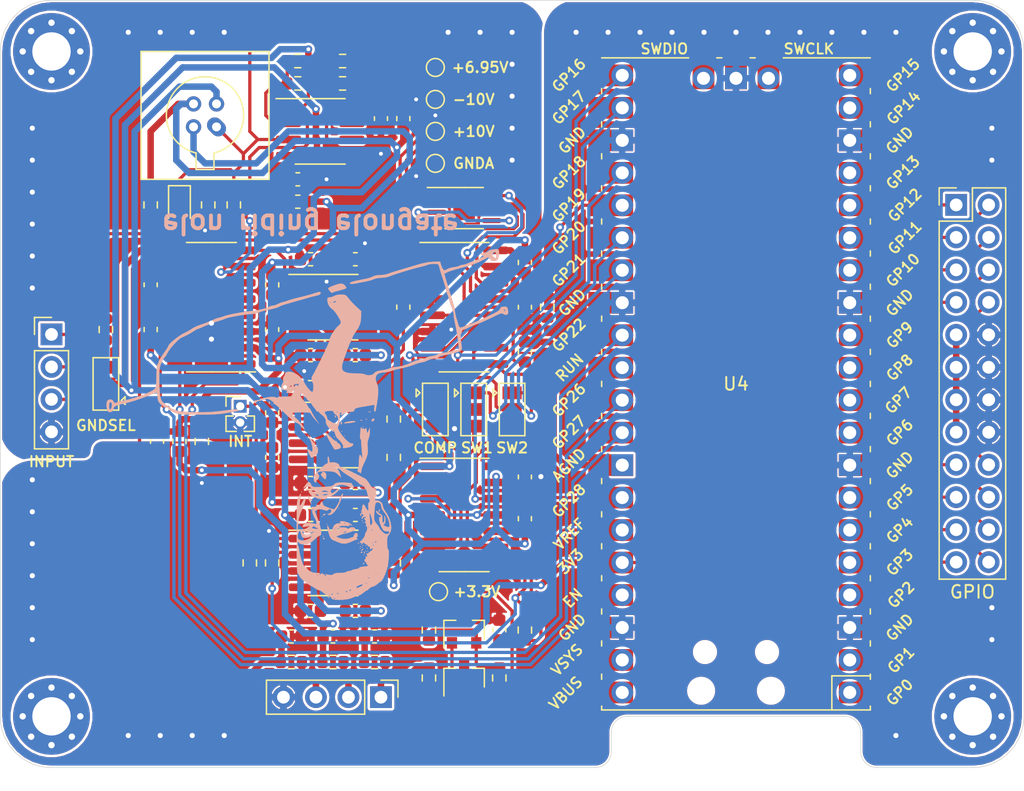
<source format=kicad_pcb>
(kicad_pcb (version 20171130) (host pcbnew "(5.1.10)-1")
  (layers (0 F.Cu signal) (31 B.Cu signal) (34 B.Paste user) (35 F.Paste user) (36 B.SilkS user) (37 F.SilkS user) (38 B.Mask user) (39 F.Mask user) (44 Edge.Cuts user))
  (net 0 "")
  (net 1 "Net-(C1-Pad2)")
  (net 2 GNDA)
  (net 3 "Net-(C2-Pad1)")
  (net 4 "Net-(C3-Pad2)")
  (net 5 "Net-(C4-Pad1)")
  (net 6 "Net-(C5-Pad2)")
  (net 7 "Net-(C6-Pad1)")
  (net 8 "Net-(C7-Pad2)")
  (net 9 "Net-(C8-Pad1)")
  (net 10 /INT_IN)
  (net 11 /INT_OUT)
  (net 12 "Net-(C10-Pad2)")
  (net 13 "Net-(C11-Pad2)")
  (net 14 "Net-(C12-Pad1)")
  (net 15 GNDD)
  (net 16 +3.3VA)
  (net 17 +3.3VADC)
  (net 18 +5V)
  (net 19 +12VA)
  (net 20 -12VA)
  (net 21 "Net-(C18-Pad2)")
  (net 22 "Net-(D1-Pad2)")
  (net 23 /RAW)
  (net 24 "Net-(FB10-Pad2)")
  (net 25 "Net-(FB13-Pad1)")
  (net 26 +3V3)
  (net 27 "Net-(J1-Pad1)")
  (net 28 "Net-(J2-Pad3)")
  (net 29 "Net-(J2-Pad2)")
  (net 30 "Net-(J2-Pad1)")
  (net 31 /MUX_A2)
  (net 32 /MUX_A1)
  (net 33 /MEAS)
  (net 34 /MUX_A0)
  (net 35 /COMP)
  (net 36 /SW_S1)
  (net 37 /CLK)
  (net 38 "Net-(JP1-Pad2)")
  (net 39 "Net-(JP1-Pad3)")
  (net 40 "Net-(JP2-Pad3)")
  (net 41 /SW_S2)
  (net 42 "Net-(JP3-Pad3)")
  (net 43 "Net-(Q1-Pad1)")
  (net 44 /+10VREF)
  (net 45 "Net-(R4-Pad2)")
  (net 46 "Net-(R6-Pad1)")
  (net 47 /-10VREF)
  (net 48 "Net-(R8-Pad2)")
  (net 49 "Net-(R8-Pad1)")
  (net 50 "Net-(R12-Pad2)")
  (net 51 /MCU_ADC)
  (net 52 "Net-(RN1-Pad4)")
  (net 53 "Net-(RN1-Pad3)")
  (net 54 /SW_S3)
  (net 55 "Net-(U3-Pad8)")
  (net 56 "Net-(U4-Pad43)")
  (net 57 "Net-(U4-Pad41)")
  (net 58 "Net-(U4-Pad30)")
  (net 59 "Net-(U4-Pad37)")
  (net 60 "Net-(U4-Pad40)")
  (net 61 "Net-(U5-Pad8)")
  (net 62 "Net-(U7-Pad8)")
  (net 63 "Net-(U7-Pad5)")
  (net 64 "Net-(U7-Pad1)")
  (net 65 "Net-(U8-Pad6)")
  (net 66 "Net-(U8-Pad5)")
  (net 67 "Net-(RN1-Pad8)")
  (net 68 "Net-(RN1-Pad7)")
  (net 69 "Net-(RN1-Pad6)")
  (net 70 GNDS)
  (net 71 "Net-(J1-Pad3)")
  (net 72 "Net-(JP4-Pad3)")
  (net 73 /PWMA)
  (net 74 /PWMB)
  (net 75 /GP15)
  (net 76 /GP14)
  (net 77 /GP12)
  (net 78 /GP13)
  (net 79 /GP1)
  (net 80 /GP0)
  (net 81 /GP3)
  (net 82 /GP2)
  (net 83 /GP10)
  (net 84 /GP11)
  (net 85 /GP5)
  (net 86 /GP4)
  (net 87 /GP8)
  (net 88 /GP9)
  (net 89 /GP6)
  (net 90 /GP7)
  (module elongates:elongates2 (layer B.Cu) (at 134.25 103.75)
    (fp_text reference G*** hide)
    (fp_text value LOGO hide)
  )
  (module Resistor_SMD:R_0603_1608Metric (layer F.Cu) (at 152.75 94 270)
    (fp_text reference R22 hide)
    (fp_text value 10R)
    (pad 2 smd roundrect (at 0.825 0 270) (size 0.8 0.95) (layers F.Cu F.Paste F.Mask) (net 2 GNDA))
    (pad 1 smd roundrect (at -0.825 0 270) (size 0.8 0.95) (layers F.Cu F.Paste F.Mask) (net 15 GNDD))
  )
  (module Connector_PinHeader_2.54mm:PinHeader_2x12_P2.54mm_Vertical (layer F.Cu) (at 184.71 86)
    (fp_text reference J3 hide)
    (fp_text value GPIO (at 1.27 30.27) (layer F.SilkS))
    (pad 24 thru_hole oval (at 2.54 27.94) (size 1.7 1.7) (drill 1) (layers *.Cu *.Mask) (net 79 /GP1))
    (pad 23 thru_hole oval (at 0 27.94) (size 1.7 1.7) (drill 1) (layers *.Cu *.Mask) (net 80 /GP0))
    (pad 22 thru_hole oval (at 2.54 25.4) (size 1.7 1.7) (drill 1) (layers *.Cu *.Mask) (net 81 /GP3))
    (pad 21 thru_hole oval (at 0 25.4) (size 1.7 1.7) (drill 1) (layers *.Cu *.Mask) (net 82 /GP2))
    (pad 20 thru_hole oval (at 2.54 22.86) (size 1.7 1.7) (drill 1) (layers *.Cu *.Mask) (net 85 /GP5))
    (pad 19 thru_hole oval (at 0 22.86) (size 1.7 1.7) (drill 1) (layers *.Cu *.Mask) (net 86 /GP4))
    (pad 18 thru_hole oval (at 2.54 20.32) (size 1.7 1.7) (drill 1) (layers *.Cu *.Mask) (net 90 /GP7))
    (pad 17 thru_hole oval (at 0 20.32) (size 1.7 1.7) (drill 1) (layers *.Cu *.Mask) (net 89 /GP6))
    (pad 16 thru_hole oval (at 2.54 17.78) (size 1.7 1.7) (drill 1) (layers *.Cu *.Mask) (net 15 GNDD))
    (pad 15 thru_hole oval (at 0 17.78) (size 1.7 1.7) (drill 1) (layers *.Cu *.Mask) (net 26 +3V3))
    (pad 14 thru_hole oval (at 2.54 15.24) (size 1.7 1.7) (drill 1) (layers *.Cu *.Mask) (net 15 GNDD))
    (pad 13 thru_hole oval (at 0 15.24) (size 1.7 1.7) (drill 1) (layers *.Cu *.Mask) (net 26 +3V3))
    (pad 12 thru_hole oval (at 2.54 12.7) (size 1.7 1.7) (drill 1) (layers *.Cu *.Mask) (net 15 GNDD))
    (pad 11 thru_hole oval (at 0 12.7) (size 1.7 1.7) (drill 1) (layers *.Cu *.Mask) (net 26 +3V3))
    (pad 10 thru_hole oval (at 2.54 10.16) (size 1.7 1.7) (drill 1) (layers *.Cu *.Mask) (net 15 GNDD))
    (pad 9 thru_hole oval (at 0 10.16) (size 1.7 1.7) (drill 1) (layers *.Cu *.Mask) (net 26 +3V3))
    (pad 8 thru_hole oval (at 2.54 7.62) (size 1.7 1.7) (drill 1) (layers *.Cu *.Mask) (net 87 /GP8))
    (pad 7 thru_hole oval (at 0 7.62) (size 1.7 1.7) (drill 1) (layers *.Cu *.Mask) (net 88 /GP9))
    (pad 6 thru_hole oval (at 2.54 5.08) (size 1.7 1.7) (drill 1) (layers *.Cu *.Mask) (net 83 /GP10))
    (pad 5 thru_hole oval (at 0 5.08) (size 1.7 1.7) (drill 1) (layers *.Cu *.Mask) (net 84 /GP11))
    (pad 4 thru_hole oval (at 2.54 2.54) (size 1.7 1.7) (drill 1) (layers *.Cu *.Mask) (net 77 /GP12))
    (pad 3 thru_hole oval (at 0 2.54) (size 1.7 1.7) (drill 1) (layers *.Cu *.Mask) (net 78 /GP13))
    (pad 2 thru_hole oval (at 2.54 0) (size 1.7 1.7) (drill 1) (layers *.Cu *.Mask) (net 76 /GP14))
    (pad 1 thru_hole rect (at 0 0) (size 1.7 1.7) (drill 1) (layers *.Cu *.Mask) (net 75 /GP15))
  )
  (module Connector_PinHeader_2.54mm:PinHeader_1x04_P2.54mm_Vertical (layer F.Cu) (at 114 96.13)
    (fp_text reference J1 hide)
    (fp_text value INPUT (at 0 9.95 180) (layer F.SilkS) (effects (font (size 0.8128 0.8128) (thickness 0.1524))))
    (pad 4 thru_hole oval (at 0 7.62) (size 1.7 1.7) (drill 1) (layers *.Cu *.Mask) (net 2 GNDA))
    (pad 3 thru_hole oval (at 0 5.08) (size 1.7 1.7) (drill 1) (layers *.Cu *.Mask) (net 71 "Net-(J1-Pad3)"))
    (pad 2 thru_hole oval (at 0 2.54) (size 1.7 1.7) (drill 1) (layers *.Cu *.Mask) (net 70 GNDS))
    (pad 1 thru_hole rect (at 0 0) (size 1.7 1.7) (drill 1) (layers *.Cu *.Mask) (net 27 "Net-(J1-Pad1)"))
  )
  (module Resistor_SMD:R_0603_1608Metric (layer F.Cu) (at 118.25 95.75 270)
    (fp_text reference R21 hide)
    (fp_text value 10R)
    (pad 2 smd roundrect (at 0.825 0 270) (size 0.8 0.95) (layers F.Cu F.Paste F.Mask) (net 72 "Net-(JP4-Pad3)"))
    (pad 1 smd roundrect (at -0.825 0 270) (size 0.8 0.95) (layers F.Cu F.Paste F.Mask) (net 2 GNDA))
  )
  (module Jumper:SolderJumper-3_P1.3mm_Open_Pad1.0x1.5mm (layer F.Cu) (at 118.25 100 90)
    (fp_text reference JP4 hide)
    (fp_text value GNDSEL (at -3.25 0 180) (layer F.SilkS) (effects (font (size 0.8128 0.8128) (thickness 0.1524))))
    (pad 1 smd rect (at -1.3 0 90) (size 1 1.5) (layers F.Cu F.Mask) (net 71 "Net-(J1-Pad3)"))
    (pad 2 smd rect (at 0 0 90) (size 1 1.5) (layers F.Cu F.Mask) (net 70 GNDS))
    (pad 3 smd rect (at 1.3 0 90) (size 1 1.5) (layers F.Cu F.Mask) (net 72 "Net-(JP4-Pad3)"))
  )
  (module Connector_PinHeader_1.27mm:PinHeader_1x02_P1.27mm_Vertical (layer F.Cu) (at 128.75 101.75)
    (fp_text reference J5 hide)
    (fp_text value INT (at 0 2.75) (layer F.SilkS) (effects (font (size 0.8128 0.8128) (thickness 0.1524))))
    (pad 2 thru_hole oval (at 0 1.27) (size 1 1) (drill 0.65) (layers *.Cu *.Mask) (net 2 GNDA))
    (pad 1 thru_hole rect (at 0 0) (size 1 1) (drill 0.65) (layers *.Cu *.Mask) (net 11 /INT_OUT))
  )
  (module TestPoint:TestPoint_Pad_D1.0mm (layer F.Cu) (at 144 82.75)
    (fp_text reference TP5 hide)
    (fp_text value GNDA (at 3 0) (layer F.SilkS) (effects (font (size 0.8128 0.8128) (thickness 0.1524))))
    (pad 1 smd circle (at 0 0) (size 1 1) (layers F.Cu F.Mask) (net 2 GNDA))
  )
  (module Resistor_SMD:R_0603_1608Metric (layer F.Cu) (at 129.5 114 270)
    (fp_text reference R20 hide)
    (fp_text value 4K7)
    (pad 2 smd roundrect (at 0.825 0 270) (size 0.8 0.95) (layers F.Cu F.Paste F.Mask) (net 2 GNDA))
    (pad 1 smd roundrect (at -0.825 0 270) (size 0.8 0.95) (layers F.Cu F.Paste F.Mask) (net 51 /MCU_ADC))
  )
  (module Resistor_SMD:R_0603_1608Metric (layer F.Cu) (at 151 119.25 90)
    (fp_text reference R19 hide)
    (fp_text value 3K3)
    (pad 2 smd roundrect (at 0.825 0 90) (size 0.8 0.95) (layers F.Cu F.Paste F.Mask) (net 51 /MCU_ADC))
    (pad 1 smd roundrect (at -0.825 0 90) (size 0.8 0.95) (layers F.Cu F.Paste F.Mask) (net 17 +3.3VADC))
  )
  (module Resistor_SMD:R_0603_1608Metric (layer F.Cu) (at 131.25 114 90)
    (fp_text reference R18 hide)
    (fp_text value 12K)
    (pad 2 smd roundrect (at 0.825 0 90) (size 0.8 0.95) (layers F.Cu F.Paste F.Mask) (net 11 /INT_OUT))
    (pad 1 smd roundrect (at -0.825 0 90) (size 0.8 0.95) (layers F.Cu F.Paste F.Mask) (net 51 /MCU_ADC))
  )
  (module Resistor_SMD:R_0603_1608Metric (layer F.Cu) (at 132.75 121.75)
    (fp_text reference R17 hide)
    (fp_text value 10R)
    (pad 2 smd roundrect (at 0.825 0) (size 0.8 0.95) (layers F.Cu F.Paste F.Mask) (net 28 "Net-(J2-Pad3)"))
    (pad 1 smd roundrect (at -0.825 0) (size 0.8 0.95) (layers F.Cu F.Paste F.Mask) (net 18 +5V))
  )
  (module Resistor_SMD:R_0603_1608Metric (layer F.Cu) (at 136 121.75)
    (fp_text reference R16 hide)
    (fp_text value 10R)
    (pad 2 smd roundrect (at 0.825 0) (size 0.8 0.95) (layers F.Cu F.Paste F.Mask) (net 29 "Net-(J2-Pad2)"))
    (pad 1 smd roundrect (at -0.825 0) (size 0.8 0.95) (layers F.Cu F.Paste F.Mask) (net 19 +12VA))
  )
  (module Resistor_SMD:R_0603_1608Metric (layer F.Cu) (at 139.25 121.75)
    (fp_text reference R15 hide)
    (fp_text value 10R)
    (pad 2 smd roundrect (at 0.825 0) (size 0.8 0.95) (layers F.Cu F.Paste F.Mask) (net 30 "Net-(J2-Pad1)"))
    (pad 1 smd roundrect (at -0.825 0) (size 0.8 0.95) (layers F.Cu F.Paste F.Mask) (net 20 -12VA))
  )
  (module Resistor_SMD:R_0603_1608Metric (layer F.Cu) (at 143.5 123 270)
    (fp_text reference R14 hide)
    (fp_text value 1K)
    (pad 2 smd roundrect (at 0.825 0 270) (size 0.8 0.95) (layers F.Cu F.Paste F.Mask) (net 43 "Net-(Q1-Pad1)"))
    (pad 1 smd roundrect (at -0.825 0 270) (size 0.8 0.95) (layers F.Cu F.Paste F.Mask) (net 18 +5V))
  )
  (module Resistor_SMD:R_0603_1608Metric (layer F.Cu) (at 143.5 119.25 90)
    (fp_text reference R13 hide)
    (fp_text value 6K2)
    (pad 2 smd roundrect (at 0.825 0 90) (size 0.8 0.95) (layers F.Cu F.Paste F.Mask) (net 2 GNDA))
    (pad 1 smd roundrect (at -0.825 0 90) (size 0.8 0.95) (layers F.Cu F.Paste F.Mask) (net 50 "Net-(R12-Pad2)"))
  )
  (module Resistor_SMD:R_0603_1608Metric (layer F.Cu) (at 149 123 90)
    (fp_text reference R12 hide)
    (fp_text value 2K0)
    (pad 2 smd roundrect (at 0.825 0 90) (size 0.8 0.95) (layers F.Cu F.Paste F.Mask) (net 50 "Net-(R12-Pad2)"))
    (pad 1 smd roundrect (at -0.825 0 90) (size 0.8 0.95) (layers F.Cu F.Paste F.Mask) (net 17 +3.3VADC))
  )
  (module Resistor_SMD:R_0603_1608Metric (layer F.Cu) (at 125.75 104.5 90)
    (fp_text reference R11 hide)
    (fp_text value 10R)
    (pad 2 smd roundrect (at 0.825 0 90) (size 0.8 0.95) (layers F.Cu F.Paste F.Mask) (net 2 GNDA))
    (pad 1 smd roundrect (at -0.825 0 90) (size 0.8 0.95) (layers F.Cu F.Paste F.Mask) (net 15 GNDD))
  )
  (module Resistor_SMD:R_0603_1608Metric (layer F.Cu) (at 140.75 114 90)
    (fp_text reference R10 hide)
    (fp_text value 1K)
    (pad 2 smd roundrect (at 0.825 0 90) (size 0.8 0.95) (layers F.Cu F.Paste F.Mask) (net 38 "Net-(JP1-Pad2)"))
    (pad 1 smd roundrect (at -0.825 0 90) (size 0.8 0.95) (layers F.Cu F.Paste F.Mask) (net 16 +3.3VA))
  )
  (module Resistor_SMD:R_0603_1608Metric (layer F.Cu) (at 140.75 105.75 90)
    (fp_text reference R9 hide)
    (fp_text value 1K)
    (pad 2 smd roundrect (at 0.825 0 90) (size 0.8 0.95) (layers F.Cu F.Paste F.Mask) (net 49 "Net-(R8-Pad1)"))
    (pad 1 smd roundrect (at -0.825 0 90) (size 0.8 0.95) (layers F.Cu F.Paste F.Mask) (net 2 GNDA))
  )
  (module Resistor_SMD:R_0603_1608Metric (layer F.Cu) (at 140.75 102.75 90)
    (fp_text reference R8 hide)
    (fp_text value 10K)
    (pad 2 smd roundrect (at 0.825 0 90) (size 0.8 0.95) (layers F.Cu F.Paste F.Mask) (net 48 "Net-(R8-Pad2)"))
    (pad 1 smd roundrect (at -0.825 0 90) (size 0.8 0.95) (layers F.Cu F.Paste F.Mask) (net 49 "Net-(R8-Pad1)"))
  )
  (module Resistor_SMD:R_0603_1608Metric (layer F.Cu) (at 136.75 76.5 180)
    (fp_text reference R7 hide)
    (fp_text value 10KP)
    (pad 2 smd roundrect (at 0.825 0 180) (size 0.8 0.95) (layers F.Cu F.Paste F.Mask) (net 46 "Net-(R6-Pad1)"))
    (pad 1 smd roundrect (at -0.825 0 180) (size 0.8 0.95) (layers F.Cu F.Paste F.Mask) (net 47 /-10VREF))
  )
  (module Resistor_SMD:R_0603_1608Metric (layer F.Cu) (at 136.75 74.75)
    (fp_text reference R6 hide)
    (fp_text value 10KP)
    (pad 2 smd roundrect (at 0.825 0) (size 0.8 0.95) (layers F.Cu F.Paste F.Mask) (net 44 /+10VREF))
    (pad 1 smd roundrect (at -0.825 0) (size 0.8 0.95) (layers F.Cu F.Paste F.Mask) (net 46 "Net-(R6-Pad1)"))
  )
  (module Resistor_SMD:R_0603_1608Metric (layer F.Cu) (at 133.25 74.75)
    (fp_text reference R5 hide)
    (fp_text value 20KP)
    (pad 2 smd roundrect (at 0.825 0) (size 0.8 0.95) (layers F.Cu F.Paste F.Mask) (net 70 GNDS))
    (pad 1 smd roundrect (at -0.825 0) (size 0.8 0.95) (layers F.Cu F.Paste F.Mask) (net 45 "Net-(R4-Pad2)"))
  )
  (module Resistor_SMD:R_0603_1608Metric (layer F.Cu) (at 133.25 76.5 180)
    (fp_text reference R4 hide)
    (fp_text value 9K0P)
    (pad 2 smd roundrect (at 0.825 0 180) (size 0.8 0.95) (layers F.Cu F.Paste F.Mask) (net 45 "Net-(R4-Pad2)"))
    (pad 1 smd roundrect (at -0.825 0 180) (size 0.8 0.95) (layers F.Cu F.Paste F.Mask) (net 44 /+10VREF))
  )
  (module Resistor_SMD:R_0603_1608Metric (layer F.Cu) (at 128.25 86 90)
    (fp_text reference R3 hide)
    (fp_text value 3KP)
    (pad 2 smd roundrect (at 0.825 0 90) (size 0.8 0.95) (layers F.Cu F.Paste F.Mask) (net 23 /RAW))
    (pad 1 smd roundrect (at -0.825 0 90) (size 0.8 0.95) (layers F.Cu F.Paste F.Mask) (net 44 /+10VREF))
  )
  (module Resistor_SMD:R_0603_1608Metric (layer F.Cu) (at 126.25 86 90)
    (fp_text reference R2 hide)
    (fp_text value 10K)
    (pad 2 smd roundrect (at 0.825 0 90) (size 0.8 0.95) (layers F.Cu F.Paste F.Mask) (net 22 "Net-(D1-Pad2)"))
    (pad 1 smd roundrect (at -0.825 0 90) (size 0.8 0.95) (layers F.Cu F.Paste F.Mask) (net 2 GNDA))
  )
  (module Resistor_SMD:R_0603_1608Metric (layer F.Cu) (at 121.75 86 270)
    (fp_text reference R1 hide)
    (fp_text value 10K)
    (pad 2 smd roundrect (at 0.825 0 270) (size 0.8 0.95) (layers F.Cu F.Paste F.Mask) (net 22 "Net-(D1-Pad2)"))
    (pad 1 smd roundrect (at -0.825 0 270) (size 0.8 0.95) (layers F.Cu F.Paste F.Mask) (net 19 +12VA))
  )
  (module Inductor_SMD:L_0603_1608Metric (layer F.Cu) (at 151 110.5375 90)
    (fp_text reference FB15 hide)
    (fp_text value C185888)
    (pad 2 smd roundrect (at 0.7875 0 90) (size 0.875 0.95) (layers F.Cu F.Paste F.Mask) (net 21 "Net-(C18-Pad2)"))
    (pad 1 smd roundrect (at -0.7875 0 90) (size 0.875 0.95) (layers F.Cu F.Paste F.Mask) (net 16 +3.3VA))
  )
  (module Inductor_SMD:L_0603_1608Metric (layer F.Cu) (at 124 104.5 90)
    (fp_text reference FB14 hide)
    (fp_text value C185888)
    (pad 2 smd roundrect (at 0.7875 0 90) (size 0.875 0.95) (layers F.Cu F.Paste F.Mask) (net 16 +3.3VA))
    (pad 1 smd roundrect (at -0.7875 0 90) (size 0.875 0.95) (layers F.Cu F.Paste F.Mask) (net 26 +3V3))
  )
  (module Inductor_SMD:L_0603_1608Metric (layer F.Cu) (at 151 97.5 90)
    (fp_text reference FB13 hide)
    (fp_text value C185888)
    (pad 2 smd roundrect (at 0.7875 0 90) (size 0.875 0.95) (layers F.Cu F.Paste F.Mask) (net 2 GNDA))
    (pad 1 smd roundrect (at -0.7875 0 90) (size 0.875 0.95) (layers F.Cu F.Paste F.Mask) (net 25 "Net-(FB13-Pad1)"))
  )
  (module Inductor_SMD:L_0603_1608Metric (layer F.Cu) (at 137.75 117.75)
    (fp_text reference FB12 hide)
    (fp_text value C185888)
    (pad 2 smd roundrect (at 0.7875 0) (size 0.875 0.95) (layers F.Cu F.Paste F.Mask) (net 20 -12VA))
    (pad 1 smd roundrect (at -0.7875 0) (size 0.875 0.95) (layers F.Cu F.Paste F.Mask) (net 14 "Net-(C12-Pad1)"))
  )
  (module Inductor_SMD:L_0603_1608Metric (layer F.Cu) (at 134.25 110.25)
    (fp_text reference FB11 hide)
    (fp_text value C185888)
    (pad 2 smd roundrect (at 0.7875 0) (size 0.875 0.95) (layers F.Cu F.Paste F.Mask) (net 13 "Net-(C11-Pad2)"))
    (pad 1 smd roundrect (at -0.7875 0) (size 0.875 0.95) (layers F.Cu F.Paste F.Mask) (net 19 +12VA))
  )
  (module Inductor_SMD:L_0603_1608Metric (layer F.Cu) (at 141.5 94 90)
    (fp_text reference FB10 hide)
    (fp_text value C185888)
    (pad 2 smd roundrect (at 0.7875 0 90) (size 0.875 0.95) (layers F.Cu F.Paste F.Mask) (net 24 "Net-(FB10-Pad2)"))
    (pad 1 smd roundrect (at -0.7875 0 90) (size 0.875 0.95) (layers F.Cu F.Paste F.Mask) (net 10 /INT_IN))
  )
  (module Inductor_SMD:L_0603_1608Metric (layer F.Cu) (at 151 90.5 270)
    (fp_text reference FB9 hide)
    (fp_text value C185888)
    (pad 2 smd roundrect (at 0.7875 0 270) (size 0.875 0.95) (layers F.Cu F.Paste F.Mask) (net 12 "Net-(C10-Pad2)"))
    (pad 1 smd roundrect (at -0.7875 0 270) (size 0.875 0.95) (layers F.Cu F.Paste F.Mask) (net 16 +3.3VA))
  )
  (module Inductor_SMD:L_0603_1608Metric (layer F.Cu) (at 137.75 97.75)
    (fp_text reference FB8 hide)
    (fp_text value C185888)
    (pad 2 smd roundrect (at 0.7875 0) (size 0.875 0.95) (layers F.Cu F.Paste F.Mask) (net 20 -12VA))
    (pad 1 smd roundrect (at -0.7875 0) (size 0.875 0.95) (layers F.Cu F.Paste F.Mask) (net 9 "Net-(C8-Pad1)"))
  )
  (module Inductor_SMD:L_0603_1608Metric (layer F.Cu) (at 134.25 90.25)
    (fp_text reference FB7 hide)
    (fp_text value C185888)
    (pad 2 smd roundrect (at 0.7875 0) (size 0.875 0.95) (layers F.Cu F.Paste F.Mask) (net 8 "Net-(C7-Pad2)"))
    (pad 1 smd roundrect (at -0.7875 0) (size 0.875 0.95) (layers F.Cu F.Paste F.Mask) (net 19 +12VA))
  )
  (module Inductor_SMD:L_0603_1608Metric (layer F.Cu) (at 131.25 92.25 90)
    (fp_text reference FB6 hide)
    (fp_text value C185888)
    (pad 2 smd roundrect (at 0.7875 0 90) (size 0.875 0.95) (layers F.Cu F.Paste F.Mask) (net 20 -12VA))
    (pad 1 smd roundrect (at -0.7875 0 90) (size 0.875 0.95) (layers F.Cu F.Paste F.Mask) (net 7 "Net-(C6-Pad1)"))
  )
  (module Inductor_SMD:L_0603_1608Metric (layer F.Cu) (at 121.75 95.75 90)
    (fp_text reference FB5 hide)
    (fp_text value C185888)
    (pad 2 smd roundrect (at 0.7875 0 90) (size 0.875 0.95) (layers F.Cu F.Paste F.Mask) (net 6 "Net-(C5-Pad2)"))
    (pad 1 smd roundrect (at -0.7875 0 90) (size 0.875 0.95) (layers F.Cu F.Paste F.Mask) (net 19 +12VA))
  )
  (module Inductor_SMD:L_0603_1608Metric (layer F.Cu) (at 137.75 107.75)
    (fp_text reference FB4 hide)
    (fp_text value C185888)
    (pad 2 smd roundrect (at 0.7875 0) (size 0.875 0.95) (layers F.Cu F.Paste F.Mask) (net 20 -12VA))
    (pad 1 smd roundrect (at -0.7875 0) (size 0.875 0.95) (layers F.Cu F.Paste F.Mask) (net 5 "Net-(C4-Pad1)"))
  )
  (module Inductor_SMD:L_0603_1608Metric (layer F.Cu) (at 134.25 100.25)
    (fp_text reference FB3 hide)
    (fp_text value C185888)
    (pad 2 smd roundrect (at 0.7875 0) (size 0.875 0.95) (layers F.Cu F.Paste F.Mask) (net 4 "Net-(C3-Pad2)"))
    (pad 1 smd roundrect (at -0.7875 0) (size 0.875 0.95) (layers F.Cu F.Paste F.Mask) (net 19 +12VA))
  )
  (module Inductor_SMD:L_0603_1608Metric (layer F.Cu) (at 133.25 85.75)
    (fp_text reference FB2 hide)
    (fp_text value C185888)
    (pad 2 smd roundrect (at 0.7875 0) (size 0.875 0.95) (layers F.Cu F.Paste F.Mask) (net 20 -12VA))
    (pad 1 smd roundrect (at -0.7875 0) (size 0.875 0.95) (layers F.Cu F.Paste F.Mask) (net 3 "Net-(C2-Pad1)"))
  )
  (module Inductor_SMD:L_0603_1608Metric (layer F.Cu) (at 141.5 79.25 90)
    (fp_text reference FB1 hide)
    (fp_text value C185888)
    (pad 2 smd roundrect (at 0.7875 0 90) (size 0.875 0.95) (layers F.Cu F.Paste F.Mask) (net 1 "Net-(C1-Pad2)"))
    (pad 1 smd roundrect (at -0.7875 0 90) (size 0.875 0.95) (layers F.Cu F.Paste F.Mask) (net 19 +12VA))
  )
  (module Capacitor_SMD:C_0603_1608Metric (layer F.Cu) (at 151 107.275 270)
    (fp_text reference C18 hide)
    (fp_text value 2.2uF)
    (pad 2 smd roundrect (at 0.775 0 270) (size 0.9 0.95) (layers F.Cu F.Paste F.Mask) (net 21 "Net-(C18-Pad2)"))
    (pad 1 smd roundrect (at -0.775 0 270) (size 0.9 0.95) (layers F.Cu F.Paste F.Mask) (net 15 GNDD))
  )
  (module Capacitor_SMD:C_0603_1608Metric (layer F.Cu) (at 139.25 119.75)
    (fp_text reference C17 hide)
    (fp_text value 22uF)
    (pad 2 smd roundrect (at 0.775 0) (size 0.9 0.95) (layers F.Cu F.Paste F.Mask) (net 15 GNDD))
    (pad 1 smd roundrect (at -0.775 0) (size 0.9 0.95) (layers F.Cu F.Paste F.Mask) (net 20 -12VA))
  )
  (module Capacitor_SMD:C_0603_1608Metric (layer F.Cu) (at 136 119.75)
    (fp_text reference C16 hide)
    (fp_text value 22uF)
    (pad 2 smd roundrect (at 0.775 0) (size 0.9 0.95) (layers F.Cu F.Paste F.Mask) (net 15 GNDD))
    (pad 1 smd roundrect (at -0.775 0) (size 0.9 0.95) (layers F.Cu F.Paste F.Mask) (net 19 +12VA))
  )
  (module Capacitor_SMD:C_0603_1608Metric (layer F.Cu) (at 132.75 119.75)
    (fp_text reference C15 hide)
    (fp_text value 22uF)
    (pad 2 smd roundrect (at 0.775 0) (size 0.9 0.95) (layers F.Cu F.Paste F.Mask) (net 15 GNDD))
    (pad 1 smd roundrect (at -0.775 0) (size 0.9 0.95) (layers F.Cu F.Paste F.Mask) (net 18 +5V))
  )
  (module Capacitor_SMD:C_0603_1608Metric (layer F.Cu) (at 149 119.25 90)
    (fp_text reference C14 hide)
    (fp_text value 2.2uF)
    (pad 2 smd roundrect (at 0.775 0 90) (size 0.9 0.95) (layers F.Cu F.Paste F.Mask) (net 2 GNDA))
    (pad 1 smd roundrect (at -0.775 0 90) (size 0.9 0.95) (layers F.Cu F.Paste F.Mask) (net 17 +3.3VADC))
  )
  (module Capacitor_SMD:C_0603_1608Metric (layer F.Cu) (at 122.25 104.5 270)
    (fp_text reference C13 hide)
    (fp_text value 2.2uF)
    (pad 2 smd roundrect (at 0.775 0 270) (size 0.9 0.95) (layers F.Cu F.Paste F.Mask) (net 15 GNDD))
    (pad 1 smd roundrect (at -0.775 0 270) (size 0.9 0.95) (layers F.Cu F.Paste F.Mask) (net 16 +3.3VA))
  )
  (module Capacitor_SMD:C_0603_1608Metric (layer F.Cu) (at 134.25 117.75 180)
    (fp_text reference C12 hide)
    (fp_text value 2.2uF)
    (pad 2 smd roundrect (at 0.775 0 180) (size 0.9 0.95) (layers F.Cu F.Paste F.Mask) (net 2 GNDA))
    (pad 1 smd roundrect (at -0.775 0 180) (size 0.9 0.95) (layers F.Cu F.Paste F.Mask) (net 14 "Net-(C12-Pad1)"))
  )
  (module Capacitor_SMD:C_0603_1608Metric (layer F.Cu) (at 137.75 110.25 180)
    (fp_text reference C11 hide)
    (fp_text value 2.2uF)
    (pad 2 smd roundrect (at 0.775 0 180) (size 0.9 0.95) (layers F.Cu F.Paste F.Mask) (net 13 "Net-(C11-Pad2)"))
    (pad 1 smd roundrect (at -0.775 0 180) (size 0.9 0.95) (layers F.Cu F.Paste F.Mask) (net 2 GNDA))
  )
  (module Capacitor_SMD:C_0603_1608Metric (layer F.Cu) (at 151 94 90)
    (fp_text reference C10 hide)
    (fp_text value 2.2uF)
    (pad 2 smd roundrect (at 0.775 0 90) (size 0.9 0.95) (layers F.Cu F.Paste F.Mask) (net 12 "Net-(C10-Pad2)"))
    (pad 1 smd roundrect (at -0.775 0 90) (size 0.9 0.95) (layers F.Cu F.Paste F.Mask) (net 2 GNDA))
  )
  (module Capacitor_SMD:C_0603_1608Metric (layer F.Cu) (at 134.25 97.75 180)
    (fp_text reference C8 hide)
    (fp_text value 2.2uF)
    (pad 2 smd roundrect (at 0.775 0 180) (size 0.9 0.95) (layers F.Cu F.Paste F.Mask) (net 2 GNDA))
    (pad 1 smd roundrect (at -0.775 0 180) (size 0.9 0.95) (layers F.Cu F.Paste F.Mask) (net 9 "Net-(C8-Pad1)"))
  )
  (module Capacitor_SMD:C_0603_1608Metric (layer F.Cu) (at 137.75 90.25 180)
    (fp_text reference C7 hide)
    (fp_text value 2.2uF)
    (pad 2 smd roundrect (at 0.775 0 180) (size 0.9 0.95) (layers F.Cu F.Paste F.Mask) (net 8 "Net-(C7-Pad2)"))
    (pad 1 smd roundrect (at -0.775 0 180) (size 0.9 0.95) (layers F.Cu F.Paste F.Mask) (net 2 GNDA))
  )
  (module Capacitor_SMD:C_0603_1608Metric (layer F.Cu) (at 131.25 95.75 270)
    (fp_text reference C6 hide)
    (fp_text value 2.2uF)
    (pad 2 smd roundrect (at 0.775 0 270) (size 0.9 0.95) (layers F.Cu F.Paste F.Mask) (net 2 GNDA))
    (pad 1 smd roundrect (at -0.775 0 270) (size 0.9 0.95) (layers F.Cu F.Paste F.Mask) (net 7 "Net-(C6-Pad1)"))
  )
  (module Capacitor_SMD:C_0603_1608Metric (layer F.Cu) (at 121.75 92.25 270)
    (fp_text reference C5 hide)
    (fp_text value 2.2uF)
    (pad 2 smd roundrect (at 0.775 0 270) (size 0.9 0.95) (layers F.Cu F.Paste F.Mask) (net 6 "Net-(C5-Pad2)"))
    (pad 1 smd roundrect (at -0.775 0 270) (size 0.9 0.95) (layers F.Cu F.Paste F.Mask) (net 2 GNDA))
  )
  (module Capacitor_SMD:C_0603_1608Metric (layer F.Cu) (at 134.25 107.75 180)
    (fp_text reference C4 hide)
    (fp_text value 2.2uF)
    (pad 2 smd roundrect (at 0.775 0 180) (size 0.9 0.95) (layers F.Cu F.Paste F.Mask) (net 2 GNDA))
    (pad 1 smd roundrect (at -0.775 0 180) (size 0.9 0.95) (layers F.Cu F.Paste F.Mask) (net 5 "Net-(C4-Pad1)"))
  )
  (module Capacitor_SMD:C_0603_1608Metric (layer F.Cu) (at 137.75 100.25 180)
    (fp_text reference C3 hide)
    (fp_text value 2.2uF)
    (pad 2 smd roundrect (at 0.775 0 180) (size 0.9 0.95) (layers F.Cu F.Paste F.Mask) (net 4 "Net-(C3-Pad2)"))
    (pad 1 smd roundrect (at -0.775 0 180) (size 0.9 0.95) (layers F.Cu F.Paste F.Mask) (net 2 GNDA))
  )
  (module Capacitor_SMD:C_0603_1608Metric (layer F.Cu) (at 133.25 84)
    (fp_text reference C2 hide)
    (fp_text value 2.2uF)
    (pad 2 smd roundrect (at 0.775 0) (size 0.9 0.95) (layers F.Cu F.Paste F.Mask) (net 2 GNDA))
    (pad 1 smd roundrect (at -0.775 0) (size 0.9 0.95) (layers F.Cu F.Paste F.Mask) (net 3 "Net-(C2-Pad1)"))
  )
  (module Capacitor_SMD:C_0603_1608Metric (layer F.Cu) (at 139.75 79.25 90)
    (fp_text reference C1 hide)
    (fp_text value 2.2uF)
    (pad 2 smd roundrect (at 0.775 0 90) (size 0.9 0.95) (layers F.Cu F.Paste F.Mask) (net 1 "Net-(C1-Pad2)"))
    (pad 1 smd roundrect (at -0.775 0 90) (size 0.9 0.95) (layers F.Cu F.Paste F.Mask) (net 2 GNDA))
  )
  (module Package_TO_SOT_THT:TO-46-4 (layer F.Cu) (at 126 79 135)
    (fp_text reference IC1 hide)
    (fp_text value LM399H)
    (pad 4 thru_hole oval (at 0 -1.27 135) (size 1.2 1.2) (drill 0.7) (layers *.Cu *.Mask) (net 20 -12VA))
    (pad 3 thru_hole oval (at 1.27 0 135) (size 1.2 1.2) (drill 0.7) (layers *.Cu *.Mask) (net 19 +12VA))
    (pad 2 thru_hole oval (at 0 1.27 135) (size 1.2 1.2) (drill 0.7) (layers *.Cu *.Mask) (net 70 GNDS))
    (pad 1 thru_hole oval (at -1.27 0 135) (size 1.6 1.2) (drill 0.7) (layers *.Cu *.Mask) (net 23 /RAW))
  )
  (module TestPoint:TestPoint_Pad_D1.0mm (layer F.Cu) (at 144 75.25)
    (fp_text reference TP4 hide)
    (fp_text value +6.95V (at 3.5 0) (layer F.SilkS) (effects (font (size 0.8128 0.8128) (thickness 0.1524))))
    (pad 1 smd circle (at 0 0) (size 1 1) (layers F.Cu F.Mask) (net 23 /RAW))
  )
  (module Package_TO_SOT_SMD:SOT-23 (layer F.Cu) (at 146.25 119.25 90)
    (fp_text reference U9 hide)
    (fp_text value TL431)
    (pad 3 smd rect (at 1 0 90) (size 0.9 0.8) (layers F.Cu F.Paste F.Mask) (net 2 GNDA))
    (pad 2 smd rect (at -1 0.95 90) (size 0.9 0.8) (layers F.Cu F.Paste F.Mask) (net 50 "Net-(R12-Pad2)"))
    (pad 1 smd rect (at -1 -0.95 90) (size 0.9 0.8) (layers F.Cu F.Paste F.Mask) (net 43 "Net-(Q1-Pad1)"))
  )
  (module Package_SO:SOIC-8_3.9x4.9mm_P1.27mm (layer F.Cu) (at 136 114)
    (fp_text reference U8 hide)
    (fp_text value LM311)
    (pad 8 smd roundrect (at 2.475 -1.905) (size 1.95 0.6) (layers F.Cu F.Paste F.Mask) (net 13 "Net-(C11-Pad2)"))
    (pad 7 smd roundrect (at 2.475 -0.635) (size 1.95 0.6) (layers F.Cu F.Paste F.Mask) (net 38 "Net-(JP1-Pad2)"))
    (pad 6 smd roundrect (at 2.475 0.635) (size 1.95 0.6) (layers F.Cu F.Paste F.Mask) (net 65 "Net-(U8-Pad6)"))
    (pad 5 smd roundrect (at 2.475 1.905) (size 1.95 0.6) (layers F.Cu F.Paste F.Mask) (net 66 "Net-(U8-Pad5)"))
    (pad 4 smd roundrect (at -2.475 1.905) (size 1.95 0.6) (layers F.Cu F.Paste F.Mask) (net 14 "Net-(C12-Pad1)"))
    (pad 3 smd roundrect (at -2.475 0.635) (size 1.95 0.6) (layers F.Cu F.Paste F.Mask) (net 2 GNDA))
    (pad 2 smd roundrect (at -2.475 -0.635) (size 1.95 0.6) (layers F.Cu F.Paste F.Mask) (net 11 /INT_OUT))
    (pad 1 smd roundrect (at -2.475 -1.905) (size 1.95 0.6) (layers F.Cu F.Paste F.Mask) (net 15 GNDD))
  )
  (module Package_SO:SOIC-8_3.9x4.9mm_P1.27mm (layer F.Cu) (at 136 94)
    (fp_text reference U7 hide)
    (fp_text value OPA197)
    (pad 8 smd roundrect (at 2.475 -1.905) (size 1.95 0.6) (layers F.Cu F.Paste F.Mask) (net 62 "Net-(U7-Pad8)"))
    (pad 7 smd roundrect (at 2.475 -0.635) (size 1.95 0.6) (layers F.Cu F.Paste F.Mask) (net 8 "Net-(C7-Pad2)"))
    (pad 6 smd roundrect (at 2.475 0.635) (size 1.95 0.6) (layers F.Cu F.Paste F.Mask) (net 52 "Net-(RN1-Pad4)"))
    (pad 5 smd roundrect (at 2.475 1.905) (size 1.95 0.6) (layers F.Cu F.Paste F.Mask) (net 63 "Net-(U7-Pad5)"))
    (pad 4 smd roundrect (at -2.475 1.905) (size 1.95 0.6) (layers F.Cu F.Paste F.Mask) (net 9 "Net-(C8-Pad1)"))
    (pad 3 smd roundrect (at -2.475 0.635) (size 1.95 0.6) (layers F.Cu F.Paste F.Mask) (net 55 "Net-(U3-Pad8)"))
    (pad 2 smd roundrect (at -2.475 -0.635) (size 1.95 0.6) (layers F.Cu F.Paste F.Mask) (net 52 "Net-(RN1-Pad4)"))
    (pad 1 smd roundrect (at -2.475 -1.905) (size 1.95 0.6) (layers F.Cu F.Paste F.Mask) (net 64 "Net-(U7-Pad1)"))
  )
  (module Package_SO:SOIC-8_3.9x4.9mm_P1.27mm (layer F.Cu) (at 136 104)
    (fp_text reference U6 hide)
    (fp_text value OPA2197)
    (pad 8 smd roundrect (at 2.475 -1.905) (size 1.95 0.6) (layers F.Cu F.Paste F.Mask) (net 4 "Net-(C3-Pad2)"))
    (pad 7 smd roundrect (at 2.475 -0.635) (size 1.95 0.6) (layers F.Cu F.Paste F.Mask) (net 48 "Net-(R8-Pad2)"))
    (pad 6 smd roundrect (at 2.475 0.635) (size 1.95 0.6) (layers F.Cu F.Paste F.Mask) (net 10 /INT_IN))
    (pad 5 smd roundrect (at 2.475 1.905) (size 1.95 0.6) (layers F.Cu F.Paste F.Mask) (net 70 GNDS))
    (pad 4 smd roundrect (at -2.475 1.905) (size 1.95 0.6) (layers F.Cu F.Paste F.Mask) (net 5 "Net-(C4-Pad1)"))
    (pad 3 smd roundrect (at -2.475 0.635) (size 1.95 0.6) (layers F.Cu F.Paste F.Mask) (net 49 "Net-(R8-Pad1)"))
    (pad 2 smd roundrect (at -2.475 -0.635) (size 1.95 0.6) (layers F.Cu F.Paste F.Mask) (net 10 /INT_IN))
    (pad 1 smd roundrect (at -2.475 -1.905) (size 1.95 0.6) (layers F.Cu F.Paste F.Mask) (net 11 /INT_OUT))
  )
  (module Package_SO:SOIC-14_3.9x8.7mm_P1.27mm (layer F.Cu) (at 146.25 110.25)
    (fp_text reference U5 hide)
    (fp_text value 74HC74)
    (pad 14 smd roundrect (at 2.475 -3.81) (size 1.95 0.6) (layers F.Cu F.Paste F.Mask) (net 21 "Net-(C18-Pad2)"))
    (pad 13 smd roundrect (at 2.475 -2.54) (size 1.95 0.6) (layers F.Cu F.Paste F.Mask) (net 16 +3.3VA))
    (pad 12 smd roundrect (at 2.475 -1.27) (size 1.95 0.6) (layers F.Cu F.Paste F.Mask) (net 33 /MEAS))
    (pad 11 smd roundrect (at 2.475 0) (size 1.95 0.6) (layers F.Cu F.Paste F.Mask) (net 37 /CLK))
    (pad 10 smd roundrect (at 2.475 1.27) (size 1.95 0.6) (layers F.Cu F.Paste F.Mask) (net 16 +3.3VA))
    (pad 9 smd roundrect (at 2.475 2.54) (size 1.95 0.6) (layers F.Cu F.Paste F.Mask) (net 54 /SW_S3))
    (pad 8 smd roundrect (at 2.475 3.81) (size 1.95 0.6) (layers F.Cu F.Paste F.Mask) (net 61 "Net-(U5-Pad8)"))
    (pad 7 smd roundrect (at -2.475 3.81) (size 1.95 0.6) (layers F.Cu F.Paste F.Mask) (net 15 GNDD))
    (pad 6 smd roundrect (at -2.475 2.54) (size 1.95 0.6) (layers F.Cu F.Paste F.Mask) (net 42 "Net-(JP3-Pad3)"))
    (pad 5 smd roundrect (at -2.475 1.27) (size 1.95 0.6) (layers F.Cu F.Paste F.Mask) (net 40 "Net-(JP2-Pad3)"))
    (pad 4 smd roundrect (at -2.475 0) (size 1.95 0.6) (layers F.Cu F.Paste F.Mask) (net 16 +3.3VA))
    (pad 3 smd roundrect (at -2.475 -1.27) (size 1.95 0.6) (layers F.Cu F.Paste F.Mask) (net 37 /CLK))
    (pad 2 smd roundrect (at -2.475 -2.54) (size 1.95 0.6) (layers F.Cu F.Paste F.Mask) (net 39 "Net-(JP1-Pad3)"))
    (pad 1 smd roundrect (at -2.475 -3.81) (size 1.95 0.6) (layers F.Cu F.Paste F.Mask) (net 16 +3.3VA))
  )
  (module MCU_RaspberryPi_and_Boards:RPi_Pico_SMD_TH (layer F.Cu) (at 167.5 100 180)
    (fp_text reference U4 (at 0 0) (layer F.SilkS))
    (fp_text value Pico)
    (fp_text user SWDIO (at 5.6 26.2) (layer F.SilkS) (effects (font (size 0.8 0.8))))
    (fp_text user SWCLK (at -5.7 26.2) (layer F.SilkS) (effects (font (size 0.8 0.8))))
    (fp_text user AGND (at 13.054 -6.35 45) (layer F.SilkS) (effects (font (size 0.8 0.8))))
    (fp_text user GND (at 12.8 -19.05 45) (layer F.SilkS) (effects (font (size 0.8 0.8))))
    (fp_text user GND (at 12.8 6.35 45) (layer F.SilkS) (effects (font (size 0.8 0.8))))
    (fp_text user GND (at 12.8 19.05 45) (layer F.SilkS) (effects (font (size 0.8 0.8))))
    (fp_text user GND (at -12.8 19.05 45) (layer F.SilkS) (effects (font (size 0.8 0.8))))
    (fp_text user GND (at -12.8 6.35 45) (layer F.SilkS) (effects (font (size 0.8 0.8))))
    (fp_text user GND (at -12.8 -6.35 45) (layer F.SilkS) (effects (font (size 0.8 0.8))))
    (fp_text user GND (at -12.8 -19.05 45) (layer F.SilkS) (effects (font (size 0.8 0.8))))
    (fp_text user VBUS (at 13.3 -24.2 45) (layer F.SilkS) (effects (font (size 0.8 0.8))))
    (fp_text user VSYS (at 13.2 -21.59 45) (layer F.SilkS) (effects (font (size 0.8 0.8))))
    (fp_text user EN (at 12.75 -16.75 45) (layer F.SilkS) (effects (font (size 0.8 0.8))))
    (fp_text user 3V3 (at 12.9 -13.9 45) (layer F.SilkS) (effects (font (size 0.8 0.8))))
    (fp_text user VREF (at 13 -11.75 45) (layer F.SilkS) (effects (font (size 0.8 0.8))))
    (fp_text user GP28 (at 13.054 -9.144 45) (layer F.SilkS) (effects (font (size 0.8 0.8))))
    (fp_text user GP27 (at 13.054 -3.8 45) (layer F.SilkS) (effects (font (size 0.8 0.8))))
    (fp_text user GP26 (at 13.054 -1.27 45) (layer F.SilkS) (effects (font (size 0.8 0.8))))
    (fp_text user RUN (at 13 1.27 45) (layer F.SilkS) (effects (font (size 0.8 0.8))))
    (fp_text user GP22 (at 13.054 3.81 45) (layer F.SilkS) (effects (font (size 0.8 0.8))))
    (fp_text user GP21 (at 13.054 8.9 45) (layer F.SilkS) (effects (font (size 0.8 0.8))))
    (fp_text user GP20 (at 13.054 11.43 45) (layer F.SilkS) (effects (font (size 0.8 0.8))))
    (fp_text user GP19 (at 13.054 13.97 45) (layer F.SilkS) (effects (font (size 0.8 0.8))))
    (fp_text user GP18 (at 13.054 16.51 45) (layer F.SilkS) (effects (font (size 0.8 0.8))))
    (fp_text user GP17 (at 13.054 21.59 45) (layer F.SilkS) (effects (font (size 0.8 0.8))))
    (fp_text user GP16 (at 13.054 24.13 45) (layer F.SilkS) (effects (font (size 0.8 0.8))))
    (fp_text user GP15 (at -13.054 24.13 45) (layer F.SilkS) (effects (font (size 0.8 0.8))))
    (fp_text user GP14 (at -13.1 21.59 45) (layer F.SilkS) (effects (font (size 0.8 0.8))))
    (fp_text user GP13 (at -13.054 16.51 45) (layer F.SilkS) (effects (font (size 0.8 0.8))))
    (fp_text user GP12 (at -13.2 13.97 45) (layer F.SilkS) (effects (font (size 0.8 0.8))))
    (fp_text user GP11 (at -13.2 11.43 45) (layer F.SilkS) (effects (font (size 0.8 0.8))))
    (fp_text user GP10 (at -13.054 8.89 45) (layer F.SilkS) (effects (font (size 0.8 0.8))))
    (fp_text user GP9 (at -12.8 3.81 45) (layer F.SilkS) (effects (font (size 0.8 0.8))))
    (fp_text user GP8 (at -12.8 1.27 45) (layer F.SilkS) (effects (font (size 0.8 0.8))))
    (fp_text user GP7 (at -12.7 -1.3 45) (layer F.SilkS) (effects (font (size 0.8 0.8))))
    (fp_text user GP6 (at -12.8 -3.81 45) (layer F.SilkS) (effects (font (size 0.8 0.8))))
    (fp_text user GP5 (at -12.8 -8.89 45) (layer F.SilkS) (effects (font (size 0.8 0.8))))
    (fp_text user GP4 (at -12.8 -11.43 45) (layer F.SilkS) (effects (font (size 0.8 0.8))))
    (fp_text user GP3 (at -12.8 -13.97 45) (layer F.SilkS) (effects (font (size 0.8 0.8))))
    (fp_text user GP0 (at -12.8 -24.13 45) (layer F.SilkS) (effects (font (size 0.8 0.8))))
    (fp_text user GP2 (at -12.9 -16.51 45) (layer F.SilkS) (effects (font (size 0.8 0.8))))
    (fp_text user GP1 (at -12.9 -21.6 45) (layer F.SilkS) (effects (font (size 0.8 0.8))))
    (pad 43 thru_hole oval (at 2.54 23.9 180) (size 1.7 1.7) (drill 1.02) (layers *.Cu *.Mask) (net 56 "Net-(U4-Pad43)"))
    (pad 43 smd rect (at 2.54 23.9 270) (size 3.5 1.7) (drill (offset -0.9 0)) (layers F.Cu F.Mask) (net 56 "Net-(U4-Pad43)"))
    (pad 42 thru_hole rect (at 0 23.9 180) (size 1.7 1.7) (drill 1.02) (layers *.Cu *.Mask) (net 15 GNDD))
    (pad 42 smd rect (at 0 23.9 270) (size 3.5 1.7) (drill (offset -0.9 0)) (layers F.Cu F.Mask) (net 15 GNDD))
    (pad 41 thru_hole oval (at -2.54 23.9 180) (size 1.7 1.7) (drill 1.02) (layers *.Cu *.Mask) (net 57 "Net-(U4-Pad41)"))
    (pad 41 smd rect (at -2.54 23.9 270) (size 3.5 1.7) (drill (offset -0.9 0)) (layers F.Cu F.Mask) (net 57 "Net-(U4-Pad41)"))
    (pad "" np_thru_hole oval (at 2.425 -20.97 180) (size 1.5 1.5) (drill 1.5) (layers *.Cu *.Mask))
    (pad "" np_thru_hole oval (at -2.425 -20.97 180) (size 1.5 1.5) (drill 1.5) (layers *.Cu *.Mask))
    (pad "" np_thru_hole oval (at 2.725 -24 180) (size 1.8 1.8) (drill 1.8) (layers *.Cu *.Mask))
    (pad "" np_thru_hole oval (at -2.725 -24 180) (size 1.8 1.8) (drill 1.8) (layers *.Cu *.Mask))
    (pad 21 smd rect (at 8.89 24.13 180) (size 3.5 1.7) (drill (offset 0.9 0)) (layers F.Cu F.Mask) (net 36 /SW_S1))
    (pad 22 smd rect (at 8.89 21.59 180) (size 3.5 1.7) (drill (offset 0.9 0)) (layers F.Cu F.Mask) (net 33 /MEAS))
    (pad 23 smd rect (at 8.89 19.05 180) (size 3.5 1.7) (drill (offset 0.9 0)) (layers F.Cu F.Mask) (net 15 GNDD))
    (pad 24 smd rect (at 8.89 16.51 180) (size 3.5 1.7) (drill (offset 0.9 0)) (layers F.Cu F.Mask) (net 37 /CLK))
    (pad 25 smd rect (at 8.89 13.97 180) (size 3.5 1.7) (drill (offset 0.9 0)) (layers F.Cu F.Mask) (net 35 /COMP))
    (pad 26 smd rect (at 8.89 11.43 180) (size 3.5 1.7) (drill (offset 0.9 0)) (layers F.Cu F.Mask) (net 73 /PWMA))
    (pad 27 smd rect (at 8.89 8.89 180) (size 3.5 1.7) (drill (offset 0.9 0)) (layers F.Cu F.Mask) (net 74 /PWMB))
    (pad 28 smd rect (at 8.89 6.35 180) (size 3.5 1.7) (drill (offset 0.9 0)) (layers F.Cu F.Mask) (net 15 GNDD))
    (pad 29 smd rect (at 8.89 3.81 180) (size 3.5 1.7) (drill (offset 0.9 0)) (layers F.Cu F.Mask) (net 34 /MUX_A0))
    (pad 30 smd rect (at 8.89 1.27 180) (size 3.5 1.7) (drill (offset 0.9 0)) (layers F.Cu F.Mask) (net 58 "Net-(U4-Pad30)"))
    (pad 31 smd rect (at 8.89 -1.27 180) (size 3.5 1.7) (drill (offset 0.9 0)) (layers F.Cu F.Mask) (net 32 /MUX_A1))
    (pad 32 smd rect (at 8.89 -3.81 180) (size 3.5 1.7) (drill (offset 0.9 0)) (layers F.Cu F.Mask) (net 31 /MUX_A2))
    (pad 33 smd rect (at 8.89 -6.35 180) (size 3.5 1.7) (drill (offset 0.9 0)) (layers F.Cu F.Mask) (net 2 GNDA))
    (pad 34 smd rect (at 8.89 -8.89 180) (size 3.5 1.7) (drill (offset 0.9 0)) (layers F.Cu F.Mask) (net 51 /MCU_ADC))
    (pad 35 smd rect (at 8.89 -11.43 180) (size 3.5 1.7) (drill (offset 0.9 0)) (layers F.Cu F.Mask) (net 17 +3.3VADC))
    (pad 36 smd rect (at 8.89 -13.97 180) (size 3.5 1.7) (drill (offset 0.9 0)) (layers F.Cu F.Mask) (net 26 +3V3))
    (pad 37 smd rect (at 8.89 -16.51 180) (size 3.5 1.7) (drill (offset 0.9 0)) (layers F.Cu F.Mask) (net 59 "Net-(U4-Pad37)"))
    (pad 38 smd rect (at 8.89 -19.05 180) (size 3.5 1.7) (drill (offset 0.9 0)) (layers F.Cu F.Mask) (net 15 GNDD))
    (pad 39 smd rect (at 8.89 -21.59 180) (size 3.5 1.7) (drill (offset 0.9 0)) (layers F.Cu F.Mask) (net 18 +5V))
    (pad 40 smd rect (at 8.89 -24.13 180) (size 3.5 1.7) (drill (offset 0.9 0)) (layers F.Cu F.Mask) (net 60 "Net-(U4-Pad40)"))
    (pad 20 smd rect (at -8.89 24.13 180) (size 3.5 1.7) (drill (offset -0.9 0)) (layers F.Cu F.Mask) (net 75 /GP15))
    (pad 19 smd rect (at -8.89 21.59 180) (size 3.5 1.7) (drill (offset -0.9 0)) (layers F.Cu F.Mask) (net 76 /GP14))
    (pad 18 smd rect (at -8.89 19.05 180) (size 3.5 1.7) (drill (offset -0.9 0)) (layers F.Cu F.Mask) (net 15 GNDD))
    (pad 17 smd rect (at -8.89 16.51 180) (size 3.5 1.7) (drill (offset -0.9 0)) (layers F.Cu F.Mask) (net 78 /GP13))
    (pad 16 smd rect (at -8.89 13.97 180) (size 3.5 1.7) (drill (offset -0.9 0)) (layers F.Cu F.Mask) (net 77 /GP12))
    (pad 15 smd rect (at -8.89 11.43 180) (size 3.5 1.7) (drill (offset -0.9 0)) (layers F.Cu F.Mask) (net 84 /GP11))
    (pad 14 smd rect (at -8.89 8.89 180) (size 3.5 1.7) (drill (offset -0.9 0)) (layers F.Cu F.Mask) (net 83 /GP10))
    (pad 13 smd rect (at -8.89 6.35 180) (size 3.5 1.7) (drill (offset -0.9 0)) (layers F.Cu F.Mask) (net 15 GNDD))
    (pad 12 smd rect (at -8.89 3.81 180) (size 3.5 1.7) (drill (offset -0.9 0)) (layers F.Cu F.Mask) (net 88 /GP9))
    (pad 11 smd rect (at -8.89 1.27 180) (size 3.5 1.7) (drill (offset -0.9 0)) (layers F.Cu F.Mask) (net 87 /GP8))
    (pad 10 smd rect (at -8.89 -1.27 180) (size 3.5 1.7) (drill (offset -0.9 0)) (layers F.Cu F.Mask) (net 90 /GP7))
    (pad 9 smd rect (at -8.89 -3.81 180) (size 3.5 1.7) (drill (offset -0.9 0)) (layers F.Cu F.Mask) (net 89 /GP6))
    (pad 8 smd rect (at -8.89 -6.35 180) (size 3.5 1.7) (drill (offset -0.9 0)) (layers F.Cu F.Mask) (net 15 GNDD))
    (pad 7 smd rect (at -8.89 -8.89 180) (size 3.5 1.7) (drill (offset -0.9 0)) (layers F.Cu F.Mask) (net 85 /GP5))
    (pad 6 smd rect (at -8.89 -11.43 180) (size 3.5 1.7) (drill (offset -0.9 0)) (layers F.Cu F.Mask) (net 86 /GP4))
    (pad 5 smd rect (at -8.89 -13.97 180) (size 3.5 1.7) (drill (offset -0.9 0)) (layers F.Cu F.Mask) (net 81 /GP3))
    (pad 4 smd rect (at -8.89 -16.51 180) (size 3.5 1.7) (drill (offset -0.9 0)) (layers F.Cu F.Mask) (net 82 /GP2))
    (pad 3 smd rect (at -8.89 -19.05 180) (size 3.5 1.7) (drill (offset -0.9 0)) (layers F.Cu F.Mask) (net 15 GNDD))
    (pad 2 smd rect (at -8.89 -21.59 180) (size 3.5 1.7) (drill (offset -0.9 0)) (layers F.Cu F.Mask) (net 79 /GP1))
    (pad 1 smd rect (at -8.89 -24.13 180) (size 3.5 1.7) (drill (offset -0.9 0)) (layers F.Cu F.Mask) (net 80 /GP0))
    (pad 40 thru_hole oval (at 8.89 -24.13 180) (size 1.7 1.7) (drill 1.02) (layers *.Cu *.Mask) (net 60 "Net-(U4-Pad40)"))
    (pad 39 thru_hole oval (at 8.89 -21.59 180) (size 1.7 1.7) (drill 1.02) (layers *.Cu *.Mask) (net 18 +5V))
    (pad 38 thru_hole rect (at 8.89 -19.05 180) (size 1.7 1.7) (drill 1.02) (layers *.Cu *.Mask) (net 15 GNDD))
    (pad 37 thru_hole oval (at 8.89 -16.51 180) (size 1.7 1.7) (drill 1.02) (layers *.Cu *.Mask) (net 59 "Net-(U4-Pad37)"))
    (pad 36 thru_hole oval (at 8.89 -13.97 180) (size 1.7 1.7) (drill 1.02) (layers *.Cu *.Mask) (net 26 +3V3))
    (pad 35 thru_hole oval (at 8.89 -11.43 180) (size 1.7 1.7) (drill 1.02) (layers *.Cu *.Mask) (net 17 +3.3VADC))
    (pad 34 thru_hole oval (at 8.89 -8.89 180) (size 1.7 1.7) (drill 1.02) (layers *.Cu *.Mask) (net 51 /MCU_ADC))
    (pad 33 thru_hole rect (at 8.89 -6.35 180) (size 1.7 1.7) (drill 1.02) (layers *.Cu *.Mask) (net 2 GNDA))
    (pad 32 thru_hole oval (at 8.89 -3.81 180) (size 1.7 1.7) (drill 1.02) (layers *.Cu *.Mask) (net 31 /MUX_A2))
    (pad 31 thru_hole oval (at 8.89 -1.27 180) (size 1.7 1.7) (drill 1.02) (layers *.Cu *.Mask) (net 32 /MUX_A1))
    (pad 30 thru_hole oval (at 8.89 1.27 180) (size 1.7 1.7) (drill 1.02) (layers *.Cu *.Mask) (net 58 "Net-(U4-Pad30)"))
    (pad 29 thru_hole oval (at 8.89 3.81 180) (size 1.7 1.7) (drill 1.02) (layers *.Cu *.Mask) (net 34 /MUX_A0))
    (pad 28 thru_hole rect (at 8.89 6.35 180) (size 1.7 1.7) (drill 1.02) (layers *.Cu *.Mask) (net 15 GNDD))
    (pad 27 thru_hole oval (at 8.89 8.89 180) (size 1.7 1.7) (drill 1.02) (layers *.Cu *.Mask) (net 74 /PWMB))
    (pad 26 thru_hole oval (at 8.89 11.43 180) (size 1.7 1.7) (drill 1.02) (layers *.Cu *.Mask) (net 73 /PWMA))
    (pad 25 thru_hole oval (at 8.89 13.97 180) (size 1.7 1.7) (drill 1.02) (layers *.Cu *.Mask) (net 35 /COMP))
    (pad 24 thru_hole oval (at 8.89 16.51 180) (size 1.7 1.7) (drill 1.02) (layers *.Cu *.Mask) (net 37 /CLK))
    (pad 23 thru_hole rect (at 8.89 19.05 180) (size 1.7 1.7) (drill 1.02) (layers *.Cu *.Mask) (net 15 GNDD))
    (pad 22 thru_hole oval (at 8.89 21.59 180) (size 1.7 1.7) (drill 1.02) (layers *.Cu *.Mask) (net 33 /MEAS))
    (pad 21 thru_hole oval (at 8.89 24.13 180) (size 1.7 1.7) (drill 1.02) (layers *.Cu *.Mask) (net 36 /SW_S1))
    (pad 20 thru_hole oval (at -8.89 24.13 180) (size 1.7 1.7) (drill 1.02) (layers *.Cu *.Mask) (net 75 /GP15))
    (pad 19 thru_hole oval (at -8.89 21.59 180) (size 1.7 1.7) (drill 1.02) (layers *.Cu *.Mask) (net 76 /GP14))
    (pad 18 thru_hole rect (at -8.89 19.05 180) (size 1.7 1.7) (drill 1.02) (layers *.Cu *.Mask) (net 15 GNDD))
    (pad 17 thru_hole oval (at -8.89 16.51 180) (size 1.7 1.7) (drill 1.02) (layers *.Cu *.Mask) (net 78 /GP13))
    (pad 16 thru_hole oval (at -8.89 13.97 180) (size 1.7 1.7) (drill 1.02) (layers *.Cu *.Mask) (net 77 /GP12))
    (pad 15 thru_hole oval (at -8.89 11.43 180) (size 1.7 1.7) (drill 1.02) (layers *.Cu *.Mask) (net 84 /GP11))
    (pad 14 thru_hole oval (at -8.89 8.89 180) (size 1.7 1.7) (drill 1.02) (layers *.Cu *.Mask) (net 83 /GP10))
    (pad 13 thru_hole rect (at -8.89 6.35 180) (size 1.7 1.7) (drill 1.02) (layers *.Cu *.Mask) (net 15 GNDD))
    (pad 12 thru_hole oval (at -8.89 3.81 180) (size 1.7 1.7) (drill 1.02) (layers *.Cu *.Mask) (net 88 /GP9))
    (pad 11 thru_hole oval (at -8.89 1.27 180) (size 1.7 1.7) (drill 1.02) (layers *.Cu *.Mask) (net 87 /GP8))
    (pad 10 thru_hole oval (at -8.89 -1.27 180) (size 1.7 1.7) (drill 1.02) (layers *.Cu *.Mask) (net 90 /GP7))
    (pad 9 thru_hole oval (at -8.89 -3.81 180) (size 1.7 1.7) (drill 1.02) (layers *.Cu *.Mask) (net 89 /GP6))
    (pad 8 thru_hole rect (at -8.89 -6.35 180) (size 1.7 1.7) (drill 1.02) (layers *.Cu *.Mask) (net 15 GNDD))
    (pad 7 thru_hole oval (at -8.89 -8.89 180) (size 1.7 1.7) (drill 1.02) (layers *.Cu *.Mask) (net 85 /GP5))
    (pad 6 thru_hole oval (at -8.89 -11.43 180) (size 1.7 1.7) (drill 1.02) (layers *.Cu *.Mask) (net 86 /GP4))
    (pad 5 thru_hole oval (at -8.89 -13.97 180) (size 1.7 1.7) (drill 1.02) (layers *.Cu *.Mask) (net 81 /GP3))
    (pad 4 thru_hole oval (at -8.89 -16.51 180) (size 1.7 1.7) (drill 1.02) (layers *.Cu *.Mask) (net 82 /GP2))
    (pad 3 thru_hole rect (at -8.89 -19.05 180) (size 1.7 1.7) (drill 1.02) (layers *.Cu *.Mask) (net 15 GNDD))
    (pad 2 thru_hole oval (at -8.89 -21.59 180) (size 1.7 1.7) (drill 1.02) (layers *.Cu *.Mask) (net 79 /GP1))
    (pad 1 thru_hole oval (at -8.89 -24.13 180) (size 1.7 1.7) (drill 1.02) (layers *.Cu *.Mask) (net 80 /GP0))
  )
  (module Package_SO:SOIC-16_3.9x9.9mm_P1.27mm (layer F.Cu) (at 126.5 94 180)
    (fp_text reference U3 hide)
    (fp_text value DG408)
    (pad 16 smd roundrect (at 2.475 -4.445 180) (size 1.95 0.6) (layers F.Cu F.Paste F.Mask) (net 32 /MUX_A1))
    (pad 15 smd roundrect (at 2.475 -3.175 180) (size 1.95 0.6) (layers F.Cu F.Paste F.Mask) (net 31 /MUX_A2))
    (pad 14 smd roundrect (at 2.475 -1.905 180) (size 1.95 0.6) (layers F.Cu F.Paste F.Mask) (net 15 GNDD))
    (pad 13 smd roundrect (at 2.475 -0.635 180) (size 1.95 0.6) (layers F.Cu F.Paste F.Mask) (net 6 "Net-(C5-Pad2)"))
    (pad 12 smd roundrect (at 2.475 0.635 180) (size 1.95 0.6) (layers F.Cu F.Paste F.Mask) (net 70 GNDS))
    (pad 11 smd roundrect (at 2.475 1.905 180) (size 1.95 0.6) (layers F.Cu F.Paste F.Mask) (net 70 GNDS))
    (pad 10 smd roundrect (at 2.475 3.175 180) (size 1.95 0.6) (layers F.Cu F.Paste F.Mask) (net 70 GNDS))
    (pad 9 smd roundrect (at 2.475 4.445 180) (size 1.95 0.6) (layers F.Cu F.Paste F.Mask) (net 70 GNDS))
    (pad 8 smd roundrect (at -2.475 4.445 180) (size 1.95 0.6) (layers F.Cu F.Paste F.Mask) (net 55 "Net-(U3-Pad8)"))
    (pad 7 smd roundrect (at -2.475 3.175 180) (size 1.95 0.6) (layers F.Cu F.Paste F.Mask) (net 44 /+10VREF))
    (pad 6 smd roundrect (at -2.475 1.905 180) (size 1.95 0.6) (layers F.Cu F.Paste F.Mask) (net 47 /-10VREF))
    (pad 5 smd roundrect (at -2.475 0.635 180) (size 1.95 0.6) (layers F.Cu F.Paste F.Mask) (net 23 /RAW))
    (pad 4 smd roundrect (at -2.475 -0.635 180) (size 1.95 0.6) (layers F.Cu F.Paste F.Mask) (net 27 "Net-(J1-Pad1)"))
    (pad 3 smd roundrect (at -2.475 -1.905 180) (size 1.95 0.6) (layers F.Cu F.Paste F.Mask) (net 7 "Net-(C6-Pad1)"))
    (pad 2 smd roundrect (at -2.475 -3.175 180) (size 1.95 0.6) (layers F.Cu F.Paste F.Mask) (net 16 +3.3VA))
    (pad 1 smd roundrect (at -2.475 -4.445 180) (size 1.95 0.6) (layers F.Cu F.Paste F.Mask) (net 34 /MUX_A0))
  )
  (module Package_SO:SOIC-16_3.9x9.9mm_P1.27mm (layer F.Cu) (at 146.25 94)
    (fp_text reference U2 hide)
    (fp_text value LV4053)
    (pad 16 smd roundrect (at 2.475 -4.445) (size 1.95 0.6) (layers F.Cu F.Paste F.Mask) (net 12 "Net-(C10-Pad2)"))
    (pad 15 smd roundrect (at 2.475 -3.175) (size 1.95 0.6) (layers F.Cu F.Paste F.Mask) (net 68 "Net-(RN1-Pad7)"))
    (pad 14 smd roundrect (at 2.475 -1.905) (size 1.95 0.6) (layers F.Cu F.Paste F.Mask) (net 67 "Net-(RN1-Pad8)"))
    (pad 13 smd roundrect (at 2.475 -0.635) (size 1.95 0.6) (layers F.Cu F.Paste F.Mask) (net 24 "Net-(FB10-Pad2)"))
    (pad 12 smd roundrect (at 2.475 0.635) (size 1.95 0.6) (layers F.Cu F.Paste F.Mask) (net 25 "Net-(FB13-Pad1)"))
    (pad 11 smd roundrect (at 2.475 1.905) (size 1.95 0.6) (layers F.Cu F.Paste F.Mask) (net 36 /SW_S1))
    (pad 10 smd roundrect (at 2.475 3.175) (size 1.95 0.6) (layers F.Cu F.Paste F.Mask) (net 41 /SW_S2))
    (pad 9 smd roundrect (at 2.475 4.445) (size 1.95 0.6) (layers F.Cu F.Paste F.Mask) (net 54 /SW_S3))
    (pad 8 smd roundrect (at -2.475 4.445) (size 1.95 0.6) (layers F.Cu F.Paste F.Mask) (net 15 GNDD))
    (pad 7 smd roundrect (at -2.475 3.175) (size 1.95 0.6) (layers F.Cu F.Paste F.Mask) (net 25 "Net-(FB13-Pad1)"))
    (pad 6 smd roundrect (at -2.475 1.905) (size 1.95 0.6) (layers F.Cu F.Paste F.Mask) (net 15 GNDD))
    (pad 5 smd roundrect (at -2.475 0.635) (size 1.95 0.6) (layers F.Cu F.Paste F.Mask) (net 25 "Net-(FB13-Pad1)"))
    (pad 4 smd roundrect (at -2.475 -0.635) (size 1.95 0.6) (layers F.Cu F.Paste F.Mask) (net 69 "Net-(RN1-Pad6)"))
    (pad 3 smd roundrect (at -2.475 -1.905) (size 1.95 0.6) (layers F.Cu F.Paste F.Mask) (net 24 "Net-(FB10-Pad2)"))
    (pad 2 smd roundrect (at -2.475 -3.175) (size 1.95 0.6) (layers F.Cu F.Paste F.Mask) (net 25 "Net-(FB13-Pad1)"))
    (pad 1 smd roundrect (at -2.475 -4.445) (size 1.95 0.6) (layers F.Cu F.Paste F.Mask) (net 24 "Net-(FB10-Pad2)"))
  )
  (module Package_SO:SOIC-8_3.9x4.9mm_P1.27mm (layer F.Cu) (at 135 80.25)
    (fp_text reference U1 hide)
    (fp_text value OPA2197)
    (pad 8 smd roundrect (at 2.475 -1.905) (size 1.95 0.6) (layers F.Cu F.Paste F.Mask) (net 1 "Net-(C1-Pad2)"))
    (pad 7 smd roundrect (at 2.475 -0.635) (size 1.95 0.6) (layers F.Cu F.Paste F.Mask) (net 47 /-10VREF))
    (pad 6 smd roundrect (at 2.475 0.635) (size 1.95 0.6) (layers F.Cu F.Paste F.Mask) (net 46 "Net-(R6-Pad1)"))
    (pad 5 smd roundrect (at 2.475 1.905) (size 1.95 0.6) (layers F.Cu F.Paste F.Mask) (net 70 GNDS))
    (pad 4 smd roundrect (at -2.475 1.905) (size 1.95 0.6) (layers F.Cu F.Paste F.Mask) (net 3 "Net-(C2-Pad1)"))
    (pad 3 smd roundrect (at -2.475 0.635) (size 1.95 0.6) (layers F.Cu F.Paste F.Mask) (net 23 /RAW))
    (pad 2 smd roundrect (at -2.475 -0.635) (size 1.95 0.6) (layers F.Cu F.Paste F.Mask) (net 45 "Net-(R4-Pad2)"))
    (pad 1 smd roundrect (at -2.475 -1.905) (size 1.95 0.6) (layers F.Cu F.Paste F.Mask) (net 44 /+10VREF))
  )
  (module TestPoint:TestPoint_Pad_D1.0mm (layer F.Cu) (at 144 77.75 180)
    (fp_text reference TP3 hide)
    (fp_text value -10V (at -3 0) (layer F.SilkS) (effects (font (size 0.8128 0.8128) (thickness 0.1524))))
    (pad 1 smd circle (at 0 0 180) (size 1 1) (layers F.Cu F.Mask) (net 47 /-10VREF))
  )
  (module TestPoint:TestPoint_Pad_D1.0mm (layer F.Cu) (at 144 80.25)
    (fp_text reference TP2 hide)
    (fp_text value +10V (at 3 0) (layer F.SilkS) (effects (font (size 0.8128 0.8128) (thickness 0.1524))))
    (pad 1 smd circle (at 0 0) (size 1 1) (layers F.Cu F.Mask) (net 44 /+10VREF))
  )
  (module TestPoint:TestPoint_Pad_D1.0mm (layer F.Cu) (at 144.25 116.25 270)
    (fp_text reference TP1 hide)
    (fp_text value +3.3V (at 0 -3 180) (layer F.SilkS) (effects (font (size 0.8128 0.8128) (thickness 0.1524))))
    (pad 1 smd circle (at 0 0 270) (size 1 1) (layers F.Cu F.Mask) (net 17 +3.3VADC))
  )
  (module Package_SO:MSOP-8-1EP_3x3mm_P0.65mm_EP1.68x1.88mm (layer F.Cu) (at 146.25 86.25)
    (fp_text reference RN1 hide)
    (fp_text value LT5400-1)
    (pad 9 smd rect (at 0 0) (size 1.68 1.88) (layers F.Cu F.Mask))
    (pad 8 smd roundrect (at 2.15 -0.975) (size 1.45 0.4) (layers F.Cu F.Paste F.Mask) (net 67 "Net-(RN1-Pad8)"))
    (pad 7 smd roundrect (at 2.15 -0.325) (size 1.45 0.4) (layers F.Cu F.Paste F.Mask) (net 68 "Net-(RN1-Pad7)"))
    (pad 6 smd roundrect (at 2.15 0.325) (size 1.45 0.4) (layers F.Cu F.Paste F.Mask) (net 69 "Net-(RN1-Pad6)"))
    (pad 5 smd roundrect (at 2.15 0.975) (size 1.45 0.4) (layers F.Cu F.Paste F.Mask) (net 53 "Net-(RN1-Pad3)"))
    (pad 4 smd roundrect (at -2.15 0.975) (size 1.45 0.4) (layers F.Cu F.Paste F.Mask) (net 52 "Net-(RN1-Pad4)"))
    (pad 3 smd roundrect (at -2.15 0.325) (size 1.45 0.4) (layers F.Cu F.Paste F.Mask) (net 53 "Net-(RN1-Pad3)"))
    (pad 2 smd roundrect (at -2.15 -0.325) (size 1.45 0.4) (layers F.Cu F.Paste F.Mask) (net 44 /+10VREF))
    (pad 1 smd roundrect (at -2.15 -0.975) (size 1.45 0.4) (layers F.Cu F.Paste F.Mask) (net 47 /-10VREF))
  )
  (module Package_TO_SOT_SMD:SOT-23 (layer F.Cu) (at 146.25 123 90)
    (fp_text reference Q1 hide)
    (fp_text value 5551)
    (pad 3 smd rect (at 1 0 90) (size 0.9 0.8) (layers F.Cu F.Paste F.Mask) (net 18 +5V))
    (pad 2 smd rect (at -1 0.95 90) (size 0.9 0.8) (layers F.Cu F.Paste F.Mask) (net 17 +3.3VADC))
    (pad 1 smd rect (at -1 -0.95 90) (size 0.9 0.8) (layers F.Cu F.Paste F.Mask) (net 43 "Net-(Q1-Pad1)"))
  )
  (module Jumper:SolderJumper-3_P1.3mm_Open_Pad1.0x1.5mm (layer F.Cu) (at 150 102 270)
    (fp_text reference JP3 hide)
    (fp_text value SW2 (at 3 0 180) (layer F.SilkS) (effects (font (size 0.8128 0.8128) (thickness 0.1524))))
    (pad 1 smd rect (at -1.3 0 270) (size 1 1.5) (layers F.Cu F.Mask) (net 74 /PWMB))
    (pad 2 smd rect (at 0 0 270) (size 1 1.5) (layers F.Cu F.Mask) (net 41 /SW_S2))
    (pad 3 smd rect (at 1.3 0 270) (size 1 1.5) (layers F.Cu F.Mask) (net 42 "Net-(JP3-Pad3)"))
  )
  (module Jumper:SolderJumper-3_P1.3mm_Open_Pad1.0x1.5mm (layer F.Cu) (at 147 102 270)
    (fp_text reference JP2 hide)
    (fp_text value SW1 (at 3 -0.25 180) (layer F.SilkS) (effects (font (size 0.8128 0.8128) (thickness 0.1524))))
    (pad 1 smd rect (at -1.3 0 270) (size 1 1.5) (layers F.Cu F.Mask) (net 73 /PWMA))
    (pad 2 smd rect (at 0 0 270) (size 1 1.5) (layers F.Cu F.Mask) (net 36 /SW_S1))
    (pad 3 smd rect (at 1.3 0 270) (size 1 1.5) (layers F.Cu F.Mask) (net 40 "Net-(JP2-Pad3)"))
  )
  (module Jumper:SolderJumper-3_P1.3mm_Open_Pad1.0x1.5mm (layer F.Cu) (at 144 102 270)
    (fp_text reference JP1 hide)
    (fp_text value COMP (at 3 0 180) (layer F.SilkS) (effects (font (size 0.8128 0.8128) (thickness 0.1524))))
    (pad 1 smd rect (at -1.3 0 270) (size 1 1.5) (layers F.Cu F.Mask) (net 35 /COMP))
    (pad 2 smd rect (at 0 0 270) (size 1 1.5) (layers F.Cu F.Mask) (net 38 "Net-(JP1-Pad2)"))
    (pad 3 smd rect (at 1.3 0 270) (size 1 1.5) (layers F.Cu F.Mask) (net 39 "Net-(JP1-Pad3)"))
  )
  (module Connector_PinHeader_2.54mm:PinHeader_1x04_P2.54mm_Vertical (layer F.Cu) (at 139.75 124.5 270)
    (fp_text reference J2 hide)
    (fp_text value VIN)
    (pad 4 thru_hole oval (at 0 7.62 270) (size 1.7 1.7) (drill 1) (layers *.Cu *.Mask) (net 15 GNDD))
    (pad 3 thru_hole oval (at 0 5.08 270) (size 1.7 1.7) (drill 1) (layers *.Cu *.Mask) (net 28 "Net-(J2-Pad3)"))
    (pad 2 thru_hole oval (at 0 2.54 270) (size 1.7 1.7) (drill 1) (layers *.Cu *.Mask) (net 29 "Net-(J2-Pad2)"))
    (pad 1 thru_hole rect (at 0 0 270) (size 1.7 1.7) (drill 1) (layers *.Cu *.Mask) (net 30 "Net-(J2-Pad1)"))
  )
  (module MountingHole:MountingHole_3mm_Pad_Via (layer F.Cu) (at 186 74)
    (fp_text reference H4 hide)
    (fp_text value MountingHole)
    (pad 1 thru_hole circle (at 1.59099 -1.59099) (size 0.8 0.8) (drill 0.5) (layers *.Cu *.Mask))
    (pad 1 thru_hole circle (at 0 -2.25) (size 0.8 0.8) (drill 0.5) (layers *.Cu *.Mask))
    (pad 1 thru_hole circle (at -1.59099 -1.59099) (size 0.8 0.8) (drill 0.5) (layers *.Cu *.Mask))
    (pad 1 thru_hole circle (at -2.25 0) (size 0.8 0.8) (drill 0.5) (layers *.Cu *.Mask))
    (pad 1 thru_hole circle (at -1.59099 1.59099) (size 0.8 0.8) (drill 0.5) (layers *.Cu *.Mask))
    (pad 1 thru_hole circle (at 0 2.25) (size 0.8 0.8) (drill 0.5) (layers *.Cu *.Mask))
    (pad 1 thru_hole circle (at 1.59099 1.59099) (size 0.8 0.8) (drill 0.5) (layers *.Cu *.Mask))
    (pad 1 thru_hole circle (at 2.25 0) (size 0.8 0.8) (drill 0.5) (layers *.Cu *.Mask))
    (pad 1 thru_hole circle (at 0 0) (size 6 6) (drill 3) (layers *.Cu *.Mask))
  )
  (module MountingHole:MountingHole_3mm_Pad_Via (layer F.Cu) (at 186 126)
    (fp_text reference H3 hide)
    (fp_text value MountingHole)
    (pad 1 thru_hole circle (at 1.59099 -1.59099) (size 0.8 0.8) (drill 0.5) (layers *.Cu *.Mask))
    (pad 1 thru_hole circle (at 0 -2.25) (size 0.8 0.8) (drill 0.5) (layers *.Cu *.Mask))
    (pad 1 thru_hole circle (at -1.59099 -1.59099) (size 0.8 0.8) (drill 0.5) (layers *.Cu *.Mask))
    (pad 1 thru_hole circle (at -2.25 0) (size 0.8 0.8) (drill 0.5) (layers *.Cu *.Mask))
    (pad 1 thru_hole circle (at -1.59099 1.59099) (size 0.8 0.8) (drill 0.5) (layers *.Cu *.Mask))
    (pad 1 thru_hole circle (at 0 2.25) (size 0.8 0.8) (drill 0.5) (layers *.Cu *.Mask))
    (pad 1 thru_hole circle (at 1.59099 1.59099) (size 0.8 0.8) (drill 0.5) (layers *.Cu *.Mask))
    (pad 1 thru_hole circle (at 2.25 0) (size 0.8 0.8) (drill 0.5) (layers *.Cu *.Mask))
    (pad 1 thru_hole circle (at 0 0) (size 6 6) (drill 3) (layers *.Cu *.Mask))
  )
  (module MountingHole:MountingHole_3mm_Pad_Via (layer F.Cu) (at 114 126)
    (fp_text reference H2 hide)
    (fp_text value MountingHole)
    (pad 1 thru_hole circle (at 1.59099 -1.59099) (size 0.8 0.8) (drill 0.5) (layers *.Cu *.Mask))
    (pad 1 thru_hole circle (at 0 -2.25) (size 0.8 0.8) (drill 0.5) (layers *.Cu *.Mask))
    (pad 1 thru_hole circle (at -1.59099 -1.59099) (size 0.8 0.8) (drill 0.5) (layers *.Cu *.Mask))
    (pad 1 thru_hole circle (at -2.25 0) (size 0.8 0.8) (drill 0.5) (layers *.Cu *.Mask))
    (pad 1 thru_hole circle (at -1.59099 1.59099) (size 0.8 0.8) (drill 0.5) (layers *.Cu *.Mask))
    (pad 1 thru_hole circle (at 0 2.25) (size 0.8 0.8) (drill 0.5) (layers *.Cu *.Mask))
    (pad 1 thru_hole circle (at 1.59099 1.59099) (size 0.8 0.8) (drill 0.5) (layers *.Cu *.Mask))
    (pad 1 thru_hole circle (at 2.25 0) (size 0.8 0.8) (drill 0.5) (layers *.Cu *.Mask))
    (pad 1 thru_hole circle (at 0 0) (size 6 6) (drill 3) (layers *.Cu *.Mask))
  )
  (module MountingHole:MountingHole_3mm_Pad_Via (layer F.Cu) (at 114 74)
    (fp_text reference H1 hide)
    (fp_text value MountingHole)
    (pad 1 thru_hole circle (at 1.59099 -1.59099) (size 0.8 0.8) (drill 0.5) (layers *.Cu *.Mask))
    (pad 1 thru_hole circle (at 0 -2.25) (size 0.8 0.8) (drill 0.5) (layers *.Cu *.Mask))
    (pad 1 thru_hole circle (at -1.59099 -1.59099) (size 0.8 0.8) (drill 0.5) (layers *.Cu *.Mask))
    (pad 1 thru_hole circle (at -2.25 0) (size 0.8 0.8) (drill 0.5) (layers *.Cu *.Mask))
    (pad 1 thru_hole circle (at -1.59099 1.59099) (size 0.8 0.8) (drill 0.5) (layers *.Cu *.Mask))
    (pad 1 thru_hole circle (at 0 2.25) (size 0.8 0.8) (drill 0.5) (layers *.Cu *.Mask))
    (pad 1 thru_hole circle (at 1.59099 1.59099) (size 0.8 0.8) (drill 0.5) (layers *.Cu *.Mask))
    (pad 1 thru_hole circle (at 2.25 0) (size 0.8 0.8) (drill 0.5) (layers *.Cu *.Mask))
    (pad 1 thru_hole circle (at 0 0) (size 6 6) (drill 3) (layers *.Cu *.Mask))
  )
  (module Diode_SMD:D_SOD-323 (layer F.Cu) (at 124 86 270)
    (fp_text reference D1 hide)
    (fp_text value 4148)
    (pad 2 smd rect (at 1.05 0 270) (size 0.6 0.45) (layers F.Cu F.Paste F.Mask) (net 22 "Net-(D1-Pad2)"))
    (pad 1 smd rect (at -1.05 0 270) (size 0.6 0.45) (layers F.Cu F.Paste F.Mask) (net 23 /RAW))
  )
  (module Capacitor_SMD:C_0603_1608Metric (layer F.Cu) (at 131.25 105.75 90)
    (fp_text reference C19 hide)
    (fp_text value 100pF)
    (pad 2 smd roundrect (at 0.775 0 90) (size 0.9 0.95) (layers F.Cu F.Paste F.Mask) (net 10 /INT_IN))
    (pad 1 smd roundrect (at -0.775 0 90) (size 0.9 0.95) (layers F.Cu F.Paste F.Mask) (net 2 GNDA))
  )
  (module Capacitor_SMD:C_0603_1608Metric (layer F.Cu) (at 131.25 102.25 270)
    (fp_text reference C9 hide)
    (fp_text value 1nF)
    (pad 2 smd roundrect (at 0.775 0 270) (size 0.9 0.95) (layers F.Cu F.Paste F.Mask) (net 10 /INT_IN))
    (pad 1 smd roundrect (at -0.775 0 270) (size 0.9 0.95) (layers F.Cu F.Paste F.Mask) (net 11 /INT_OUT))
  )
  (gr_text "elon riding elongate\n" (at 134.25 87.5 180) (layer B.SilkS) (effects (font (size 1.5 1.5) (thickness 0.3)) (justify mirror)))
  (gr_line (start 177.25 127.25) (end 177.25 128.75) (layer Edge.Cuts) (width 0.05))
  (gr_line (start 157.75 127.25) (end 157.75 128.75) (layer Edge.Cuts) (width 0.05))
  (gr_arc (start 176 127.25) (end 177.25 127.25) (angle -90) (layer Edge.Cuts) (width 0.05))
  (gr_arc (start 159 127.25) (end 159 126) (angle -90) (layer Edge.Cuts) (width 0.05))
  (gr_arc (start 178.5 128.75) (end 177.25 128.75) (angle -90) (layer Edge.Cuts) (width 0.05))
  (gr_arc (start 156.5 128.75) (end 156.5 130) (angle -90) (layer Edge.Cuts) (width 0.05))
  (gr_line (start 114 130) (end 156.5 130) (layer Edge.Cuts) (width 0.05))
  (gr_line (start 186 130) (end 178.5 130) (layer Edge.Cuts) (width 0.05))
  (gr_line (start 159 126) (end 176 126) (layer Edge.Cuts) (width 0.05))
  (gr_arc (start 186 74) (end 190 74) (angle -90) (layer Edge.Cuts) (width 0.05))
  (gr_arc (start 186 126) (end 186 130) (angle -90) (layer Edge.Cuts) (width 0.05))
  (gr_arc (start 114 126) (end 110 126) (angle -90) (layer Edge.Cuts) (width 0.05))
  (gr_arc (start 114 74) (end 114 70) (angle -90) (layer Edge.Cuts) (width 0.05))
  (gr_line (start 110 126) (end 110 74) (layer Edge.Cuts) (width 0.05))
  (gr_line (start 190 74) (end 190 126) (layer Edge.Cuts) (width 0.05))
  (gr_line (start 114 70) (end 186 70) (layer Edge.Cuts) (width 0.05))
  (gr_line (start 121 74) (end 131 74) (layer F.SilkS) (width 0.12))
  (gr_line (start 121 84) (end 121 74) (layer F.SilkS) (width 0.12))
  (gr_line (start 131 84) (end 121 84) (layer F.SilkS) (width 0.12))
  (gr_line (start 131 74) (end 131 84) (layer F.SilkS) (width 0.12))
  (segment (start 137.475 78.345) (end 138.845 78.345) (width 0.508) (layer F.Cu) (net 1))
  (segment (start 138.975 78.475) (end 139.75 78.475) (width 0.508) (layer F.Cu) (net 1))
  (segment (start 138.845 78.345) (end 138.975 78.475) (width 0.508) (layer F.Cu) (net 1))
  (segment (start 141.4875 78.475) (end 141.5 78.4625) (width 0.508) (layer F.Cu) (net 1))
  (segment (start 139.75 78.475) (end 141.4875 78.475) (width 0.508) (layer F.Cu) (net 1))
  (segment (start 135 84) (end 135 84) (width 0.508) (layer F.Cu) (net 2))
  (via (at 142.5 77.75) (size 0.6096) (drill 0.3048) (layers F.Cu B.Cu) (net 2))
  (via (at 144 79) (size 0.6096) (drill 0.3048) (layers F.Cu B.Cu) (net 2))
  (via (at 142.5 83.75) (size 0.6096) (drill 0.3048) (layers F.Cu B.Cu) (net 2))
  (via (at 135.5 92) (size 0.6096) (drill 0.3048) (layers F.Cu B.Cu) (net 2))
  (via (at 126.5 95.25) (size 0.8) (drill 0.4) (layers F.Cu B.Cu) (net 2))
  (via (at 126.5 96.5) (size 0.8) (drill 0.4) (layers F.Cu B.Cu) (net 2))
  (segment (start 134.025 84) (end 135.5 84) (width 0.508) (layer F.Cu) (net 2))
  (via (at 135.5 84) (size 0.6096) (drill 0.3048) (layers F.Cu B.Cu) (net 2))
  (via (at 120 72.5) (size 0.8) (drill 0.4) (layers F.Cu B.Cu) (net 2))
  (via (at 122.5 72.5) (size 0.8) (drill 0.4) (layers F.Cu B.Cu) (net 2))
  (via (at 125 72.5) (size 0.8) (drill 0.4) (layers F.Cu B.Cu) (net 2))
  (via (at 127.5 72.5) (size 0.8) (drill 0.4) (layers F.Cu B.Cu) (net 2))
  (via (at 145 72.5) (size 0.8) (drill 0.4) (layers F.Cu B.Cu) (net 2))
  (via (at 147.5 72.5) (size 0.8) (drill 0.4) (layers F.Cu B.Cu) (net 2))
  (via (at 150 72.5) (size 0.8) (drill 0.4) (layers F.Cu B.Cu) (net 2))
  (via (at 112.5 80) (size 0.8) (drill 0.4) (layers F.Cu B.Cu) (net 2))
  (via (at 112.5 82.5) (size 0.8) (drill 0.4) (layers F.Cu B.Cu) (net 2))
  (via (at 112.5 85) (size 0.8) (drill 0.4) (layers F.Cu B.Cu) (net 2))
  (via (at 112.5 87.5) (size 0.8) (drill 0.4) (layers F.Cu B.Cu) (net 2))
  (via (at 112.5 90) (size 0.8) (drill 0.4) (layers F.Cu B.Cu) (net 2))
  (via (at 112.5 92.5) (size 0.8) (drill 0.4) (layers F.Cu B.Cu) (net 2))
  (via (at 150 75) (size 0.8) (drill 0.4) (layers F.Cu B.Cu) (net 2))
  (via (at 150 77.5) (size 0.8) (drill 0.4) (layers F.Cu B.Cu) (net 2))
  (via (at 150 80) (size 0.8) (drill 0.4) (layers F.Cu B.Cu) (net 2))
  (via (at 150 82.5) (size 0.8) (drill 0.4) (layers F.Cu B.Cu) (net 2))
  (segment (start 158.61 106.35) (end 154.1 106.35) (width 0.508) (layer F.Cu) (net 2))
  (segment (start 154.1 106.35) (end 153.25 105.5) (width 0.508) (layer F.Cu) (net 2))
  (segment (start 153.25 105.5) (end 153.25 97) (width 0.508) (layer F.Cu) (net 2))
  (segment (start 152.9625 96.7125) (end 151 96.7125) (width 0.508) (layer F.Cu) (net 2))
  (segment (start 153.25 97) (end 152.9625 96.7125) (width 0.508) (layer F.Cu) (net 2))
  (segment (start 151.05 94.825) (end 151 94.775) (width 0.254) (layer F.Cu) (net 2))
  (segment (start 152.75 94.825) (end 151.05 94.825) (width 0.254) (layer F.Cu) (net 2))
  (via (at 126 88) (size 0.6096) (drill 0.3048) (layers F.Cu B.Cu) (net 2))
  (via (at 139.75 82) (size 0.6096) (drill 0.3048) (layers F.Cu B.Cu) (net 2))
  (via (at 138.5 89) (size 0.6096) (drill 0.3048) (layers F.Cu B.Cu) (net 2))
  (via (at 133.75 99) (size 0.6096) (drill 0.3048) (layers F.Cu B.Cu) (net 2))
  (segment (start 132.4625 84.0125) (end 132.475 84) (width 0.508) (layer F.Cu) (net 3))
  (segment (start 132.4625 85.75) (end 132.4625 84.0125) (width 0.508) (layer F.Cu) (net 3))
  (segment (start 132.475 82.205) (end 132.525 82.155) (width 0.508) (layer F.Cu) (net 3))
  (segment (start 132.475 84) (end 132.475 82.205) (width 0.508) (layer F.Cu) (net 3))
  (segment (start 136.975 100.25) (end 136.975 101.725) (width 0.508) (layer F.Cu) (net 4))
  (segment (start 137.345 102.095) (end 138.475 102.095) (width 0.508) (layer F.Cu) (net 4))
  (segment (start 136.975 101.725) (end 137.345 102.095) (width 0.508) (layer F.Cu) (net 4))
  (segment (start 136.975 100.25) (end 135.0375 100.25) (width 0.508) (layer F.Cu) (net 4))
  (segment (start 135.025 107.75) (end 135.025 106.275) (width 0.508) (layer F.Cu) (net 5))
  (segment (start 134.655 105.905) (end 133.525 105.905) (width 0.508) (layer F.Cu) (net 5))
  (segment (start 135.025 106.275) (end 134.655 105.905) (width 0.508) (layer F.Cu) (net 5))
  (segment (start 135.025 107.75) (end 136.9625 107.75) (width 0.508) (layer F.Cu) (net 5))
  (segment (start 122.0775 94.635) (end 121.75 94.9625) (width 0.508) (layer F.Cu) (net 6))
  (segment (start 124.025 94.635) (end 122.0775 94.635) (width 0.508) (layer F.Cu) (net 6))
  (segment (start 121.75 94.3075) (end 122.0775 94.635) (width 0.508) (layer F.Cu) (net 6))
  (segment (start 121.75 93.025) (end 121.75 94.3075) (width 0.508) (layer F.Cu) (net 6))
  (segment (start 131.25 93.0375) (end 131.25 94.975) (width 0.508) (layer F.Cu) (net 7))
  (segment (start 130.32 95.905) (end 131.25 94.975) (width 0.508) (layer F.Cu) (net 7))
  (segment (start 128.975 95.905) (end 130.32 95.905) (width 0.508) (layer F.Cu) (net 7))
  (segment (start 135.0375 90.25) (end 136.975 90.25) (width 0.508) (layer F.Cu) (net 8))
  (segment (start 136.975 90.25) (end 136.975 92.975) (width 0.508) (layer F.Cu) (net 8))
  (segment (start 137.365 93.365) (end 138.475 93.365) (width 0.508) (layer F.Cu) (net 8))
  (segment (start 136.975 92.975) (end 137.365 93.365) (width 0.508) (layer F.Cu) (net 8))
  (segment (start 136.9625 97.75) (end 135.025 97.75) (width 0.508) (layer F.Cu) (net 9))
  (segment (start 135.025 97.75) (end 135.025 96.275) (width 0.508) (layer F.Cu) (net 9))
  (segment (start 134.655 95.905) (end 133.525 95.905) (width 0.508) (layer F.Cu) (net 9))
  (segment (start 135.025 96.275) (end 134.655 95.905) (width 0.508) (layer F.Cu) (net 9))
  (segment (start 132 103.025) (end 131.25 103.025) (width 0.254) (layer F.Cu) (net 10))
  (segment (start 132.34 103.365) (end 132 103.025) (width 0.254) (layer F.Cu) (net 10))
  (segment (start 133.525 103.365) (end 132.34 103.365) (width 0.254) (layer F.Cu) (net 10))
  (segment (start 131.25 104.975) (end 131.25 103.025) (width 0.254) (layer F.Cu) (net 10))
  (segment (start 133.525 103.365) (end 135.115 103.365) (width 0.254) (layer F.Cu) (net 10))
  (segment (start 136.385 104.635) (end 138.475 104.635) (width 0.254) (layer F.Cu) (net 10))
  (segment (start 135.115 103.365) (end 136.385 104.635) (width 0.254) (layer F.Cu) (net 10))
  (segment (start 134.25 100.835202) (end 135.115 101.700202) (width 0.254) (layer F.Cu) (net 10))
  (segment (start 141.5 94.7875) (end 141.5 97.314934) (width 0.254) (layer F.Cu) (net 10))
  (segment (start 135 99) (end 134.25 99.75) (width 0.254) (layer F.Cu) (net 10))
  (segment (start 141.5 97.314934) (end 139.814934 99) (width 0.254) (layer F.Cu) (net 10))
  (segment (start 139.814934 99) (end 135 99) (width 0.254) (layer F.Cu) (net 10))
  (segment (start 135.115 101.700202) (end 135.115 103.365) (width 0.254) (layer F.Cu) (net 10))
  (segment (start 134.25 99.75) (end 134.25 100.835202) (width 0.254) (layer F.Cu) (net 10))
  (segment (start 133.525 102.095) (end 132.345 102.095) (width 0.254) (layer F.Cu) (net 11))
  (segment (start 132.345 102.095) (end 132.25 102) (width 0.254) (layer F.Cu) (net 11))
  (segment (start 132.25 102) (end 132.25 101.75) (width 0.254) (layer F.Cu) (net 11))
  (segment (start 131.975 101.475) (end 131.25 101.475) (width 0.254) (layer F.Cu) (net 11))
  (segment (start 132.25 101.75) (end 131.975 101.475) (width 0.254) (layer F.Cu) (net 11))
  (segment (start 128.75 101.75) (end 129.75 101.75) (width 0.254) (layer F.Cu) (net 11))
  (segment (start 130.025 101.475) (end 131.25 101.475) (width 0.254) (layer F.Cu) (net 11))
  (segment (start 129.75 101.75) (end 130.025 101.475) (width 0.254) (layer F.Cu) (net 11))
  (segment (start 132.365 113.365) (end 133.525 113.365) (width 0.254) (layer F.Cu) (net 11))
  (segment (start 132.175 113.175) (end 132.365 113.365) (width 0.254) (layer F.Cu) (net 11))
  (segment (start 131.25 113.175) (end 132.175 113.175) (width 0.254) (layer F.Cu) (net 11))
  (segment (start 131.25 112.5) (end 131.25 113.175) (width 0.254) (layer F.Cu) (net 11))
  (segment (start 130.5 112.25) (end 131 112.25) (width 0.254) (layer F.Cu) (net 11))
  (segment (start 131 112.25) (end 131.25 112.5) (width 0.254) (layer F.Cu) (net 11))
  (segment (start 130 111.75) (end 130.5 112.25) (width 0.254) (layer F.Cu) (net 11))
  (segment (start 130 102) (end 130 111.75) (width 0.254) (layer F.Cu) (net 11))
  (segment (start 129.75 101.75) (end 130 102) (width 0.254) (layer F.Cu) (net 11))
  (segment (start 151 93.225) (end 151 91.2875) (width 0.508) (layer F.Cu) (net 12))
  (segment (start 148.725 89.555) (end 149.87599 89.555) (width 0.508) (layer F.Cu) (net 12))
  (segment (start 150.07099 90.34179) (end 150.25 90.5208) (width 0.508) (layer F.Cu) (net 12))
  (segment (start 150.07099 89.75) (end 150.07099 90.34179) (width 0.508) (layer F.Cu) (net 12))
  (segment (start 149.87599 89.555) (end 150.07099 89.75) (width 0.508) (layer F.Cu) (net 12))
  (segment (start 150.25 90.5208) (end 150.25 91) (width 0.508) (layer F.Cu) (net 12))
  (segment (start 150.5375 91.2875) (end 151 91.2875) (width 0.508) (layer F.Cu) (net 12))
  (segment (start 150.25 91) (end 150.5375 91.2875) (width 0.508) (layer F.Cu) (net 12))
  (segment (start 135.0375 110.25) (end 136.975 110.25) (width 0.508) (layer F.Cu) (net 13))
  (segment (start 136.975 110.25) (end 136.975 111.725) (width 0.508) (layer F.Cu) (net 13))
  (segment (start 137.345 112.095) (end 138.475 112.095) (width 0.508) (layer F.Cu) (net 13))
  (segment (start 136.975 111.725) (end 137.345 112.095) (width 0.508) (layer F.Cu) (net 13))
  (segment (start 135.025 117.75) (end 136.9625 117.75) (width 0.508) (layer F.Cu) (net 14))
  (segment (start 135.025 117.75) (end 135.025 116.275) (width 0.508) (layer F.Cu) (net 14))
  (segment (start 134.655 115.905) (end 133.525 115.905) (width 0.508) (layer F.Cu) (net 14))
  (segment (start 135.025 116.275) (end 134.655 115.905) (width 0.508) (layer F.Cu) (net 14))
  (via (at 112.5 107.5) (size 0.8) (drill 0.4) (layers F.Cu B.Cu) (net 15))
  (via (at 112.5 110) (size 0.8) (drill 0.4) (layers F.Cu B.Cu) (net 15))
  (via (at 112.5 112.5) (size 0.8) (drill 0.4) (layers F.Cu B.Cu) (net 15))
  (via (at 112.5 115) (size 0.8) (drill 0.4) (layers F.Cu B.Cu) (net 15))
  (via (at 112.5 117.5) (size 0.8) (drill 0.4) (layers F.Cu B.Cu) (net 15))
  (via (at 112.5 120) (size 0.8) (drill 0.4) (layers F.Cu B.Cu) (net 15))
  (via (at 120 127.5) (size 0.8) (drill 0.4) (layers F.Cu B.Cu) (net 15))
  (via (at 122.5 127.5) (size 0.8) (drill 0.4) (layers F.Cu B.Cu) (net 15))
  (via (at 125 127.5) (size 0.8) (drill 0.4) (layers F.Cu B.Cu) (net 15))
  (via (at 127.5 127.5) (size 0.8) (drill 0.4) (layers F.Cu B.Cu) (net 15))
  (via (at 180 127.5) (size 0.8) (drill 0.4) (layers F.Cu B.Cu) (net 15))
  (via (at 187.5 120) (size 0.8) (drill 0.4) (layers F.Cu B.Cu) (net 15))
  (via (at 187.5 117.5) (size 0.8) (drill 0.4) (layers F.Cu B.Cu) (net 15))
  (via (at 187.5 80) (size 0.8) (drill 0.4) (layers F.Cu B.Cu) (net 15))
  (via (at 187.5 82.5) (size 0.8) (drill 0.4) (layers F.Cu B.Cu) (net 15))
  (via (at 155 72.5) (size 0.8) (drill 0.4) (layers F.Cu B.Cu) (net 15))
  (via (at 157.5 72.5) (size 0.8) (drill 0.4) (layers F.Cu B.Cu) (net 15))
  (via (at 160 72.5) (size 0.8) (drill 0.4) (layers F.Cu B.Cu) (net 15))
  (via (at 162.5 72.5) (size 0.8) (drill 0.4) (layers F.Cu B.Cu) (net 15))
  (via (at 165 72.5) (size 0.8) (drill 0.4) (layers F.Cu B.Cu) (net 15))
  (via (at 167.5 72.5) (size 0.8) (drill 0.4) (layers F.Cu B.Cu) (net 15))
  (via (at 167.5 72.5) (size 0.8) (drill 0.4) (layers F.Cu B.Cu) (net 15))
  (via (at 170 72.5) (size 0.8) (drill 0.4) (layers F.Cu B.Cu) (net 15))
  (via (at 172.5 72.5) (size 0.8) (drill 0.4) (layers F.Cu B.Cu) (net 15))
  (via (at 175 72.5) (size 0.8) (drill 0.4) (layers F.Cu B.Cu) (net 15))
  (via (at 177.5 72.5) (size 0.8) (drill 0.4) (layers F.Cu B.Cu) (net 15))
  (via (at 180 72.5) (size 0.8) (drill 0.4) (layers F.Cu B.Cu) (net 15))
  (segment (start 121.22701 95.77299) (end 121 96) (width 0.254) (layer F.Cu) (net 15))
  (segment (start 123.89299 95.77299) (end 121.22701 95.77299) (width 0.254) (layer F.Cu) (net 15))
  (segment (start 124.025 95.905) (end 123.89299 95.77299) (width 0.254) (layer F.Cu) (net 15))
  (segment (start 121.275 105.275) (end 122.25 105.275) (width 0.254) (layer F.Cu) (net 15))
  (segment (start 120.881801 104.881801) (end 121.275 105.275) (width 0.254) (layer F.Cu) (net 15))
  (segment (start 120.881801 96.118199) (end 120.881801 104.881801) (width 0.254) (layer F.Cu) (net 15))
  (segment (start 121 96) (end 120.881801 96.118199) (width 0.254) (layer F.Cu) (net 15))
  (segment (start 133.525 112.095) (end 131.595 112.095) (width 0.254) (layer F.Cu) (net 15))
  (segment (start 131.595 112.095) (end 131 111.5) (width 0.254) (layer F.Cu) (net 15))
  (segment (start 131 111.5) (end 131 111.5) (width 0.254) (layer F.Cu) (net 15))
  (segment (start 131 111.5) (end 131 111.5) (width 0.254) (layer F.Cu) (net 15))
  (via (at 131 111.5) (size 0.6096) (drill 0.3048) (layers F.Cu B.Cu) (net 15))
  (via (at 125.75 107.75) (size 0.6096) (drill 0.3048) (layers F.Cu B.Cu) (net 15))
  (segment (start 129.5 110) (end 131 111.5) (width 0.508) (layer B.Cu) (net 15))
  (segment (start 129.5 108.25) (end 129.5 110) (width 0.508) (layer B.Cu) (net 15))
  (segment (start 129 107.75) (end 129.5 108.25) (width 0.508) (layer B.Cu) (net 15))
  (segment (start 125.75 107.75) (end 129 107.75) (width 0.508) (layer B.Cu) (net 15))
  (via (at 152.25 107.25) (size 0.8) (drill 0.4) (layers F.Cu B.Cu) (net 15))
  (via (at 145.5 103.5) (size 0.8) (drill 0.4) (layers F.Cu B.Cu) (net 15))
  (via (at 145.25 95.75) (size 0.6096) (drill 0.3048) (layers F.Cu B.Cu) (net 15))
  (segment (start 143.775 106.44) (end 145.10899 106.44) (width 0.508) (layer F.Cu) (net 16))
  (segment (start 148.725 107.275) (end 148.75 107.25) (width 0.508) (layer F.Cu) (net 16))
  (segment (start 148.725 107.71) (end 148.725 107.275) (width 0.508) (layer F.Cu) (net 16))
  (segment (start 150.805 111.52) (end 151 111.325) (width 0.508) (layer F.Cu) (net 16))
  (segment (start 148.725 111.52) (end 150.805 111.52) (width 0.508) (layer F.Cu) (net 16))
  (segment (start 151 111.325) (end 151 112.5) (width 0.508) (layer F.Cu) (net 16))
  (segment (start 140.75 114.825) (end 140.75 115.75) (width 0.508) (layer F.Cu) (net 16))
  (segment (start 140.75 115.75) (end 140.75 115.75) (width 0.508) (layer F.Cu) (net 16))
  (via (at 140.75 115.75) (size 0.6096) (drill 0.3048) (layers F.Cu B.Cu) (net 16))
  (segment (start 145.10899 106.44) (end 145.10899 106.44) (width 0.508) (layer F.Cu) (net 16))
  (via (at 145.10899 106.44) (size 0.6096) (drill 0.3048) (layers F.Cu B.Cu) (net 16))
  (segment (start 148.75 107.25) (end 148.75 107.25) (width 0.508) (layer F.Cu) (net 16))
  (via (at 148.75 107.25) (size 0.6096) (drill 0.3048) (layers F.Cu B.Cu) (net 16))
  (segment (start 151 112.5) (end 151 112.5) (width 0.508) (layer F.Cu) (net 16))
  (via (at 151 112.5) (size 0.6096) (drill 0.3048) (layers F.Cu B.Cu) (net 16))
  (segment (start 151 89.7125) (end 151 88.75) (width 0.508) (layer F.Cu) (net 16))
  (segment (start 151 88.75) (end 151 88.75) (width 0.508) (layer F.Cu) (net 16))
  (via (at 151 88.75) (size 0.6096) (drill 0.3048) (layers F.Cu B.Cu) (net 16))
  (segment (start 129.95 97.175) (end 130.775 98) (width 0.508) (layer F.Cu) (net 16))
  (segment (start 128.975 97.175) (end 129.95 97.175) (width 0.508) (layer F.Cu) (net 16))
  (segment (start 130.775 98) (end 131.75 98) (width 0.508) (layer F.Cu) (net 16))
  (segment (start 131.75 98) (end 131.75 98) (width 0.508) (layer F.Cu) (net 16))
  (via (at 131.75 98) (size 0.6096) (drill 0.3048) (layers F.Cu B.Cu) (net 16))
  (segment (start 140.75 114.75) (end 140.75 115.75) (width 0.508) (layer B.Cu) (net 16))
  (segment (start 143 112.5) (end 140.75 114.75) (width 0.508) (layer B.Cu) (net 16))
  (segment (start 148.75 107.25) (end 148.75 111.25) (width 0.508) (layer B.Cu) (net 16))
  (segment (start 150 112.5) (end 151 112.5) (width 0.508) (layer B.Cu) (net 16))
  (segment (start 148.75 111.25) (end 150 112.5) (width 0.508) (layer B.Cu) (net 16))
  (segment (start 147.5 112.5) (end 148.75 111.25) (width 0.508) (layer B.Cu) (net 16))
  (segment (start 143 112.5) (end 147.5 112.5) (width 0.508) (layer B.Cu) (net 16))
  (segment (start 141 97) (end 140.25 96.25) (width 0.508) (layer B.Cu) (net 16))
  (segment (start 141 101.040505) (end 141 97) (width 0.508) (layer B.Cu) (net 16))
  (segment (start 145.10899 105.149495) (end 141 101.040505) (width 0.508) (layer B.Cu) (net 16))
  (segment (start 145.10899 106.44) (end 145.10899 105.149495) (width 0.508) (layer B.Cu) (net 16))
  (segment (start 132.5 96.25) (end 140.25 96.25) (width 0.508) (layer B.Cu) (net 16))
  (segment (start 131.75 97) (end 132.5 96.25) (width 0.508) (layer B.Cu) (net 16))
  (segment (start 131.75 98) (end 131.75 97) (width 0.508) (layer B.Cu) (net 16))
  (segment (start 149.25 88.75) (end 151 88.75) (width 0.508) (layer B.Cu) (net 16))
  (segment (start 141 97) (end 149.25 88.75) (width 0.508) (layer B.Cu) (net 16))
  (segment (start 123.9875 103.725) (end 124 103.7125) (width 0.508) (layer F.Cu) (net 16))
  (segment (start 122.25 103.725) (end 123.9875 103.725) (width 0.508) (layer F.Cu) (net 16))
  (segment (start 131.75 99) (end 131.75 98) (width 0.508) (layer F.Cu) (net 16))
  (segment (start 130.16899 100.58101) (end 131.75 99) (width 0.508) (layer F.Cu) (net 16))
  (segment (start 126 101) (end 126.41899 100.58101) (width 0.508) (layer F.Cu) (net 16))
  (segment (start 126.41899 100.58101) (end 130.16899 100.58101) (width 0.508) (layer F.Cu) (net 16))
  (segment (start 126 102.25) (end 126 101) (width 0.508) (layer F.Cu) (net 16))
  (segment (start 125.491199 102.758801) (end 126 102.25) (width 0.508) (layer F.Cu) (net 16))
  (segment (start 124.241199 102.758801) (end 125.491199 102.758801) (width 0.508) (layer F.Cu) (net 16))
  (segment (start 124 103) (end 124.241199 102.758801) (width 0.508) (layer F.Cu) (net 16))
  (segment (start 124 103.7125) (end 124 103) (width 0.508) (layer F.Cu) (net 16))
  (segment (start 140.75 109.11819) (end 141.88181 110.25) (width 0.508) (layer B.Cu) (net 16))
  (segment (start 140.75 108.25) (end 140.75 109.11819) (width 0.508) (layer B.Cu) (net 16))
  (segment (start 142.56 106.44) (end 140.75 108.25) (width 0.508) (layer B.Cu) (net 16))
  (segment (start 143.775 110.25) (end 141.88181 110.25) (width 0.508) (layer F.Cu) (net 16))
  (segment (start 141.88181 111.38181) (end 141.88181 110.25) (width 0.508) (layer B.Cu) (net 16))
  (segment (start 143 112.5) (end 141.88181 111.38181) (width 0.508) (layer B.Cu) (net 16))
  (segment (start 145.10899 106.44) (end 142.56 106.44) (width 0.508) (layer B.Cu) (net 16))
  (via (at 141.88181 110.25) (size 0.6096) (drill 0.3048) (layers F.Cu B.Cu) (net 16))
  (segment (start 149 120.025) (end 149.775 120.025) (width 0.254) (layer F.Cu) (net 17))
  (segment (start 149.775 120.025) (end 150 120.25) (width 0.254) (layer F.Cu) (net 17))
  (segment (start 150 120.25) (end 150 123.5) (width 0.254) (layer F.Cu) (net 17))
  (segment (start 149.675 123.825) (end 149 123.825) (width 0.254) (layer F.Cu) (net 17))
  (segment (start 150 123.5) (end 149.675 123.825) (width 0.254) (layer F.Cu) (net 17))
  (segment (start 150.175 120.075) (end 150 120.25) (width 0.254) (layer F.Cu) (net 17))
  (segment (start 151 120.075) (end 150.175 120.075) (width 0.254) (layer F.Cu) (net 17))
  (segment (start 149 123.825) (end 148.175 123.825) (width 0.254) (layer F.Cu) (net 17))
  (segment (start 148 124) (end 147.2 124) (width 0.254) (layer F.Cu) (net 17))
  (segment (start 148.175 123.825) (end 148 124) (width 0.254) (layer F.Cu) (net 17))
  (segment (start 151 120.075) (end 151.925 120.075) (width 0.254) (layer F.Cu) (net 17))
  (segment (start 152.25 117.25) (end 151.5 116.5) (width 0.254) (layer F.Cu) (net 17))
  (segment (start 151.5 116.5) (end 151.5 114) (width 0.254) (layer F.Cu) (net 17))
  (segment (start 154.07 111.43) (end 158.61 111.43) (width 0.254) (layer F.Cu) (net 17))
  (segment (start 151.5 114) (end 154.07 111.43) (width 0.254) (layer F.Cu) (net 17))
  (segment (start 152.25 119.75) (end 151.925 120.075) (width 0.254) (layer F.Cu) (net 17))
  (segment (start 152.25 117.25) (end 152.25 119.75) (width 0.254) (layer F.Cu) (net 17))
  (segment (start 149.775 119.975) (end 149.775 120.025) (width 0.254) (layer F.Cu) (net 17))
  (segment (start 150 119.75) (end 149.775 119.975) (width 0.254) (layer F.Cu) (net 17))
  (segment (start 150 117.75) (end 150 119.75) (width 0.254) (layer F.Cu) (net 17))
  (segment (start 148.5 116.25) (end 150 117.75) (width 0.254) (layer F.Cu) (net 17))
  (segment (start 144.25 116.25) (end 148.5 116.25) (width 0.254) (layer F.Cu) (net 17))
  (segment (start 131.975 121.7) (end 131.925 121.75) (width 0.508) (layer F.Cu) (net 18))
  (segment (start 131.975 119.75) (end 131.975 121.7) (width 0.508) (layer F.Cu) (net 18))
  (segment (start 130.5 121.75) (end 131.925 121.75) (width 0.508) (layer F.Cu) (net 18))
  (segment (start 129.5 122.75) (end 130.5 121.75) (width 0.508) (layer F.Cu) (net 18))
  (segment (start 129.5 126.25) (end 129.5 122.75) (width 0.508) (layer F.Cu) (net 18))
  (segment (start 130.25 127) (end 129.5 126.25) (width 0.508) (layer F.Cu) (net 18))
  (segment (start 141.25 127) (end 141.75 126.5) (width 0.508) (layer F.Cu) (net 18))
  (segment (start 130.25 127) (end 141.25 127) (width 0.508) (layer F.Cu) (net 18))
  (segment (start 146.25 126.5) (end 146.25 126.25) (width 0.508) (layer F.Cu) (net 18))
  (segment (start 145.75 127) (end 146.25 126.5) (width 0.508) (layer F.Cu) (net 18))
  (segment (start 142.25 127) (end 145.75 127) (width 0.508) (layer F.Cu) (net 18))
  (segment (start 141.75 126.5) (end 142.25 127) (width 0.508) (layer F.Cu) (net 18))
  (segment (start 155.41 121.59) (end 158.61 121.59) (width 0.508) (layer F.Cu) (net 18))
  (segment (start 155 122) (end 155.41 121.59) (width 0.508) (layer F.Cu) (net 18))
  (segment (start 155 126) (end 155 122) (width 0.508) (layer F.Cu) (net 18))
  (segment (start 154 127) (end 155 126) (width 0.508) (layer F.Cu) (net 18))
  (segment (start 146.75 127) (end 154 127) (width 0.508) (layer F.Cu) (net 18))
  (segment (start 146.25 126.5) (end 146.75 127) (width 0.508) (layer F.Cu) (net 18))
  (segment (start 142.575 122.175) (end 143.5 122.175) (width 0.508) (layer F.Cu) (net 18))
  (segment (start 141.75 123) (end 142.575 122.175) (width 0.508) (layer F.Cu) (net 18))
  (segment (start 141.75 126.5) (end 141.75 123) (width 0.508) (layer F.Cu) (net 18))
  (segment (start 146.25 122) (end 146.25 126.25) (width 0.508) (layer F.Cu) (net 18))
  (segment (start 135.225 121.7) (end 135.175 121.75) (width 0.508) (layer F.Cu) (net 19))
  (segment (start 135.225 119.75) (end 135.225 121.7) (width 0.508) (layer F.Cu) (net 19))
  (segment (start 141.5 80.0375) (end 141.5 81) (width 0.508) (layer F.Cu) (net 19))
  (segment (start 141.5 81) (end 141 81.5) (width 0.508) (layer F.Cu) (net 19))
  (segment (start 141 81.5) (end 141 81.5) (width 0.508) (layer F.Cu) (net 19))
  (via (at 141 81.5) (size 0.6096) (drill 0.3048) (layers F.Cu B.Cu) (net 19))
  (segment (start 121.75 96.5375) (end 121.75 97.75) (width 0.508) (layer F.Cu) (net 19))
  (segment (start 121.75 97.75) (end 121.75 97.75) (width 0.508) (layer F.Cu) (net 19))
  (segment (start 133.4625 89.775) (end 133.1875 89.5) (width 0.508) (layer F.Cu) (net 19))
  (segment (start 133.4625 90.25) (end 133.4625 89.775) (width 0.508) (layer F.Cu) (net 19))
  (segment (start 133.1875 89.5) (end 132.5 89.5) (width 0.508) (layer F.Cu) (net 19))
  (segment (start 132.5 89.5) (end 132.5 89.5) (width 0.508) (layer F.Cu) (net 19))
  (via (at 132.5 89.5) (size 0.6096) (drill 0.3048) (layers F.Cu B.Cu) (net 19))
  (segment (start 133.4625 100.25) (end 132.25 100.25) (width 0.508) (layer F.Cu) (net 19))
  (segment (start 132.25 100.25) (end 132.25 100.25) (width 0.508) (layer F.Cu) (net 19))
  (via (at 132.25 100.25) (size 0.6096) (drill 0.3048) (layers F.Cu B.Cu) (net 19))
  (via (at 132.25 110.25) (size 0.6096) (drill 0.3048) (layers F.Cu B.Cu) (net 19))
  (via (at 136 118.75) (size 0.6096) (drill 0.3048) (layers F.Cu B.Cu) (net 19))
  (segment (start 121.75 97.75) (end 121.75 97.75) (width 0.508) (layer F.Cu) (net 19))
  (via (at 121.75 97.75) (size 0.6096) (drill 0.3048) (layers F.Cu B.Cu) (net 19))
  (segment (start 131 89.5) (end 132.5 89.5) (width 0.508) (layer B.Cu) (net 19))
  (segment (start 135.225 119.75) (end 135.225 119.025) (width 0.508) (layer F.Cu) (net 19))
  (segment (start 135.5 118.75) (end 136 118.75) (width 0.508) (layer F.Cu) (net 19))
  (segment (start 135.225 119.025) (end 135.5 118.75) (width 0.508) (layer F.Cu) (net 19))
  (segment (start 135 118.75) (end 136 118.75) (width 0.508) (layer B.Cu) (net 19))
  (segment (start 133.4625 117.2125) (end 135 118.75) (width 0.508) (layer B.Cu) (net 19))
  (segment (start 130.5 99.75) (end 129.75 99) (width 0.508) (layer B.Cu) (net 19))
  (segment (start 131.75 99.75) (end 130.5 99.75) (width 0.508) (layer B.Cu) (net 19))
  (segment (start 132.25 100.25) (end 131.75 99.75) (width 0.508) (layer B.Cu) (net 19))
  (segment (start 133.4625 110.25) (end 132.25 110.25) (width 0.508) (layer F.Cu) (net 19))
  (segment (start 133.4625 111.4625) (end 132.25 110.25) (width 0.508) (layer B.Cu) (net 19))
  (segment (start 133.4625 117.2125) (end 133.4625 111.4625) (width 0.508) (layer B.Cu) (net 19))
  (segment (start 133 81) (end 130.5 83.5) (width 0.508) (layer B.Cu) (net 19))
  (segment (start 140.5 81) (end 133 81) (width 0.508) (layer B.Cu) (net 19))
  (segment (start 141 81.5) (end 140.5 81) (width 0.508) (layer B.Cu) (net 19))
  (segment (start 124.125 78.101974) (end 125.101974 78.101974) (width 0.508) (layer B.Cu) (net 19))
  (segment (start 123.75 78.476974) (end 124.125 78.101974) (width 0.508) (layer B.Cu) (net 19))
  (segment (start 123.75 82.5) (end 123.75 78.476974) (width 0.508) (layer B.Cu) (net 19))
  (segment (start 124.75 83.5) (end 123.75 82.5) (width 0.508) (layer B.Cu) (net 19))
  (segment (start 130.5 83.5) (end 124.75 83.5) (width 0.508) (layer B.Cu) (net 19))
  (segment (start 123.898026 78.101974) (end 125.101974 78.101974) (width 0.508) (layer F.Cu) (net 19))
  (segment (start 121.75 80.25) (end 123.898026 78.101974) (width 0.508) (layer F.Cu) (net 19))
  (segment (start 121.75 85.175) (end 121.75 80.25) (width 0.508) (layer F.Cu) (net 19))
  (segment (start 129.5 91) (end 131 89.5) (width 0.508) (layer B.Cu) (net 19))
  (segment (start 129.5 98.75) (end 129.5 91) (width 0.508) (layer B.Cu) (net 19))
  (segment (start 129.75 99) (end 129.5 98.75) (width 0.508) (layer B.Cu) (net 19))
  (segment (start 122.75 98.75) (end 121.75 97.75) (width 0.508) (layer B.Cu) (net 19))
  (segment (start 129.5 98.75) (end 122.75 98.75) (width 0.508) (layer B.Cu) (net 19))
  (segment (start 141 82.25) (end 141 81.5) (width 0.508) (layer B.Cu) (net 19))
  (segment (start 136.991199 84.991199) (end 137 85) (width 0.508) (layer B.Cu) (net 19))
  (segment (start 135.008801 84.991199) (end 136.991199 84.991199) (width 0.508) (layer B.Cu) (net 19))
  (segment (start 134.5 85.5) (end 135.008801 84.991199) (width 0.508) (layer B.Cu) (net 19))
  (segment (start 137 85) (end 138.25 85) (width 0.508) (layer B.Cu) (net 19))
  (segment (start 134.5 88.25) (end 134.5 85.5) (width 0.508) (layer B.Cu) (net 19))
  (segment (start 138.25 85) (end 141 82.25) (width 0.508) (layer B.Cu) (net 19))
  (segment (start 133.25 89.5) (end 134.5 88.25) (width 0.508) (layer B.Cu) (net 19))
  (segment (start 132.5 89.5) (end 133.25 89.5) (width 0.508) (layer B.Cu) (net 19))
  (segment (start 132.25 104) (end 132.25 110.25) (width 0.508) (layer B.Cu) (net 19))
  (segment (start 132.25 100.25) (end 132.25 104) (width 0.508) (layer B.Cu) (net 19))
  (segment (start 131.25 91.4625) (end 131.25 90.5) (width 0.508) (layer F.Cu) (net 20))
  (segment (start 131.25 90.5) (end 131.25 90.5) (width 0.508) (layer F.Cu) (net 20))
  (via (at 131.25 90.5) (size 0.6096) (drill 0.3048) (layers F.Cu B.Cu) (net 20))
  (segment (start 138.475 121.7) (end 138.425 121.75) (width 0.508) (layer F.Cu) (net 20))
  (segment (start 138.475 119.75) (end 138.475 121.7) (width 0.508) (layer F.Cu) (net 20))
  (segment (start 138.5375 97.75) (end 139.75 97.75) (width 0.508) (layer F.Cu) (net 20))
  (segment (start 139.75 97.75) (end 139.75 97.75) (width 0.508) (layer F.Cu) (net 20))
  (via (at 139.75 97.75) (size 0.6096) (drill 0.3048) (layers F.Cu B.Cu) (net 20))
  (segment (start 138.475 117.8125) (end 138.5375 117.75) (width 0.508) (layer F.Cu) (net 20))
  (segment (start 138.475 119.75) (end 138.475 117.8125) (width 0.508) (layer F.Cu) (net 20))
  (segment (start 138.5375 117.75) (end 139.75 117.75) (width 0.508) (layer F.Cu) (net 20))
  (segment (start 139.75 117.75) (end 139.75 117.75) (width 0.508) (layer F.Cu) (net 20))
  (via (at 139.75 117.75) (size 0.6096) (drill 0.3048) (layers F.Cu B.Cu) (net 20))
  (via (at 139.5 108.5) (size 0.6096) (drill 0.3048) (layers F.Cu B.Cu) (net 20))
  (segment (start 130.45801 98.45801) (end 130.758801 98.758801) (width 0.508) (layer B.Cu) (net 20))
  (segment (start 130.45801 91.29199) (end 130.45801 98.45801) (width 0.508) (layer B.Cu) (net 20))
  (segment (start 131.25 90.5) (end 130.45801 91.29199) (width 0.508) (layer B.Cu) (net 20))
  (segment (start 139.2875 108.5) (end 139.5 108.5) (width 0.508) (layer F.Cu) (net 20))
  (segment (start 138.5375 107.75) (end 139.2875 108.5) (width 0.508) (layer F.Cu) (net 20))
  (segment (start 130.758801 98.758801) (end 132.241199 98.758801) (width 0.508) (layer B.Cu) (net 20))
  (segment (start 134.25 107.5) (end 135.25 108.5) (width 0.508) (layer B.Cu) (net 20))
  (segment (start 134.25 104.75) (end 134.25 107.5) (width 0.508) (layer B.Cu) (net 20))
  (segment (start 133.25 103.75) (end 134.25 104.75) (width 0.508) (layer B.Cu) (net 20))
  (segment (start 133.25 99.75) (end 133.25 103.75) (width 0.508) (layer B.Cu) (net 20))
  (segment (start 132.258801 98.758801) (end 133.25 99.75) (width 0.508) (layer B.Cu) (net 20))
  (segment (start 135.25 108.5) (end 139.5 108.5) (width 0.508) (layer B.Cu) (net 20))
  (segment (start 132.241199 98.758801) (end 132.258801 98.758801) (width 0.508) (layer B.Cu) (net 20))
  (segment (start 135.25 108.5) (end 134.5 109.25) (width 0.508) (layer B.Cu) (net 20))
  (segment (start 134.5 109.25) (end 134.5 116.75) (width 0.508) (layer B.Cu) (net 20))
  (segment (start 134.5 116.75) (end 135.5 117.75) (width 0.508) (layer B.Cu) (net 20))
  (segment (start 135.5 117.75) (end 139.75 117.75) (width 0.508) (layer B.Cu) (net 20))
  (segment (start 135 85.75) (end 135.5 85.75) (width 0.508) (layer F.Cu) (net 20))
  (via (at 135.5 85.75) (size 0.6096) (drill 0.3048) (layers F.Cu B.Cu) (net 20))
  (segment (start 134.0375 85.75) (end 135 85.75) (width 0.508) (layer F.Cu) (net 20))
  (segment (start 136 86.25) (end 135.5 85.75) (width 0.508) (layer B.Cu) (net 20))
  (segment (start 136 88) (end 136 86.25) (width 0.508) (layer B.Cu) (net 20))
  (segment (start 133.5 90.5) (end 136 88) (width 0.508) (layer B.Cu) (net 20))
  (segment (start 131.25 90.5) (end 133.5 90.5) (width 0.508) (layer B.Cu) (net 20))
  (segment (start 138.25 86.25) (end 136 86.25) (width 0.508) (layer B.Cu) (net 20))
  (segment (start 142 82.5) (end 138.25 86.25) (width 0.508) (layer B.Cu) (net 20))
  (segment (start 141.5 80.25) (end 142 80.75) (width 0.508) (layer B.Cu) (net 20))
  (segment (start 132.5 80.25) (end 141.5 80.25) (width 0.508) (layer B.Cu) (net 20))
  (segment (start 130 82.75) (end 132.5 80.25) (width 0.508) (layer B.Cu) (net 20))
  (segment (start 126 82.75) (end 130 82.75) (width 0.508) (layer B.Cu) (net 20))
  (segment (start 125.101974 81.851974) (end 126 82.75) (width 0.508) (layer B.Cu) (net 20))
  (segment (start 142 80.75) (end 142 82.5) (width 0.508) (layer B.Cu) (net 20))
  (segment (start 125.101974 79.898026) (end 125.101974 81.851974) (width 0.508) (layer B.Cu) (net 20))
  (segment (start 133.25 97.75) (end 139.75 97.75) (width 0.508) (layer B.Cu) (net 20))
  (segment (start 132.241199 98.758801) (end 133.25 97.75) (width 0.508) (layer B.Cu) (net 20))
  (segment (start 151 109.75) (end 151 108.05) (width 0.508) (layer F.Cu) (net 21))
  (segment (start 148.725 106.44) (end 149.94 106.44) (width 0.508) (layer F.Cu) (net 21))
  (segment (start 150 107.1558) (end 150.15401 107.30981) (width 0.508) (layer F.Cu) (net 21))
  (segment (start 150 106.5) (end 150 107.1558) (width 0.508) (layer F.Cu) (net 21))
  (segment (start 149.94 106.44) (end 150 106.5) (width 0.508) (layer F.Cu) (net 21))
  (segment (start 150.15401 107.30981) (end 150.15401 107.90401) (width 0.508) (layer F.Cu) (net 21))
  (segment (start 150.3 108.05) (end 151 108.05) (width 0.508) (layer F.Cu) (net 21))
  (segment (start 150.15401 107.90401) (end 150.3 108.05) (width 0.508) (layer F.Cu) (net 21))
  (segment (start 121.75 86.825) (end 122.825 86.825) (width 0.254) (layer F.Cu) (net 22))
  (segment (start 123.05 87.05) (end 124 87.05) (width 0.254) (layer F.Cu) (net 22))
  (segment (start 122.825 86.825) (end 123.05 87.05) (width 0.254) (layer F.Cu) (net 22))
  (segment (start 124 87.05) (end 124.95 87.05) (width 0.254) (layer F.Cu) (net 22))
  (segment (start 124.95 87.05) (end 125.25 86.75) (width 0.254) (layer F.Cu) (net 22))
  (segment (start 125.25 86.75) (end 125.25 85.5) (width 0.254) (layer F.Cu) (net 22))
  (segment (start 125.575 85.175) (end 126.25 85.175) (width 0.254) (layer F.Cu) (net 22))
  (segment (start 125.25 85.5) (end 125.575 85.175) (width 0.254) (layer F.Cu) (net 22))
  (segment (start 129 82) (end 126.898026 79.898026) (width 0.254) (layer F.Cu) (net 23))
  (segment (start 130.115 80.885) (end 129 82) (width 0.254) (layer F.Cu) (net 23))
  (segment (start 132.525 80.885) (end 130.115 80.885) (width 0.254) (layer F.Cu) (net 23))
  (segment (start 141.75 73) (end 144 75.25) (width 0.254) (layer F.Cu) (net 23))
  (segment (start 130.5 73) (end 141.75 73) (width 0.254) (layer F.Cu) (net 23))
  (segment (start 129.5 74) (end 130.5 73) (width 0.254) (layer F.Cu) (net 23))
  (segment (start 129.5 80.25) (end 129.5 74) (width 0.254) (layer F.Cu) (net 23))
  (segment (start 130.115 80.865) (end 129.5 80.25) (width 0.254) (layer F.Cu) (net 23))
  (segment (start 130.115 80.885) (end 130.115 80.865) (width 0.254) (layer F.Cu) (net 23))
  (segment (start 128.25 85.175) (end 128.25 84) (width 0.254) (layer F.Cu) (net 23))
  (segment (start 129 82.75) (end 129 82) (width 0.254) (layer F.Cu) (net 23))
  (segment (start 128.25 83.5) (end 129 82.75) (width 0.254) (layer F.Cu) (net 23))
  (segment (start 128.25 84) (end 128.25 83.5) (width 0.254) (layer F.Cu) (net 23))
  (segment (start 124.75 83.25) (end 124 84) (width 0.254) (layer F.Cu) (net 23))
  (segment (start 124 84) (end 124 84.95) (width 0.254) (layer F.Cu) (net 23))
  (segment (start 128 83.25) (end 124.75 83.25) (width 0.254) (layer F.Cu) (net 23))
  (segment (start 128.25 83.5) (end 128 83.25) (width 0.254) (layer F.Cu) (net 23))
  (segment (start 127.115 93.365) (end 128.975 93.365) (width 0.254) (layer F.Cu) (net 23))
  (segment (start 126 92.25) (end 127.115 93.365) (width 0.254) (layer F.Cu) (net 23))
  (segment (start 126 89) (end 126 92.25) (width 0.254) (layer F.Cu) (net 23))
  (segment (start 127.25 87.75) (end 126 89) (width 0.254) (layer F.Cu) (net 23))
  (segment (start 127.25 85.5) (end 127.25 87.75) (width 0.254) (layer F.Cu) (net 23))
  (segment (start 127.575 85.175) (end 127.25 85.5) (width 0.254) (layer F.Cu) (net 23))
  (segment (start 128.25 85.175) (end 127.575 85.175) (width 0.254) (layer F.Cu) (net 23))
  (segment (start 142.595 92.095) (end 143.775 92.095) (width 0.254) (layer F.Cu) (net 24))
  (segment (start 142 91.5) (end 142.595 92.095) (width 0.254) (layer F.Cu) (net 24))
  (segment (start 142.445 89.555) (end 142 90) (width 0.254) (layer F.Cu) (net 24))
  (segment (start 142 90) (end 142 91.5) (width 0.254) (layer F.Cu) (net 24))
  (segment (start 143.775 89.555) (end 142.445 89.555) (width 0.254) (layer F.Cu) (net 24))
  (segment (start 147.365 93.365) (end 148.725 93.365) (width 0.254) (layer F.Cu) (net 24))
  (segment (start 146.75 92.75) (end 147.365 93.365) (width 0.254) (layer F.Cu) (net 24))
  (segment (start 145.055 89.555) (end 146.75 91.25) (width 0.254) (layer F.Cu) (net 24))
  (segment (start 146.75 91.25) (end 146.75 92.75) (width 0.254) (layer F.Cu) (net 24))
  (segment (start 143.775 89.555) (end 145.055 89.555) (width 0.254) (layer F.Cu) (net 24))
  (segment (start 141.5 92) (end 142 91.5) (width 0.254) (layer F.Cu) (net 24))
  (segment (start 141.5 93.2125) (end 141.5 92) (width 0.254) (layer F.Cu) (net 24))
  (segment (start 143.775 90.825) (end 145.575 90.825) (width 0.254) (layer F.Cu) (net 25))
  (segment (start 145.575 90.825) (end 146.25 91.5) (width 0.254) (layer F.Cu) (net 25))
  (segment (start 146.25 91.5) (end 146.25 94) (width 0.254) (layer F.Cu) (net 25))
  (segment (start 145.615 94.635) (end 143.775 94.635) (width 0.254) (layer F.Cu) (net 25))
  (segment (start 146.25 94) (end 145.615 94.635) (width 0.254) (layer F.Cu) (net 25))
  (segment (start 146.25 95.27) (end 145.615 94.635) (width 0.254) (layer F.Cu) (net 25))
  (segment (start 146.885 94.635) (end 146.25 95.27) (width 0.254) (layer F.Cu) (net 25))
  (segment (start 148.725 94.635) (end 146.885 94.635) (width 0.254) (layer F.Cu) (net 25))
  (segment (start 150.2875 98.2875) (end 151 98.2875) (width 0.25) (layer F.Cu) (net 25))
  (segment (start 150.08499 98.08499) (end 150.2875 98.2875) (width 0.25) (layer F.Cu) (net 25))
  (segment (start 150.08499 94.71999) (end 150.08499 98.08499) (width 0.25) (layer F.Cu) (net 25))
  (segment (start 150 94.635) (end 150.08499 94.71999) (width 0.25) (layer F.Cu) (net 25))
  (segment (start 148.725 94.635) (end 150 94.635) (width 0.25) (layer F.Cu) (net 25))
  (segment (start 146.25 95.814932) (end 146.25 95.27) (width 0.254) (layer F.Cu) (net 25))
  (segment (start 144.889932 97.175) (end 146.25 95.814932) (width 0.254) (layer F.Cu) (net 25))
  (segment (start 143.775 97.175) (end 144.889932 97.175) (width 0.254) (layer F.Cu) (net 25))
  (segment (start 158.61 113.97) (end 154.03 113.97) (width 0.508) (layer F.Cu) (net 26))
  (segment (start 154.03 113.97) (end 152.25 115.75) (width 0.508) (layer F.Cu) (net 26))
  (segment (start 152.25 115.75) (end 152.25 115.75) (width 0.508) (layer F.Cu) (net 26))
  (via (at 152.25 115.75) (size 0.6096) (drill 0.3048) (layers F.Cu B.Cu) (net 26))
  (segment (start 125.75 106.75) (end 125.75 106.75) (width 0.508) (layer B.Cu) (net 26))
  (via (at 125.75 106.75) (size 0.6096) (drill 0.3048) (layers F.Cu B.Cu) (net 26))
  (segment (start 124 105.2875) (end 124 106.25) (width 0.508) (layer F.Cu) (net 26))
  (segment (start 124.5 106.75) (end 125.75 106.75) (width 0.508) (layer F.Cu) (net 26))
  (segment (start 124 106.25) (end 124.5 106.75) (width 0.508) (layer F.Cu) (net 26))
  (segment (start 129.5 106.75) (end 125.75 106.75) (width 0.508) (layer B.Cu) (net 26))
  (segment (start 130.25 109.5) (end 130.25 107.5) (width 0.508) (layer B.Cu) (net 26))
  (segment (start 132.25 118) (end 132.25 111.5) (width 0.508) (layer B.Cu) (net 26))
  (segment (start 132.25 111.5) (end 130.25 109.5) (width 0.508) (layer B.Cu) (net 26))
  (segment (start 146.991199 119.508801) (end 133.758801 119.508801) (width 0.508) (layer B.Cu) (net 26))
  (segment (start 133.758801 119.508801) (end 132.25 118) (width 0.508) (layer B.Cu) (net 26))
  (segment (start 148 118.5) (end 146.991199 119.508801) (width 0.508) (layer B.Cu) (net 26))
  (segment (start 148 116.75) (end 148 118.5) (width 0.508) (layer B.Cu) (net 26))
  (segment (start 130.25 107.5) (end 129.5 106.75) (width 0.508) (layer B.Cu) (net 26))
  (segment (start 149 115.75) (end 148 116.75) (width 0.508) (layer B.Cu) (net 26))
  (segment (start 152.25 115.75) (end 149 115.75) (width 0.508) (layer B.Cu) (net 26))
  (segment (start 184.71 100.04) (end 174.21 100.04) (width 0.254) (layer F.Cu) (net 26))
  (segment (start 184.71 96.16) (end 184.71 100.04) (width 0.508) (layer F.Cu) (net 26))
  (segment (start 184.71 100.04) (end 184.71 103.78) (width 0.508) (layer F.Cu) (net 26))
  (segment (start 160.28 113.97) (end 158.61 113.97) (width 0.254) (layer F.Cu) (net 26))
  (segment (start 174.21 100.04) (end 160.28 113.97) (width 0.254) (layer F.Cu) (net 26))
  (segment (start 127.635 94.635) (end 128.975 94.635) (width 0.254) (layer F.Cu) (net 27))
  (segment (start 125.5 88.75) (end 125.5 92.5) (width 0.254) (layer F.Cu) (net 27))
  (segment (start 125 88.25) (end 125.5 88.75) (width 0.254) (layer F.Cu) (net 27))
  (segment (start 118.5 88.25) (end 125 88.25) (width 0.254) (layer F.Cu) (net 27))
  (segment (start 116.25 90.5) (end 118.5 88.25) (width 0.254) (layer F.Cu) (net 27))
  (segment (start 116.25 95.5) (end 116.25 90.5) (width 0.254) (layer F.Cu) (net 27))
  (segment (start 115.62 96.13) (end 116.25 95.5) (width 0.254) (layer F.Cu) (net 27))
  (segment (start 125.5 92.5) (end 127.635 94.635) (width 0.254) (layer F.Cu) (net 27))
  (segment (start 114 96.13) (end 115.62 96.13) (width 0.254) (layer F.Cu) (net 27))
  (segment (start 134.67 124.5) (end 134.67 123.42) (width 0.508) (layer F.Cu) (net 28))
  (segment (start 134.67 123.42) (end 134.25 123) (width 0.508) (layer F.Cu) (net 28))
  (segment (start 134.25 123) (end 133.75 123) (width 0.508) (layer F.Cu) (net 28))
  (segment (start 133.575 122.825) (end 133.575 121.75) (width 0.508) (layer F.Cu) (net 28))
  (segment (start 133.75 123) (end 133.575 122.825) (width 0.508) (layer F.Cu) (net 28))
  (segment (start 137.21 124.5) (end 137.21 122.96) (width 0.508) (layer F.Cu) (net 29))
  (segment (start 136.825 122.575) (end 136.825 121.75) (width 0.508) (layer F.Cu) (net 29))
  (segment (start 137.21 122.96) (end 136.825 122.575) (width 0.508) (layer F.Cu) (net 29))
  (segment (start 139.75 124.5) (end 139.75 123.25) (width 0.508) (layer F.Cu) (net 30))
  (segment (start 140.075 122.925) (end 140.075 121.75) (width 0.508) (layer F.Cu) (net 30))
  (segment (start 139.75 123.25) (end 140.075 122.925) (width 0.508) (layer F.Cu) (net 30))
  (segment (start 151.438057 121.95401) (end 154.75 118.642067) (width 0.254) (layer B.Cu) (net 31))
  (segment (start 128.811943 121.954009) (end 151.438057 121.95401) (width 0.254) (layer B.Cu) (net 31))
  (segment (start 123.57099 116.713057) (end 128.811943 121.954009) (width 0.254) (layer B.Cu) (net 31))
  (segment (start 123.57099 102.57099) (end 123.57099 116.713057) (width 0.254) (layer B.Cu) (net 31))
  (segment (start 123 102) (end 123.57099 102.57099) (width 0.254) (layer B.Cu) (net 31))
  (segment (start 123 102) (end 123 102) (width 0.254) (layer F.Cu) (net 31))
  (via (at 123 102) (size 0.6096) (drill 0.3048) (layers F.Cu B.Cu) (net 31))
  (segment (start 154.75 107.67) (end 158.61 103.81) (width 0.254) (layer B.Cu) (net 31))
  (segment (start 154.75 118.642067) (end 154.75 107.67) (width 0.254) (layer B.Cu) (net 31))
  (segment (start 122.5 101.5) (end 123 102) (width 0.254) (layer F.Cu) (net 31))
  (segment (start 122.5 97.5) (end 122.5 101.5) (width 0.254) (layer F.Cu) (net 31))
  (segment (start 122.825 97.175) (end 122.5 97.5) (width 0.254) (layer F.Cu) (net 31))
  (segment (start 124.025 97.175) (end 122.825 97.175) (width 0.254) (layer F.Cu) (net 31))
  (segment (start 129 121.5) (end 151.25 121.5) (width 0.254) (layer B.Cu) (net 32))
  (segment (start 124.025 116.525) (end 129 121.5) (width 0.254) (layer B.Cu) (net 32))
  (segment (start 151.25 121.5) (end 154.25 118.5) (width 0.254) (layer B.Cu) (net 32))
  (segment (start 124.025 102) (end 124.025 116.525) (width 0.254) (layer B.Cu) (net 32))
  (segment (start 124.025 98.445) (end 124.025 102) (width 0.254) (layer F.Cu) (net 32))
  (segment (start 124.025 102) (end 124.025 102) (width 0.254) (layer F.Cu) (net 32))
  (via (at 124.025 102) (size 0.6096) (drill 0.3048) (layers F.Cu B.Cu) (net 32))
  (segment (start 154.25 105.63) (end 158.61 101.27) (width 0.254) (layer B.Cu) (net 32))
  (segment (start 154.25 118.5) (end 154.25 105.63) (width 0.254) (layer B.Cu) (net 32))
  (via (at 147.11819 109) (size 0.6096) (drill 0.3048) (layers F.Cu B.Cu) (net 33))
  (segment (start 148.725 108.98) (end 147.13819 108.98) (width 0.254) (layer F.Cu) (net 33))
  (segment (start 147.13819 108.98) (end 147.11819 109) (width 0.254) (layer F.Cu) (net 33))
  (segment (start 147.25 109) (end 147.11819 109) (width 0.254) (layer F.Cu) (net 33))
  (segment (start 147.27 108.98) (end 147.25 109) (width 0.254) (layer F.Cu) (net 33))
  (segment (start 147.11819 100.13181) (end 147.11819 109) (width 0.254) (layer B.Cu) (net 33))
  (segment (start 155.5 91.75) (end 147.11819 100.13181) (width 0.254) (layer B.Cu) (net 33))
  (segment (start 155.5 81.52) (end 155.5 91.75) (width 0.254) (layer B.Cu) (net 33))
  (segment (start 158.61 78.41) (end 155.5 81.52) (width 0.254) (layer B.Cu) (net 33))
  (segment (start 151 121) (end 153.79599 118.20401) (width 0.254) (layer B.Cu) (net 34))
  (segment (start 129.142066 121) (end 151 121) (width 0.254) (layer B.Cu) (net 34))
  (segment (start 124.5 116.357934) (end 129.142066 121) (width 0.254) (layer B.Cu) (net 34))
  (segment (start 124.5 102.5) (end 124.5 116.357934) (width 0.254) (layer B.Cu) (net 34))
  (segment (start 125 102) (end 124.5 102.5) (width 0.254) (layer B.Cu) (net 34))
  (segment (start 125 102) (end 125 102) (width 0.254) (layer F.Cu) (net 34))
  (via (at 125 102) (size 0.6096) (drill 0.3048) (layers F.Cu B.Cu) (net 34))
  (segment (start 153.79599 101.00401) (end 158.61 96.19) (width 0.254) (layer B.Cu) (net 34))
  (segment (start 153.79599 118.20401) (end 153.79599 101.00401) (width 0.254) (layer B.Cu) (net 34))
  (segment (start 126 100) (end 125 101) (width 0.254) (layer F.Cu) (net 34))
  (segment (start 125 101) (end 125 102) (width 0.254) (layer F.Cu) (net 34))
  (segment (start 128.5 100) (end 126 100) (width 0.254) (layer F.Cu) (net 34))
  (segment (start 128.975 99.525) (end 128.5 100) (width 0.254) (layer F.Cu) (net 34))
  (segment (start 128.975 98.445) (end 128.975 99.525) (width 0.254) (layer F.Cu) (net 34))
  (segment (start 158.61 86.03) (end 155.47 86.03) (width 0.254) (layer F.Cu) (net 35))
  (segment (start 155.47 86.03) (end 153.75 87.75) (width 0.254) (layer F.Cu) (net 35))
  (segment (start 153.75 87.75) (end 153.75 87.75) (width 0.254) (layer F.Cu) (net 35))
  (via (at 153.75 87.75) (size 0.6096) (drill 0.3048) (layers F.Cu B.Cu) (net 35))
  (via (at 142 97.75) (size 0.6096) (drill 0.3048) (layers F.Cu B.Cu) (net 35))
  (segment (start 144.5 97.75) (end 142 97.75) (width 0.254) (layer B.Cu) (net 35))
  (segment (start 153.75 88.5) (end 144.5 97.75) (width 0.254) (layer B.Cu) (net 35))
  (segment (start 153.75 87.75) (end 153.75 88.5) (width 0.254) (layer B.Cu) (net 35))
  (segment (start 142.95 100.7) (end 144 100.7) (width 0.254) (layer F.Cu) (net 35))
  (segment (start 142.25 100) (end 142.95 100.7) (width 0.254) (layer F.Cu) (net 35))
  (segment (start 142.25 98) (end 142.25 100) (width 0.254) (layer F.Cu) (net 35))
  (segment (start 142 97.75) (end 142.25 98) (width 0.254) (layer F.Cu) (net 35))
  (via (at 145.75 97.75) (size 0.6096) (drill 0.3048) (layers F.Cu B.Cu) (net 36))
  (segment (start 148.725 95.905) (end 147.595 95.905) (width 0.254) (layer F.Cu) (net 36))
  (segment (start 158.61 75.87) (end 155 79.48) (width 0.254) (layer B.Cu) (net 36))
  (segment (start 147.595 95.905) (end 145.75 97.75) (width 0.254) (layer F.Cu) (net 36))
  (segment (start 155 91.5) (end 148.75 97.75) (width 0.254) (layer B.Cu) (net 36))
  (segment (start 148.75 97.75) (end 145.75 97.75) (width 0.254) (layer B.Cu) (net 36))
  (segment (start 155 79.48) (end 155 91.5) (width 0.254) (layer B.Cu) (net 36))
  (segment (start 147 102) (end 145.875 102) (width 0.254) (layer F.Cu) (net 36))
  (segment (start 145.875 102) (end 145.75 101.875) (width 0.254) (layer F.Cu) (net 36))
  (segment (start 145.75 101.875) (end 145.75 97.75) (width 0.254) (layer F.Cu) (net 36))
  (segment (start 148.725 110.25) (end 147.25 110.25) (width 0.254) (layer F.Cu) (net 37))
  (segment (start 147.25 110.25) (end 147.25 110.25) (width 0.254) (layer F.Cu) (net 37))
  (via (at 147.25 110.25) (size 0.6096) (drill 0.3048) (layers F.Cu B.Cu) (net 37))
  (segment (start 141.77 108.98) (end 141.77 108.98) (width 0.254) (layer F.Cu) (net 37))
  (segment (start 145.25 110.25) (end 147.25 110.25) (width 0.254) (layer B.Cu) (net 37))
  (segment (start 143.98 108.98) (end 145.25 110.25) (width 0.254) (layer B.Cu) (net 37))
  (segment (start 143.98 108.98) (end 144.02 108.98) (width 0.254) (layer B.Cu) (net 37))
  (segment (start 156 86.1) (end 158.61 83.49) (width 0.254) (layer B.Cu) (net 37))
  (segment (start 147.75 100.25) (end 156 92) (width 0.254) (layer B.Cu) (net 37))
  (segment (start 156 92) (end 156 86.1) (width 0.254) (layer B.Cu) (net 37))
  (segment (start 147.75 109.75) (end 147.75 100.25) (width 0.254) (layer B.Cu) (net 37))
  (segment (start 147.25 110.25) (end 147.75 109.75) (width 0.254) (layer B.Cu) (net 37))
  (via (at 141.88181 108.98) (size 0.6096) (drill 0.3048) (layers F.Cu B.Cu) (net 37))
  (segment (start 143.98 108.98) (end 141.88181 108.98) (width 0.254) (layer B.Cu) (net 37))
  (segment (start 143.775 108.98) (end 141.88181 108.98) (width 0.254) (layer F.Cu) (net 37))
  (segment (start 140.075 113.175) (end 140.75 113.175) (width 0.254) (layer F.Cu) (net 38))
  (segment (start 139.885 113.365) (end 140.075 113.175) (width 0.254) (layer F.Cu) (net 38))
  (segment (start 138.475 113.365) (end 139.885 113.365) (width 0.254) (layer F.Cu) (net 38))
  (segment (start 141.25 111.5) (end 140.75 112) (width 0.254) (layer F.Cu) (net 38))
  (segment (start 140.75 112) (end 140.75 113.175) (width 0.254) (layer F.Cu) (net 38))
  (segment (start 141.25 108.016233) (end 141.25 111.5) (width 0.254) (layer F.Cu) (net 38))
  (segment (start 142 107.266233) (end 141.25 108.016233) (width 0.254) (layer F.Cu) (net 38))
  (segment (start 142 102.5) (end 142 107.266233) (width 0.254) (layer F.Cu) (net 38))
  (segment (start 144 102) (end 142.5 102) (width 0.254) (layer F.Cu) (net 38))
  (segment (start 142.5 102) (end 142 102.5) (width 0.254) (layer F.Cu) (net 38))
  (segment (start 143.775 107.71) (end 145.29 107.71) (width 0.254) (layer F.Cu) (net 39))
  (segment (start 145.29 107.71) (end 145.75 107.25) (width 0.254) (layer F.Cu) (net 39))
  (segment (start 144 104.75) (end 144 103.3) (width 0.254) (layer F.Cu) (net 39))
  (segment (start 145.75 107.25) (end 145.75 105.25) (width 0.254) (layer F.Cu) (net 39))
  (segment (start 145.75 105.25) (end 145.5 105) (width 0.254) (layer F.Cu) (net 39))
  (segment (start 144.25 105) (end 144 104.75) (width 0.254) (layer F.Cu) (net 39))
  (segment (start 145.5 105) (end 144.25 105) (width 0.254) (layer F.Cu) (net 39))
  (segment (start 147 104.5) (end 147 103.3) (width 0.254) (layer F.Cu) (net 40))
  (segment (start 146.20401 105.29599) (end 147 104.5) (width 0.254) (layer F.Cu) (net 40))
  (segment (start 145.5 111) (end 145.5 108.142067) (width 0.254) (layer F.Cu) (net 40))
  (segment (start 146.20401 107.438057) (end 146.20401 105.29599) (width 0.254) (layer F.Cu) (net 40))
  (segment (start 144.98 111.52) (end 145.5 111) (width 0.254) (layer F.Cu) (net 40))
  (segment (start 145.5 108.142067) (end 146.20401 107.438057) (width 0.254) (layer F.Cu) (net 40))
  (segment (start 143.775 111.52) (end 144.98 111.52) (width 0.254) (layer F.Cu) (net 40))
  (segment (start 149 102) (end 150 102) (width 0.254) (layer F.Cu) (net 41))
  (segment (start 148.75 101.75) (end 149 102) (width 0.254) (layer F.Cu) (net 41))
  (segment (start 148.75 100) (end 148.75 101.75) (width 0.254) (layer F.Cu) (net 41))
  (segment (start 147.25 99.5) (end 148.25 99.5) (width 0.254) (layer F.Cu) (net 41))
  (segment (start 147 99.25) (end 147.25 99.5) (width 0.254) (layer F.Cu) (net 41))
  (segment (start 147 97.5) (end 147 99.25) (width 0.254) (layer F.Cu) (net 41))
  (segment (start 148.25 99.5) (end 148.75 100) (width 0.254) (layer F.Cu) (net 41))
  (segment (start 147.325 97.175) (end 147 97.5) (width 0.254) (layer F.Cu) (net 41))
  (segment (start 148.725 97.175) (end 147.325 97.175) (width 0.254) (layer F.Cu) (net 41))
  (segment (start 147.5 104.642066) (end 149.607934 104.642066) (width 0.254) (layer F.Cu) (net 42))
  (segment (start 146.658019 105.484047) (end 147.5 104.642066) (width 0.254) (layer F.Cu) (net 42))
  (segment (start 146.658019 107.626114) (end 146.658019 105.484047) (width 0.254) (layer F.Cu) (net 42))
  (segment (start 146 108.284133) (end 146.658019 107.626114) (width 0.254) (layer F.Cu) (net 42))
  (segment (start 150 104.25) (end 150 103.3) (width 0.254) (layer F.Cu) (net 42))
  (segment (start 146 112.25) (end 146 108.284133) (width 0.254) (layer F.Cu) (net 42))
  (segment (start 149.607934 104.642066) (end 150 104.25) (width 0.254) (layer F.Cu) (net 42))
  (segment (start 145.46 112.79) (end 146 112.25) (width 0.254) (layer F.Cu) (net 42))
  (segment (start 143.775 112.79) (end 145.46 112.79) (width 0.254) (layer F.Cu) (net 42))
  (segment (start 143.5 123.825) (end 144.325 123.825) (width 0.254) (layer F.Cu) (net 43))
  (segment (start 144.5 124) (end 145.3 124) (width 0.254) (layer F.Cu) (net 43))
  (segment (start 144.325 123.825) (end 144.5 124) (width 0.254) (layer F.Cu) (net 43))
  (segment (start 145.3 120.25) (end 145.3 124) (width 0.254) (layer F.Cu) (net 43))
  (segment (start 133.655 78.345) (end 132.525 78.345) (width 0.254) (layer F.Cu) (net 44))
  (segment (start 134.075 77.925) (end 133.655 78.345) (width 0.254) (layer F.Cu) (net 44))
  (segment (start 134.075 76.5) (end 134.075 77.925) (width 0.254) (layer F.Cu) (net 44))
  (segment (start 137.325 73.75) (end 137.575 74) (width 0.254) (layer F.Cu) (net 44))
  (segment (start 137.575 74) (end 137.575 74.75) (width 0.254) (layer F.Cu) (net 44))
  (segment (start 135.25 73.75) (end 137.325 73.75) (width 0.254) (layer F.Cu) (net 44))
  (segment (start 135 74) (end 135.25 73.75) (width 0.254) (layer F.Cu) (net 44))
  (segment (start 135 76) (end 135 74) (width 0.254) (layer F.Cu) (net 44))
  (segment (start 134.5 76.5) (end 135 76) (width 0.254) (layer F.Cu) (net 44))
  (segment (start 134.075 76.5) (end 134.5 76.5) (width 0.254) (layer F.Cu) (net 44))
  (segment (start 134 78.75) (end 134 81.25) (width 0.254) (layer F.Cu) (net 44))
  (segment (start 133.655 78.405) (end 134 78.75) (width 0.254) (layer F.Cu) (net 44))
  (segment (start 133.655 78.345) (end 133.655 78.405) (width 0.254) (layer F.Cu) (net 44))
  (segment (start 134 81.25) (end 133.75 81.5) (width 0.254) (layer F.Cu) (net 44))
  (segment (start 133.547586 81.51201) (end 130.23799 81.51201) (width 0.254) (layer F.Cu) (net 44))
  (segment (start 133.559596 81.5) (end 133.547586 81.51201) (width 0.254) (layer F.Cu) (net 44))
  (segment (start 133.75 81.5) (end 133.559596 81.5) (width 0.254) (layer F.Cu) (net 44))
  (segment (start 130.23799 81.51201) (end 129.5 82.25) (width 0.254) (layer F.Cu) (net 44))
  (segment (start 129.5 82.25) (end 129.5 86.5) (width 0.254) (layer F.Cu) (net 44))
  (segment (start 129.175 86.825) (end 128.25 86.825) (width 0.254) (layer F.Cu) (net 44))
  (segment (start 129.5 86.5) (end 129.175 86.825) (width 0.254) (layer F.Cu) (net 44))
  (segment (start 142.925 85.925) (end 144.1 85.925) (width 0.254) (layer F.Cu) (net 44))
  (segment (start 141.75 84.75) (end 142.925 85.925) (width 0.254) (layer F.Cu) (net 44))
  (segment (start 141.75 82.5) (end 141.75 84.75) (width 0.254) (layer F.Cu) (net 44))
  (segment (start 144 80.25) (end 141.75 82.5) (width 0.254) (layer F.Cu) (net 44))
  (segment (start 129.175 86.825) (end 129.175 86.925) (width 0.254) (layer F.Cu) (net 44))
  (segment (start 129.175 86.925) (end 129.5 87.25) (width 0.254) (layer F.Cu) (net 44))
  (segment (start 129.5 87.25) (end 129.5 87.25) (width 0.254) (layer F.Cu) (net 44))
  (via (at 129.5 87.25) (size 0.6096) (drill 0.3048) (layers F.Cu B.Cu) (net 44))
  (segment (start 127.575 90.825) (end 128.975 90.825) (width 0.254) (layer F.Cu) (net 44))
  (segment (start 127 90.25) (end 127.575 90.825) (width 0.254) (layer F.Cu) (net 44))
  (segment (start 127.642066 88.75) (end 127 89.392066) (width 0.254) (layer F.Cu) (net 44))
  (segment (start 127 89.392066) (end 127 90.25) (width 0.254) (layer F.Cu) (net 44))
  (segment (start 137.75 88.75) (end 127.642066 88.75) (width 0.254) (layer F.Cu) (net 44))
  (segment (start 141.75 84.75) (end 137.75 88.75) (width 0.254) (layer F.Cu) (net 44))
  (segment (start 127.575 90.825) (end 127.575 90.925) (width 0.254) (layer F.Cu) (net 44))
  (segment (start 127.575 90.925) (end 127.25 91.25) (width 0.254) (layer F.Cu) (net 44))
  (segment (start 127.25 91.25) (end 127.25 91.25) (width 0.254) (layer F.Cu) (net 44))
  (via (at 127.25 91.25) (size 0.6096) (drill 0.3048) (layers F.Cu B.Cu) (net 44))
  (segment (start 129.5 87.25) (end 129.5 89.75) (width 0.254) (layer B.Cu) (net 44))
  (segment (start 128 91.25) (end 127.25 91.25) (width 0.254) (layer B.Cu) (net 44))
  (segment (start 129.5 89.75) (end 128 91.25) (width 0.254) (layer B.Cu) (net 44))
  (segment (start 132.425 76.5) (end 132.425 74.75) (width 0.254) (layer F.Cu) (net 45))
  (segment (start 131.365 79.615) (end 132.525 79.615) (width 0.254) (layer F.Cu) (net 45))
  (segment (start 130.75 79) (end 131.365 79.615) (width 0.254) (layer F.Cu) (net 45))
  (segment (start 130.75 77.25) (end 130.75 79) (width 0.254) (layer F.Cu) (net 45))
  (segment (start 131.5 76.5) (end 130.75 77.25) (width 0.254) (layer F.Cu) (net 45))
  (segment (start 132.425 76.5) (end 131.5 76.5) (width 0.254) (layer F.Cu) (net 45))
  (segment (start 135.925 74.75) (end 135.925 76.5) (width 0.254) (layer F.Cu) (net 46))
  (segment (start 135.635 80.885) (end 137.475 80.885) (width 0.254) (layer F.Cu) (net 46))
  (segment (start 135.5 80.75) (end 135.635 80.885) (width 0.254) (layer F.Cu) (net 46))
  (segment (start 135.5 77.5) (end 135.5 80.75) (width 0.254) (layer F.Cu) (net 46))
  (segment (start 135.925 77.075) (end 135.5 77.5) (width 0.254) (layer F.Cu) (net 46))
  (segment (start 135.925 76.5) (end 135.925 77.075) (width 0.254) (layer F.Cu) (net 46))
  (segment (start 137.575 76.5) (end 137.2875 76.5) (width 0.254) (layer F.Cu) (net 47))
  (segment (start 137.575 76.5) (end 142.5 76.5) (width 0.254) (layer F.Cu) (net 47))
  (segment (start 142.75 76.5) (end 144 77.75) (width 0.254) (layer F.Cu) (net 47))
  (segment (start 142.5 76.5) (end 142.75 76.5) (width 0.254) (layer F.Cu) (net 47))
  (segment (start 144.1 84.65) (end 144.1 85.275) (width 0.25) (layer F.Cu) (net 47))
  (segment (start 145.25 83.5) (end 144.1 84.65) (width 0.25) (layer F.Cu) (net 47))
  (segment (start 145.25 79) (end 145.25 83.5) (width 0.25) (layer F.Cu) (net 47))
  (segment (start 144 77.75) (end 145.25 79) (width 0.25) (layer F.Cu) (net 47))
  (segment (start 136.25 79.615) (end 137.475 79.615) (width 0.254) (layer F.Cu) (net 47))
  (segment (start 136 79.365) (end 136.25 79.615) (width 0.254) (layer F.Cu) (net 47))
  (segment (start 136 77.75) (end 136 79.365) (width 0.254) (layer F.Cu) (net 47))
  (segment (start 137.25 77.5) (end 136.25 77.5) (width 0.254) (layer F.Cu) (net 47))
  (segment (start 136.25 77.5) (end 136 77.75) (width 0.254) (layer F.Cu) (net 47))
  (segment (start 137.575 77.175) (end 137.25 77.5) (width 0.254) (layer F.Cu) (net 47))
  (segment (start 137.575 76.5) (end 137.575 77.175) (width 0.254) (layer F.Cu) (net 47))
  (segment (start 127.095 92.095) (end 128.975 92.095) (width 0.254) (layer F.Cu) (net 47))
  (segment (start 126.5 91.5) (end 127.095 92.095) (width 0.254) (layer F.Cu) (net 47))
  (segment (start 126.5 89.25) (end 126.5 91.5) (width 0.254) (layer F.Cu) (net 47))
  (segment (start 127.5 88.25) (end 126.5 89.25) (width 0.254) (layer F.Cu) (net 47))
  (segment (start 141.25 84.5) (end 137.5 88.25) (width 0.254) (layer F.Cu) (net 47))
  (segment (start 141.25 82.25) (end 141.25 84.5) (width 0.254) (layer F.Cu) (net 47))
  (segment (start 137.5 88.25) (end 127.5 88.25) (width 0.254) (layer F.Cu) (net 47))
  (segment (start 142.75 80.75) (end 141.25 82.25) (width 0.254) (layer F.Cu) (net 47))
  (segment (start 142.75 79) (end 142.75 80.75) (width 0.254) (layer F.Cu) (net 47))
  (segment (start 144 77.75) (end 142.75 79) (width 0.254) (layer F.Cu) (net 47))
  (segment (start 138.475 103.365) (end 139.635 103.365) (width 0.254) (layer F.Cu) (net 48))
  (segment (start 139.635 103.365) (end 139.77701 103.22299) (width 0.254) (layer F.Cu) (net 48))
  (segment (start 140.075 101.925) (end 140.75 101.925) (width 0.254) (layer F.Cu) (net 48))
  (segment (start 139.77701 102.22299) (end 140.075 101.925) (width 0.254) (layer F.Cu) (net 48))
  (segment (start 139.77701 103.22299) (end 139.77701 102.22299) (width 0.254) (layer F.Cu) (net 48))
  (segment (start 140.075 104.925) (end 140.75 104.925) (width 0.254) (layer F.Cu) (net 49))
  (segment (start 139.73799 105.26201) (end 140.075 104.925) (width 0.254) (layer F.Cu) (net 49))
  (segment (start 135.76201 105.26201) (end 139.73799 105.26201) (width 0.254) (layer F.Cu) (net 49))
  (segment (start 135.135 104.635) (end 135.76201 105.26201) (width 0.254) (layer F.Cu) (net 49))
  (segment (start 133.525 104.635) (end 135.135 104.635) (width 0.254) (layer F.Cu) (net 49))
  (segment (start 140.75 103.575) (end 140.75 104.925) (width 0.254) (layer F.Cu) (net 49))
  (segment (start 143.5 120.075) (end 143.5 119.5) (width 0.254) (layer F.Cu) (net 50))
  (segment (start 143.5 119.5) (end 143.75 119.25) (width 0.254) (layer F.Cu) (net 50))
  (segment (start 143.75 119.25) (end 147 119.25) (width 0.254) (layer F.Cu) (net 50))
  (segment (start 147.2 119.45) (end 147.2 120.25) (width 0.254) (layer F.Cu) (net 50))
  (segment (start 147 119.25) (end 147.2 119.45) (width 0.254) (layer F.Cu) (net 50))
  (segment (start 147.2 120.25) (end 147.2 121.95) (width 0.254) (layer F.Cu) (net 50))
  (segment (start 147.425 122.175) (end 149 122.175) (width 0.254) (layer F.Cu) (net 50))
  (segment (start 147.2 121.95) (end 147.425 122.175) (width 0.254) (layer F.Cu) (net 50))
  (segment (start 129.5 113.175) (end 129.5 113.75) (width 0.254) (layer F.Cu) (net 51))
  (segment (start 129.5 113.75) (end 129.75 114) (width 0.254) (layer F.Cu) (net 51))
  (segment (start 129.75 114) (end 131 114) (width 0.254) (layer F.Cu) (net 51))
  (segment (start 131.25 114.25) (end 131.25 114.825) (width 0.254) (layer F.Cu) (net 51))
  (segment (start 131 114) (end 131.25 114.25) (width 0.254) (layer F.Cu) (net 51))
  (segment (start 152.25 112.5) (end 151 113.75) (width 0.254) (layer F.Cu) (net 51))
  (segment (start 152.25 110) (end 152.25 112.5) (width 0.254) (layer F.Cu) (net 51))
  (segment (start 153.36 108.89) (end 152.25 110) (width 0.254) (layer F.Cu) (net 51))
  (segment (start 158.61 108.89) (end 153.36 108.89) (width 0.254) (layer F.Cu) (net 51))
  (segment (start 151 116) (end 150.25 116.75) (width 0.254) (layer F.Cu) (net 51))
  (segment (start 151 113.75) (end 151 116) (width 0.254) (layer F.Cu) (net 51))
  (segment (start 150.25 116.75) (end 150.25 116.75) (width 0.254) (layer F.Cu) (net 51))
  (via (at 150.25 116.75) (size 0.6096) (drill 0.3048) (layers F.Cu B.Cu) (net 51))
  (segment (start 131.25 114.825) (end 131.25 116) (width 0.254) (layer F.Cu) (net 51))
  (segment (start 131.25 116) (end 131.25 116) (width 0.254) (layer F.Cu) (net 51))
  (via (at 131.25 116) (size 0.6096) (drill 0.3048) (layers F.Cu B.Cu) (net 51))
  (segment (start 150.25 118) (end 150.25 116.75) (width 0.254) (layer B.Cu) (net 51))
  (segment (start 148 120.25) (end 150.25 118) (width 0.254) (layer B.Cu) (net 51))
  (segment (start 132.75 120.25) (end 148 120.25) (width 0.254) (layer B.Cu) (net 51))
  (segment (start 131.25 118.75) (end 132.75 120.25) (width 0.254) (layer B.Cu) (net 51))
  (segment (start 131.25 116) (end 131.25 118.75) (width 0.254) (layer B.Cu) (net 51))
  (segment (start 150.75 117.25) (end 150.25 116.75) (width 0.254) (layer F.Cu) (net 51))
  (segment (start 151 117.5) (end 150.75 117.25) (width 0.254) (layer F.Cu) (net 51))
  (segment (start 151 118.425) (end 151 117.5) (width 0.254) (layer F.Cu) (net 51))
  (segment (start 135.365 93.365) (end 136.635 94.635) (width 0.254) (layer F.Cu) (net 52))
  (segment (start 136.635 94.635) (end 138.475 94.635) (width 0.254) (layer F.Cu) (net 52))
  (segment (start 133.525 93.365) (end 135.365 93.365) (width 0.254) (layer F.Cu) (net 52))
  (segment (start 138.475 94.635) (end 139.865 94.635) (width 0.25) (layer F.Cu) (net 52))
  (segment (start 139.865 94.635) (end 140 94.5) (width 0.25) (layer F.Cu) (net 52))
  (segment (start 140 94.5) (end 140 88) (width 0.25) (layer F.Cu) (net 52))
  (segment (start 140.775 87.225) (end 144.1 87.225) (width 0.25) (layer F.Cu) (net 52))
  (segment (start 140 88) (end 140.775 87.225) (width 0.25) (layer F.Cu) (net 52))
  (via (at 142.675 86.575) (size 0.6096) (drill 0.3048) (layers F.Cu B.Cu) (net 53))
  (segment (start 144.1 86.575) (end 142.675 86.575) (width 0.254) (layer F.Cu) (net 53))
  (via (at 149.775 87.225) (size 0.6096) (drill 0.3048) (layers F.Cu B.Cu) (net 53))
  (segment (start 148.4 87.225) (end 149.775 87.225) (width 0.254) (layer F.Cu) (net 53))
  (segment (start 146.475 87.225) (end 149.775 87.225) (width 0.254) (layer B.Cu) (net 53))
  (segment (start 145.825 86.575) (end 146.475 87.225) (width 0.254) (layer B.Cu) (net 53))
  (segment (start 142.675 86.575) (end 145.825 86.575) (width 0.254) (layer B.Cu) (net 53))
  (segment (start 149.53 99.25) (end 149.025 98.745) (width 0.254) (layer F.Cu) (net 54))
  (segment (start 148.725 112.79) (end 147.04 112.79) (width 0.254) (layer F.Cu) (net 54))
  (segment (start 149.025 98.745) (end 148.725 98.445) (width 0.254) (layer F.Cu) (net 54))
  (segment (start 146.5 109.316876) (end 146.486389 109.303265) (width 0.254) (layer F.Cu) (net 54))
  (segment (start 151.75 99.25) (end 149.53 99.25) (width 0.254) (layer F.Cu) (net 54))
  (segment (start 152.25 99.75) (end 151.75 99.25) (width 0.254) (layer F.Cu) (net 54))
  (segment (start 152.25 103.75) (end 152.25 99.75) (width 0.254) (layer F.Cu) (net 54))
  (segment (start 150.903924 105.096076) (end 152.25 103.75) (width 0.254) (layer F.Cu) (net 54))
  (segment (start 147.20401 105.642066) (end 147.75 105.096076) (width 0.254) (layer F.Cu) (net 54))
  (segment (start 147.75 105.096076) (end 150.903924 105.096076) (width 0.254) (layer F.Cu) (net 54))
  (segment (start 147.20401 107.722189) (end 147.20401 105.642066) (width 0.254) (layer F.Cu) (net 54))
  (segment (start 146.486389 109.303265) (end 146.486389 108.43981) (width 0.254) (layer F.Cu) (net 54))
  (segment (start 146.486389 108.43981) (end 147.20401 107.722189) (width 0.254) (layer F.Cu) (net 54))
  (segment (start 146.5 112.25) (end 146.5 109.316876) (width 0.254) (layer F.Cu) (net 54))
  (segment (start 147.04 112.79) (end 146.5 112.25) (width 0.254) (layer F.Cu) (net 54))
  (segment (start 132.385 94.635) (end 133.525 94.635) (width 0.254) (layer F.Cu) (net 55))
  (segment (start 132.22299 94.47299) (end 132.385 94.635) (width 0.254) (layer F.Cu) (net 55))
  (segment (start 132.22299 90.22299) (end 132.22299 94.47299) (width 0.254) (layer F.Cu) (net 55))
  (segment (start 131.555 89.555) (end 132.22299 90.22299) (width 0.254) (layer F.Cu) (net 55))
  (segment (start 128.975 89.555) (end 131.555 89.555) (width 0.254) (layer F.Cu) (net 55))
  (segment (start 148.725 92.095) (end 147.595 92.095) (width 0.254) (layer F.Cu) (net 67))
  (segment (start 147.20401 90.918248) (end 146.5 90.214238) (width 0.254) (layer F.Cu) (net 67))
  (segment (start 147.20401 91.70401) (end 147.20401 90.918248) (width 0.254) (layer F.Cu) (net 67))
  (segment (start 147.595 92.095) (end 147.20401 91.70401) (width 0.254) (layer F.Cu) (net 67))
  (segment (start 146.5 90.214238) (end 146.5 89.75) (width 0.254) (layer F.Cu) (net 67))
  (segment (start 146.5 89.75) (end 146.5 89.75) (width 0.254) (layer F.Cu) (net 67))
  (segment (start 146.5 89.75) (end 146.5 89.75) (width 0.254) (layer F.Cu) (net 67))
  (via (at 146.5 89.75) (size 0.6096) (drill 0.3048) (layers F.Cu B.Cu) (net 67))
  (segment (start 149.725 85.275) (end 149.725 85.275) (width 0.254) (layer F.Cu) (net 67))
  (via (at 149.750004 85.275) (size 0.6096) (drill 0.3048) (layers F.Cu B.Cu) (net 67))
  (segment (start 148.4 85.275) (end 149.750004 85.275) (width 0.254) (layer F.Cu) (net 67))
  (segment (start 149.750004 85.275) (end 150.75 86.274996) (width 0.254) (layer B.Cu) (net 67))
  (segment (start 150.331011 88.168989) (end 148.081011 88.168989) (width 0.254) (layer B.Cu) (net 67))
  (segment (start 150.75 86.274996) (end 150.75 87.75) (width 0.254) (layer B.Cu) (net 67))
  (segment (start 150.75 87.75) (end 150.331011 88.168989) (width 0.254) (layer B.Cu) (net 67))
  (segment (start 148.081011 88.168989) (end 146.5 89.75) (width 0.254) (layer B.Cu) (net 67))
  (segment (start 147.75 90.825) (end 148.725 90.825) (width 0.25) (layer F.Cu) (net 68))
  (segment (start 147.25 88.941616) (end 147.25 90.325) (width 0.25) (layer F.Cu) (net 68))
  (segment (start 147.691616 88.5) (end 147.25 88.941616) (width 0.25) (layer F.Cu) (net 68))
  (segment (start 150.854811 86.736295) (end 150.85481 87.7816) (width 0.25) (layer F.Cu) (net 68))
  (segment (start 150.85481 87.7816) (end 150.13641 88.5) (width 0.25) (layer F.Cu) (net 68))
  (segment (start 150.043516 85.925) (end 150.854811 86.736295) (width 0.25) (layer F.Cu) (net 68))
  (segment (start 147.25 90.325) (end 147.75 90.825) (width 0.25) (layer F.Cu) (net 68))
  (segment (start 150.13641 88.5) (end 147.691616 88.5) (width 0.25) (layer F.Cu) (net 68))
  (segment (start 148.4 85.925) (end 150.043516 85.925) (width 0.25) (layer F.Cu) (net 68))
  (segment (start 143.775 93.365) (end 143.775 93.725) (width 0.25) (layer F.Cu) (net 69))
  (segment (start 140.72501 93.97501) (end 140.45001 93.70001) (width 0.25) (layer F.Cu) (net 69))
  (segment (start 143.52499 93.97501) (end 140.72501 93.97501) (width 0.25) (layer F.Cu) (net 69))
  (segment (start 143.775 93.725) (end 143.52499 93.97501) (width 0.25) (layer F.Cu) (net 69))
  (segment (start 140.45001 93.70001) (end 140.45001 88.54999) (width 0.25) (layer F.Cu) (net 69))
  (segment (start 141.145199 87.854801) (end 150.145199 87.854801) (width 0.25) (layer F.Cu) (net 69))
  (segment (start 140.45001 88.54999) (end 141.145199 87.854801) (width 0.25) (layer F.Cu) (net 69))
  (segment (start 150.057106 86.575) (end 148.4 86.575) (width 0.25) (layer F.Cu) (net 69))
  (segment (start 150.404801 86.922695) (end 150.057106 86.575) (width 0.25) (layer F.Cu) (net 69))
  (segment (start 150.404801 87.595199) (end 150.404801 86.922695) (width 0.25) (layer F.Cu) (net 69))
  (segment (start 150.145199 87.854801) (end 150.404801 87.595199) (width 0.25) (layer F.Cu) (net 69))
  (segment (start 118.25 100) (end 116.75 100) (width 0.254) (layer F.Cu) (net 70))
  (segment (start 115.42 98.67) (end 114 98.67) (width 0.254) (layer F.Cu) (net 70))
  (segment (start 116.75 100) (end 115.42 98.67) (width 0.254) (layer F.Cu) (net 70))
  (segment (start 124.025 93.365) (end 124.025 89.555) (width 0.508) (layer F.Cu) (net 70))
  (segment (start 119.75 100) (end 118.25 100) (width 0.508) (layer F.Cu) (net 70))
  (segment (start 119.75 100) (end 120.25 100.5) (width 0.508) (layer F.Cu) (net 70))
  (segment (start 120.25 100.5) (end 120.25 100.5) (width 0.508) (layer F.Cu) (net 70))
  (via (at 120.25 100.5) (size 0.6096) (drill 0.3048) (layers F.Cu B.Cu) (net 70))
  (segment (start 131.258801 109.258801) (end 131.25 109.25) (width 0.508) (layer F.Cu) (net 70))
  (segment (start 139.864225 109.258801) (end 131.258801 109.258801) (width 0.508) (layer F.Cu) (net 70))
  (segment (start 140.258801 108.864225) (end 139.864225 109.258801) (width 0.508) (layer F.Cu) (net 70))
  (segment (start 140.258801 107.688801) (end 140.258801 108.864225) (width 0.508) (layer F.Cu) (net 70))
  (segment (start 138.475 105.905) (end 140.258801 107.688801) (width 0.508) (layer F.Cu) (net 70))
  (segment (start 131.25 102.432798) (end 131.25 109.25) (width 0.508) (layer B.Cu) (net 70))
  (segment (start 129.317202 100.5) (end 131.25 102.432798) (width 0.508) (layer B.Cu) (net 70))
  (segment (start 120.25 100.5) (end 129.317202 100.5) (width 0.508) (layer B.Cu) (net 70))
  (via (at 131.25 109.25) (size 0.6096) (drill 0.3048) (layers F.Cu B.Cu) (net 70))
  (segment (start 134.075 74.75) (end 134.075 73.825) (width 0.508) (layer F.Cu) (net 70))
  (segment (start 134.075 73.825) (end 134.075 73.825) (width 0.508) (layer F.Cu) (net 70))
  (via (at 134.075 73.825) (size 0.6096) (drill 0.3048) (layers F.Cu B.Cu) (net 70))
  (segment (start 137.475 82.155) (end 135.155 82.155) (width 0.508) (layer F.Cu) (net 70))
  (segment (start 134.75 80.821672) (end 134.66899 80.740662) (width 0.508) (layer F.Cu) (net 70))
  (segment (start 134.75 81.75) (end 134.75 80.821672) (width 0.508) (layer F.Cu) (net 70))
  (segment (start 135.155 82.155) (end 134.75 81.75) (width 0.508) (layer F.Cu) (net 70))
  (segment (start 134.66899 80.740662) (end 134.66899 78.5) (width 0.508) (layer F.Cu) (net 70))
  (segment (start 134.66899 78.5) (end 134.66899 78.5) (width 0.508) (layer F.Cu) (net 70))
  (via (at 134.66899 78.5) (size 0.6096) (drill 0.3048) (layers F.Cu B.Cu) (net 70))
  (segment (start 119 99.25) (end 120.25 100.5) (width 0.508) (layer B.Cu) (net 70))
  (segment (start 123.75 74.5) (end 119 79.25) (width 0.508) (layer B.Cu) (net 70))
  (segment (start 119 79.25) (end 119 99.25) (width 0.508) (layer B.Cu) (net 70))
  (segment (start 131.2 74.5) (end 123.75 74.5) (width 0.508) (layer B.Cu) (net 70))
  (segment (start 131.875 73.825) (end 131.2 74.5) (width 0.508) (layer B.Cu) (net 70))
  (segment (start 134.075 73.825) (end 131.875 73.825) (width 0.508) (layer B.Cu) (net 70))
  (segment (start 131.41899 75.25) (end 134.66899 78.5) (width 0.508) (layer B.Cu) (net 70))
  (segment (start 119.75 79.75) (end 124.25 75.25) (width 0.508) (layer B.Cu) (net 70))
  (segment (start 124.25 75.25) (end 131.41899 75.25) (width 0.508) (layer B.Cu) (net 70))
  (segment (start 119.75 100) (end 119.75 79.75) (width 0.508) (layer B.Cu) (net 70))
  (segment (start 120.25 100.5) (end 119.75 100) (width 0.508) (layer B.Cu) (net 70))
  (segment (start 120.5 100.25) (end 120.25 100.5) (width 0.508) (layer B.Cu) (net 70))
  (segment (start 120.5 80.25) (end 120.5 100.25) (width 0.508) (layer B.Cu) (net 70))
  (segment (start 124 76.75) (end 120.5 80.25) (width 0.508) (layer B.Cu) (net 70))
  (segment (start 126.5 76.75) (end 124 76.75) (width 0.508) (layer B.Cu) (net 70))
  (segment (start 126.898026 77.148026) (end 126.5 76.75) (width 0.508) (layer B.Cu) (net 70))
  (segment (start 126.898026 78.101974) (end 126.898026 77.148026) (width 0.508) (layer B.Cu) (net 70))
  (segment (start 119.75 90.75) (end 119.75 100) (width 0.508) (layer F.Cu) (net 70))
  (segment (start 120.945 89.555) (end 119.75 90.75) (width 0.508) (layer F.Cu) (net 70))
  (segment (start 124.025 89.555) (end 120.945 89.555) (width 0.508) (layer F.Cu) (net 70))
  (segment (start 118.25 101.3) (end 115.8 101.3) (width 0.254) (layer F.Cu) (net 71))
  (segment (start 115.71 101.21) (end 114 101.21) (width 0.254) (layer F.Cu) (net 71))
  (segment (start 115.8 101.3) (end 115.71 101.21) (width 0.254) (layer F.Cu) (net 71))
  (segment (start 118.25 98.7) (end 118.25 96.575) (width 0.254) (layer F.Cu) (net 72))
  (segment (start 148.29599 100.79599) (end 148.29599 102.29599) (width 0.254) (layer F.Cu) (net 73))
  (segment (start 148.2 100.7) (end 148.29599 100.79599) (width 0.254) (layer F.Cu) (net 73))
  (segment (start 147 100.7) (end 148.2 100.7) (width 0.254) (layer F.Cu) (net 73))
  (segment (start 148.29599 102.29599) (end 148.5 102.5) (width 0.254) (layer F.Cu) (net 73))
  (segment (start 148.5 102.5) (end 148.5 102.5) (width 0.254) (layer F.Cu) (net 73))
  (via (at 148.5 102.5) (size 0.6096) (drill 0.3048) (layers F.Cu B.Cu) (net 73))
  (segment (start 156.45401 90.72599) (end 158.61 88.57) (width 0.254) (layer B.Cu) (net 73))
  (segment (start 156.45401 92.188057) (end 156.45401 90.72599) (width 0.254) (layer B.Cu) (net 73))
  (segment (start 149.5 99.142067) (end 156.45401 92.188057) (width 0.254) (layer B.Cu) (net 73))
  (segment (start 149.5 101.5) (end 149.5 99.142067) (width 0.254) (layer B.Cu) (net 73))
  (segment (start 148.5 102.5) (end 149.5 101.5) (width 0.254) (layer B.Cu) (net 73))
  (segment (start 151.5 102.5) (end 151.5 102.5) (width 0.254) (layer F.Cu) (net 74))
  (via (at 151.5 102.5) (size 0.6096) (drill 0.3048) (layers F.Cu B.Cu) (net 74))
  (segment (start 151.5 101) (end 151.5 102.5) (width 0.254) (layer F.Cu) (net 74))
  (segment (start 151.2 100.7) (end 151.5 101) (width 0.254) (layer F.Cu) (net 74))
  (segment (start 150 100.7) (end 151.2 100.7) (width 0.254) (layer F.Cu) (net 74))
  (segment (start 157.22 92.5) (end 158.61 91.11) (width 0.254) (layer B.Cu) (net 74))
  (segment (start 157 92.5) (end 157.22 92.5) (width 0.254) (layer B.Cu) (net 74))
  (segment (start 150.5 99) (end 157 92.5) (width 0.254) (layer B.Cu) (net 74))
  (segment (start 150.5 101.5) (end 150.5 99) (width 0.254) (layer B.Cu) (net 74))
  (segment (start 151.5 102.5) (end 150.5 101.5) (width 0.254) (layer B.Cu) (net 74))
  (segment (start 183.25 86) (end 184.71 86) (width 0.254) (layer F.Cu) (net 75))
  (segment (start 183 85.75) (end 183.25 86) (width 0.254) (layer F.Cu) (net 75))
  (segment (start 183 78.75) (end 183 85.75) (width 0.254) (layer F.Cu) (net 75))
  (segment (start 180.12 75.87) (end 183 78.75) (width 0.254) (layer F.Cu) (net 75))
  (segment (start 176.39 75.87) (end 180.12 75.87) (width 0.254) (layer F.Cu) (net 75))
  (segment (start 186 87.25) (end 187.25 86) (width 0.254) (layer F.Cu) (net 76))
  (segment (start 183.25 87.25) (end 186 87.25) (width 0.254) (layer F.Cu) (net 76))
  (segment (start 182.5 86.5) (end 183.25 87.25) (width 0.254) (layer F.Cu) (net 76))
  (segment (start 182.5 79.25) (end 182.5 86.5) (width 0.254) (layer F.Cu) (net 76))
  (segment (start 181.66 78.41) (end 182.5 79.25) (width 0.254) (layer F.Cu) (net 76))
  (segment (start 176.39 78.41) (end 181.66 78.41) (width 0.254) (layer F.Cu) (net 76))
  (segment (start 183.25 89.75) (end 186.04 89.75) (width 0.254) (layer F.Cu) (net 77))
  (segment (start 181.59198 88.09198) (end 183.25 89.75) (width 0.254) (layer F.Cu) (net 77))
  (segment (start 181.59198 86.84198) (end 181.59198 88.09198) (width 0.254) (layer F.Cu) (net 77))
  (segment (start 180.78 86.03) (end 181.59198 86.84198) (width 0.254) (layer F.Cu) (net 77))
  (segment (start 186.04 89.75) (end 187.25 88.54) (width 0.254) (layer F.Cu) (net 77))
  (segment (start 176.39 86.03) (end 180.78 86.03) (width 0.254) (layer F.Cu) (net 77))
  (segment (start 183.29 88.54) (end 184.71 88.54) (width 0.254) (layer F.Cu) (net 78))
  (segment (start 182.04599 87.29599) (end 183.29 88.54) (width 0.254) (layer F.Cu) (net 78))
  (segment (start 182.04599 84.04599) (end 182.04599 87.29599) (width 0.254) (layer F.Cu) (net 78))
  (segment (start 181.49 83.49) (end 182.04599 84.04599) (width 0.254) (layer F.Cu) (net 78))
  (segment (start 176.39 83.49) (end 181.49 83.49) (width 0.254) (layer F.Cu) (net 78))
  (segment (start 186.072999 112.762999) (end 187.25 113.94) (width 0.254) (layer F.Cu) (net 79))
  (segment (start 183.237001 112.762999) (end 186.072999 112.762999) (width 0.254) (layer F.Cu) (net 79))
  (segment (start 182.54599 120.45401) (end 182.54599 113.45401) (width 0.254) (layer F.Cu) (net 79))
  (segment (start 181.41 121.59) (end 182.54599 120.45401) (width 0.254) (layer F.Cu) (net 79))
  (segment (start 182.54599 113.45401) (end 183.237001 112.762999) (width 0.254) (layer F.Cu) (net 79))
  (segment (start 176.39 121.59) (end 181.41 121.59) (width 0.254) (layer F.Cu) (net 79))
  (segment (start 176.39 124.13) (end 180.37 124.13) (width 0.254) (layer F.Cu) (net 80))
  (segment (start 180.37 124.13) (end 183 121.5) (width 0.254) (layer F.Cu) (net 80))
  (segment (start 183 121.5) (end 183 114.25) (width 0.254) (layer F.Cu) (net 80))
  (segment (start 183.31 113.94) (end 184.71 113.94) (width 0.254) (layer F.Cu) (net 80))
  (segment (start 183 114.25) (end 183.31 113.94) (width 0.254) (layer F.Cu) (net 80))
  (segment (start 176.39 113.97) (end 181.03 113.97) (width 0.254) (layer F.Cu) (net 81))
  (segment (start 181.03 113.97) (end 181.63797 113.36203) (width 0.254) (layer F.Cu) (net 81))
  (segment (start 181.63797 113.36203) (end 181.63797 111.61203) (width 0.254) (layer F.Cu) (net 81))
  (segment (start 181.63797 111.61203) (end 183.212999 110.037001) (width 0.254) (layer F.Cu) (net 81))
  (segment (start 183.212999 110.037001) (end 185.887001 110.037001) (width 0.254) (layer F.Cu) (net 81))
  (segment (start 185.887001 110.037001) (end 187.25 111.4) (width 0.254) (layer F.Cu) (net 81))
  (segment (start 182.09198 112.55802) (end 183.25 111.4) (width 0.254) (layer F.Cu) (net 82))
  (segment (start 183.25 111.4) (end 184.71 111.4) (width 0.254) (layer F.Cu) (net 82))
  (segment (start 182.09198 115.90802) (end 182.09198 112.55802) (width 0.254) (layer F.Cu) (net 82))
  (segment (start 181.49 116.51) (end 182.09198 115.90802) (width 0.254) (layer F.Cu) (net 82))
  (segment (start 176.39 116.51) (end 181.49 116.51) (width 0.254) (layer F.Cu) (net 82))
  (segment (start 176.39 91.11) (end 182.11 91.11) (width 0.254) (layer F.Cu) (net 83))
  (segment (start 186.072999 92.257001) (end 187.25 91.08) (width 0.254) (layer F.Cu) (net 83))
  (segment (start 183.257001 92.257001) (end 186.072999 92.257001) (width 0.254) (layer F.Cu) (net 83))
  (segment (start 182.11 91.11) (end 183.257001 92.257001) (width 0.254) (layer F.Cu) (net 83))
  (segment (start 176.39 88.57) (end 180.82 88.57) (width 0.254) (layer F.Cu) (net 84))
  (segment (start 183.33 91.08) (end 184.71 91.08) (width 0.254) (layer F.Cu) (net 84))
  (segment (start 180.82 88.57) (end 183.33 91.08) (width 0.254) (layer F.Cu) (net 84))
  (segment (start 186.072999 107.682999) (end 187.25 108.86) (width 0.254) (layer F.Cu) (net 85))
  (segment (start 183.25 107.682999) (end 186.072999 107.682999) (width 0.254) (layer F.Cu) (net 85))
  (segment (start 182.042999 108.89) (end 183.25 107.682999) (width 0.254) (layer F.Cu) (net 85))
  (segment (start 176.39 108.89) (end 182.042999 108.89) (width 0.254) (layer F.Cu) (net 85))
  (segment (start 183.14 108.86) (end 184.71 108.86) (width 0.254) (layer F.Cu) (net 86))
  (segment (start 180.57 111.43) (end 183.14 108.86) (width 0.254) (layer F.Cu) (net 86))
  (segment (start 176.39 111.43) (end 180.57 111.43) (width 0.254) (layer F.Cu) (net 86))
  (segment (start 186.072999 94.797001) (end 187.25 93.62) (width 0.254) (layer F.Cu) (net 87))
  (segment (start 183.202999 94.797001) (end 186.072999 94.797001) (width 0.254) (layer F.Cu) (net 87))
  (segment (start 179.27 98.73) (end 183.202999 94.797001) (width 0.254) (layer F.Cu) (net 87))
  (segment (start 176.39 98.73) (end 179.27 98.73) (width 0.254) (layer F.Cu) (net 87))
  (segment (start 183.38 93.62) (end 184.71 93.62) (width 0.254) (layer F.Cu) (net 88))
  (segment (start 180.81 96.19) (end 183.38 93.62) (width 0.254) (layer F.Cu) (net 88))
  (segment (start 176.39 96.19) (end 180.81 96.19) (width 0.254) (layer F.Cu) (net 88))
  (segment (start 183.32 106.32) (end 184.71 106.32) (width 0.254) (layer F.Cu) (net 89))
  (segment (start 180.81 103.81) (end 183.32 106.32) (width 0.254) (layer F.Cu) (net 89))
  (segment (start 176.39 103.81) (end 180.81 103.81) (width 0.254) (layer F.Cu) (net 89))
  (segment (start 185.93 105) (end 187.25 106.32) (width 0.254) (layer F.Cu) (net 90))
  (segment (start 183.25 105) (end 185.93 105) (width 0.254) (layer F.Cu) (net 90))
  (segment (start 179.52 101.27) (end 183.25 105) (width 0.254) (layer F.Cu) (net 90))
  (segment (start 176.39 101.27) (end 179.52 101.27) (width 0.254) (layer F.Cu) (net 90))
  (zone (net 0) (net_name "") (layers F&B.Cu) (connect_pads (clearance 0.508)) (min_thickness 0.254)
    (keepout (tracks allowed) (vias not_allowed) (copperpour not_allowed))
    (fill (arc_segments 32) (thermal_gap 0.508) (thermal_bridge_width 0.508))
    (polygon (pts (xy 131 84) (xy 121 84) (xy 121 74) (xy 131 74)))
  )
  (zone (net 2) (net_name GNDA) (layer F.Cu) (priority 1) (connect_pads (clearance 0.127)) (min_thickness 0.127) (fill yes (arc_segments 32) (thermal_gap 0.127) (thermal_bridge_width 0.508) (smoothing fillet) (radius 2.54))
    (polygon (pts (xy 152.5 91.75) (xy 152 92.25) (xy 152 94) (xy 153.5 94) (xy 153.5 97) (xy 153 97.5) (xy 150.5 97.5) (xy 150 97) (xy 150 95.75) (xy 149.5 95.25) (xy 142.75 95.25) (xy 142.25 95.75) (xy 142.25 114.5) (xy 142.75 115) (xy 149.75 115) (xy 150.25 115.5) (xy 150.25 118.5) (xy 149.75 119) (xy 141.5 119) (xy 128 119) (xy 127.5 118.5) (xy 127.5 105) (xy 127 104.5) (xy 117.25 104.5) (xy 117.25 106) (xy 110 106) (xy 110 70) (xy 152.5 70)))
  )
  (zone (net 2) (net_name GNDA) (layer B.Cu) (priority 1) (connect_pads (clearance 0.127)) (min_thickness 0.127) (fill yes (arc_segments 32) (thermal_gap 0.127) (thermal_bridge_width 0.508) (smoothing fillet) (radius 2.54))
    (polygon (pts (xy 152.5 87.25) (xy 143.75 96) (xy 134.875 104.5) (xy 117.25 104.5) (xy 117.25 106) (xy 110 106) (xy 110 70) (xy 152.5 70)))
  )
  (zone (net 15) (net_name GNDD) (layer B.Cu) (priority 2) (connect_pads (clearance 0.127)) (min_thickness 0.127) (fill yes (arc_segments 32) (thermal_gap 0.127) (thermal_bridge_width 0.508) (smoothing fillet) (radius 2.54))
    (polygon (pts (xy 190 130) (xy 110 130) (xy 110 106) (xy 117.25 106) (xy 117.25 104.5) (xy 135 104.5) (xy 152.5 87.25) (xy 152.5 70) (xy 190 70)))
  )
  (zone (net 15) (net_name GNDD) (layer F.Cu) (priority 2) (connect_pads (clearance 0.127)) (min_thickness 0.127) (fill yes (arc_segments 32) (thermal_gap 0.127) (thermal_bridge_width 0.508) (smoothing fillet) (radius 2.54))
    (polygon (pts (xy 190 130) (xy 110 130) (xy 110 106) (xy 117.25 106) (xy 117.25 104.5) (xy 126.5 104.5) (xy 127.5 105.5) (xy 127.5 118.5) (xy 128 119) (xy 149.75 119) (xy 150.25 118.5) (xy 150.25 115.5) (xy 149.75 115) (xy 142.75 115) (xy 142.25 114.5) (xy 142.25 107.875) (xy 142.25 101.5) (xy 142.25 99) (xy 142.25 96) (xy 142 95.75) (xy 142.5 95.25) (xy 149.5 95.25) (xy 150 95.75) (xy 150 97) (xy 150.5 97.5) (xy 152 97.5) (xy 152.5 97) (xy 152.5 70) (xy 190 70)))
  )
)
</source>
